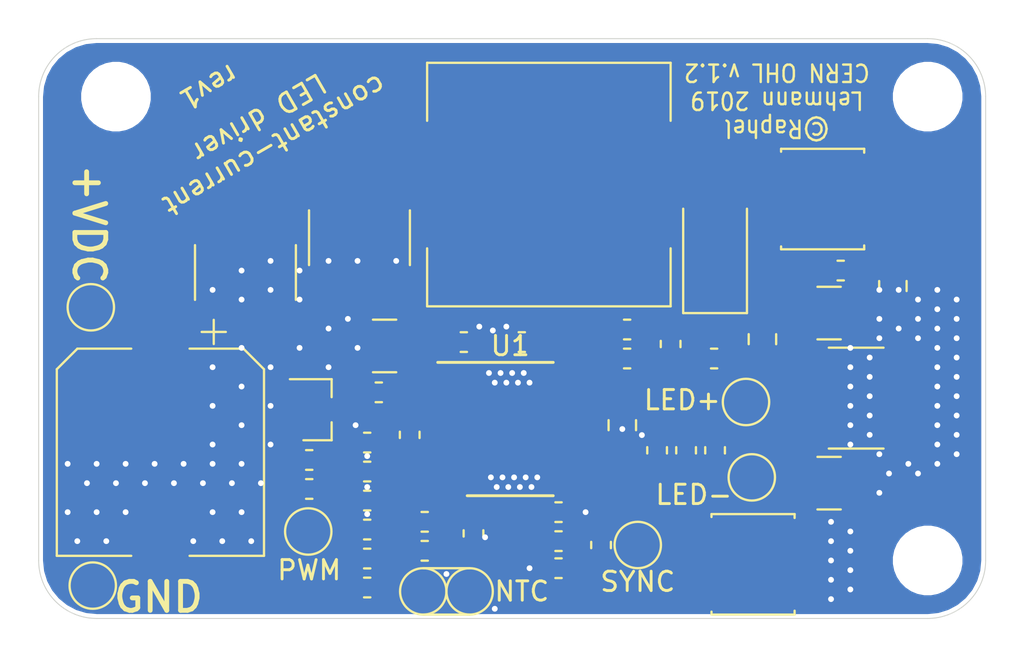
<source format=kicad_pcb>
(kicad_pcb (version 20171130) (host pcbnew 5.1.2-1.fc30)

  (general
    (thickness 1.6)
    (drawings 25)
    (tracks 368)
    (zones 0)
    (modules 54)
    (nets 30)
  )

  (page A4)
  (layers
    (0 F.Cu signal)
    (31 B.Cu signal)
    (32 B.Adhes user hide)
    (33 F.Adhes user hide)
    (34 B.Paste user)
    (35 F.Paste user)
    (36 B.SilkS user)
    (37 F.SilkS user)
    (38 B.Mask user)
    (39 F.Mask user)
    (40 Dwgs.User user hide)
    (41 Cmts.User user hide)
    (42 Eco1.User user hide)
    (43 Eco2.User user hide)
    (44 Edge.Cuts user)
    (45 Margin user hide)
    (46 B.CrtYd user hide)
    (47 F.CrtYd user hide)
    (48 B.Fab user hide)
    (49 F.Fab user hide)
  )

  (setup
    (last_trace_width 0.25)
    (user_trace_width 0.15)
    (user_trace_width 0.5)
    (trace_clearance 0.2)
    (zone_clearance 0.25)
    (zone_45_only no)
    (trace_min 0.15)
    (via_size 0.8)
    (via_drill 0.4)
    (via_min_size 0.4)
    (via_min_drill 0.3)
    (user_via 0.5 0.3)
    (uvia_size 0.3)
    (uvia_drill 0.1)
    (uvias_allowed no)
    (uvia_min_size 0.2)
    (uvia_min_drill 0.1)
    (edge_width 0.05)
    (segment_width 0.2)
    (pcb_text_width 0.3)
    (pcb_text_size 1.5 1.5)
    (mod_edge_width 0.12)
    (mod_text_size 1 1)
    (mod_text_width 0.15)
    (pad_size 2.5 4.2)
    (pad_drill 0)
    (pad_to_mask_clearance 0.025)
    (solder_mask_min_width 0.1)
    (aux_axis_origin 0 0)
    (visible_elements FFFFFF7F)
    (pcbplotparams
      (layerselection 0x010fc_ffffffff)
      (usegerberextensions false)
      (usegerberattributes false)
      (usegerberadvancedattributes false)
      (creategerberjobfile false)
      (excludeedgelayer true)
      (linewidth 0.100000)
      (plotframeref false)
      (viasonmask false)
      (mode 1)
      (useauxorigin false)
      (hpglpennumber 1)
      (hpglpenspeed 20)
      (hpglpendiameter 15.000000)
      (psnegative false)
      (psa4output false)
      (plotreference true)
      (plotvalue true)
      (plotinvisibletext false)
      (padsonsilk false)
      (subtractmaskfromsilk false)
      (outputformat 1)
      (mirror false)
      (drillshape 1)
      (scaleselection 1)
      (outputdirectory ""))
  )

  (net 0 "")
  (net 1 GND)
  (net 2 +VDC)
  (net 3 "Net-(C5-Pad1)")
  (net 4 "Net-(C6-Pad1)")
  (net 5 "Net-(C7-Pad1)")
  (net 6 "Net-(C8-Pad1)")
  (net 7 "Net-(C10-Pad2)")
  (net 8 "Net-(C10-Pad1)")
  (net 9 "Net-(C15-Pad1)")
  (net 10 "Net-(D1-Pad2)")
  (net 11 /PWM)
  (net 12 /nDIM)
  (net 13 "Net-(Q1-Pad1)")
  (net 14 "Net-(Q2-Pad4)")
  (net 15 "Net-(Q2-Pad1)")
  (net 16 "Net-(Q3-Pad4)")
  (net 17 "Net-(R4-Pad1)")
  (net 18 "Net-(R12-Pad1)")
  (net 19 "Net-(R9-Pad2)")
  (net 20 "Net-(R10-Pad2)")
  (net 21 "Net-(R11-Pad2)")
  (net 22 /VCC)
  (net 23 "Net-(R6-Pad1)")
  (net 24 "Net-(C17-Pad1)")
  (net 25 "Net-(C18-Pad2)")
  (net 26 "Net-(J3-Pad1)")
  (net 27 "Net-(R19-Pad1)")
  (net 28 "Net-(J7-Pad1)")
  (net 29 "Net-(J8-Pad1)")

  (net_class Default "This is the default net class."
    (clearance 0.2)
    (trace_width 0.25)
    (via_dia 0.8)
    (via_drill 0.4)
    (uvia_dia 0.3)
    (uvia_drill 0.1)
    (add_net +VDC)
    (add_net /PWM)
    (add_net /VCC)
    (add_net /nDIM)
    (add_net GND)
    (add_net "Net-(C10-Pad1)")
    (add_net "Net-(C10-Pad2)")
    (add_net "Net-(C15-Pad1)")
    (add_net "Net-(C17-Pad1)")
    (add_net "Net-(C18-Pad2)")
    (add_net "Net-(C5-Pad1)")
    (add_net "Net-(C6-Pad1)")
    (add_net "Net-(C7-Pad1)")
    (add_net "Net-(C8-Pad1)")
    (add_net "Net-(D1-Pad2)")
    (add_net "Net-(J3-Pad1)")
    (add_net "Net-(J7-Pad1)")
    (add_net "Net-(J8-Pad1)")
    (add_net "Net-(Q1-Pad1)")
    (add_net "Net-(Q2-Pad1)")
    (add_net "Net-(Q2-Pad4)")
    (add_net "Net-(Q3-Pad4)")
    (add_net "Net-(R10-Pad2)")
    (add_net "Net-(R11-Pad2)")
    (add_net "Net-(R12-Pad1)")
    (add_net "Net-(R19-Pad1)")
    (add_net "Net-(R4-Pad1)")
    (add_net "Net-(R6-Pad1)")
    (add_net "Net-(R9-Pad2)")
  )

  (module Package_SO:ETSSOP-20-1EP_4.4x6.5mm_P0.65mm_EP3x4.2mm (layer F.Cu) (tedit 5D58DA64) (tstamp 5D4E93A0)
    (at 124.4 140.2)
    (descr "20-Lead Plastic Thin Shrink Small Outline (ST)-4.4 mm Body with Exposed Pad [eTSSOP] (see Microchip Packaging Specification 00000049BS.pdf)")
    (tags "SSOP 0.65")
    (path /5D4DFA9F)
    (attr smd)
    (fp_text reference U1 (at 0 -4.3) (layer F.SilkS)
      (effects (font (size 1 1) (thickness 0.15)))
    )
    (fp_text value LM3424 (at 0 4.4) (layer F.Fab)
      (effects (font (size 1 1) (thickness 0.15)))
    )
    (fp_text user %R (at 0 0) (layer F.Fab)
      (effects (font (size 0.8 0.8) (thickness 0.15)))
    )
    (fp_line (start -3.75 -3.45) (end 2.225 -3.45) (layer F.SilkS) (width 0.15))
    (fp_line (start -2.225 3.45) (end 2.225 3.45) (layer F.SilkS) (width 0.15))
    (fp_line (start -3.95 3.55) (end 3.95 3.55) (layer F.CrtYd) (width 0.05))
    (fp_line (start -3.95 -3.55) (end 3.95 -3.55) (layer F.CrtYd) (width 0.05))
    (fp_line (start 3.95 -3.55) (end 3.95 3.55) (layer F.CrtYd) (width 0.05))
    (fp_line (start -3.95 -3.55) (end -3.95 3.55) (layer F.CrtYd) (width 0.05))
    (fp_line (start -2.2 -2.25) (end -1.2 -3.25) (layer F.Fab) (width 0.15))
    (fp_line (start -2.2 3.25) (end -2.2 -2.25) (layer F.Fab) (width 0.15))
    (fp_line (start 2.2 3.25) (end -2.2 3.25) (layer F.Fab) (width 0.15))
    (fp_line (start 2.2 -3.25) (end 2.2 3.25) (layer F.Fab) (width 0.15))
    (fp_line (start -1.2 -3.25) (end 2.2 -3.25) (layer F.Fab) (width 0.15))
    (pad "" smd rect (at 0.75 1.4) (size 0.8 1.14) (layers F.Paste))
    (pad "" smd rect (at -0.75 1.4) (size 0.8 1.14) (layers F.Paste))
    (pad "" smd rect (at 0.75 0) (size 0.8 1.14) (layers F.Paste))
    (pad "" smd rect (at -0.75 0) (size 0.8 1.14) (layers F.Paste))
    (pad "" smd rect (at -0.75 -1.4) (size 0.8 1.14) (layers F.Paste))
    (pad "" smd rect (at 0.75 -1.4) (size 0.8 1.14) (layers F.Paste))
    (pad 21 smd rect (at 0 0) (size 2.5 4.2) (layers F.Cu F.Mask)
      (net 1 GND))
    (pad 20 smd rect (at 2.95 -2.925) (size 1.45 0.45) (layers F.Cu F.Paste F.Mask)
      (net 19 "Net-(R9-Pad2)"))
    (pad 19 smd rect (at 2.95 -2.275) (size 1.45 0.45) (layers F.Cu F.Paste F.Mask)
      (net 20 "Net-(R10-Pad2)"))
    (pad 18 smd rect (at 2.95 -1.625) (size 1.45 0.45) (layers F.Cu F.Paste F.Mask)
      (net 21 "Net-(R11-Pad2)"))
    (pad 17 smd rect (at 2.95 -0.975) (size 1.45 0.45) (layers F.Cu F.Paste F.Mask)
      (net 15 "Net-(Q2-Pad1)"))
    (pad 16 smd rect (at 2.95 -0.325) (size 1.45 0.45) (layers F.Cu F.Paste F.Mask)
      (net 22 /VCC))
    (pad 15 smd rect (at 2.95 0.325) (size 1.45 0.45) (layers F.Cu F.Paste F.Mask)
      (net 14 "Net-(Q2-Pad4)"))
    (pad 14 smd rect (at 2.95 0.975) (size 1.45 0.45) (layers F.Cu F.Paste F.Mask)
      (net 1 GND))
    (pad 13 smd rect (at 2.95 1.625) (size 1.45 0.45) (layers F.Cu F.Paste F.Mask)
      (net 16 "Net-(Q3-Pad4)"))
    (pad 12 smd rect (at 2.95 2.275) (size 1.45 0.45) (layers F.Cu F.Paste F.Mask)
      (net 9 "Net-(C15-Pad1)"))
    (pad 11 smd rect (at 2.95 2.925) (size 1.45 0.45) (layers F.Cu F.Paste F.Mask)
      (net 18 "Net-(R12-Pad1)"))
    (pad 10 smd rect (at -2.95 2.925) (size 1.45 0.45) (layers F.Cu F.Paste F.Mask)
      (net 5 "Net-(C7-Pad1)"))
    (pad 9 smd rect (at -2.95 2.275) (size 1.45 0.45) (layers F.Cu F.Paste F.Mask)
      (net 6 "Net-(C8-Pad1)"))
    (pad 8 smd rect (at -2.95 1.625) (size 1.45 0.45) (layers F.Cu F.Paste F.Mask)
      (net 23 "Net-(R6-Pad1)"))
    (pad 7 smd rect (at -2.95 0.975) (size 1.45 0.45) (layers F.Cu F.Paste F.Mask)
      (net 4 "Net-(C6-Pad1)"))
    (pad 6 smd rect (at -2.95 0.325) (size 1.45 0.45) (layers F.Cu F.Paste F.Mask)
      (net 27 "Net-(R19-Pad1)"))
    (pad 5 smd rect (at -2.95 -0.325) (size 1.45 0.45) (layers F.Cu F.Paste F.Mask)
      (net 25 "Net-(C18-Pad2)"))
    (pad 4 smd rect (at -2.95 -0.975) (size 1.45 0.45) (layers F.Cu F.Paste F.Mask)
      (net 17 "Net-(R4-Pad1)"))
    (pad 3 smd rect (at -2.95 -1.625) (size 1.45 0.45) (layers F.Cu F.Paste F.Mask)
      (net 3 "Net-(C5-Pad1)"))
    (pad 2 smd rect (at -2.95 -2.275) (size 1.45 0.45) (layers F.Cu F.Paste F.Mask)
      (net 2 +VDC))
    (pad 1 smd rect (at -2.95 -2.925) (size 1.45 0.45) (layers F.Cu F.Paste F.Mask)
      (net 2 +VDC))
    (model ${KISYS3DMOD}/Package_SO.3dshapes/ETSSOP-20-1EP_4.4x6.5mm_P0.65mm_EP3x4.2mm.wrl
      (at (xyz 0 0 0))
      (scale (xyz 1 1 1))
      (rotate (xyz 0 0 0))
    )
  )

  (module TestPoint:TestPoint_Pad_D2.0mm (layer F.Cu) (tedit 5A0F774F) (tstamp 5D58E06D)
    (at 136.9 142.7)
    (descr "SMD pad as test Point, diameter 2.0mm")
    (tags "test point SMD pad")
    (path /5D5B741C)
    (attr virtual)
    (fp_text reference J8 (at 0 -1.998) (layer F.SilkS) hide
      (effects (font (size 1 1) (thickness 0.15)))
    )
    (fp_text value – (at 0 2.05) (layer F.Fab)
      (effects (font (size 1 1) (thickness 0.15)))
    )
    (fp_circle (center 0 0) (end 0 1.2) (layer F.SilkS) (width 0.12))
    (fp_circle (center 0 0) (end 1.5 0) (layer F.CrtYd) (width 0.05))
    (fp_text user %R (at 0 -2) (layer F.Fab)
      (effects (font (size 1 1) (thickness 0.15)))
    )
    (pad 1 smd circle (at 0 0) (size 2 2) (layers F.Cu F.Mask)
      (net 29 "Net-(J8-Pad1)"))
  )

  (module TestPoint:TestPoint_Pad_D2.0mm (layer F.Cu) (tedit 5A0F774F) (tstamp 5D58E065)
    (at 136.6 138.8)
    (descr "SMD pad as test Point, diameter 2.0mm")
    (tags "test point SMD pad")
    (path /5D5BA328)
    (attr virtual)
    (fp_text reference J7 (at 0 -1.998) (layer F.SilkS) hide
      (effects (font (size 1 1) (thickness 0.15)))
    )
    (fp_text value + (at 0 2.05) (layer F.Fab)
      (effects (font (size 1 1) (thickness 0.15)))
    )
    (fp_circle (center 0 0) (end 0 1.2) (layer F.SilkS) (width 0.12))
    (fp_circle (center 0 0) (end 1.5 0) (layer F.CrtYd) (width 0.05))
    (fp_text user %R (at 0 -2) (layer F.Fab)
      (effects (font (size 1 1) (thickness 0.15)))
    )
    (pad 1 smd circle (at 0 0) (size 2 2) (layers F.Cu F.Mask)
      (net 28 "Net-(J7-Pad1)"))
  )

  (module TestPoint:TestPoint_Pad_D2.0mm (layer F.Cu) (tedit 5A0F774F) (tstamp 5D58E05D)
    (at 122.3 148.6)
    (descr "SMD pad as test Point, diameter 2.0mm")
    (tags "test point SMD pad")
    (path /5D5E5BB5)
    (attr virtual)
    (fp_text reference J6 (at 0 -1.998) (layer F.SilkS) hide
      (effects (font (size 1 1) (thickness 0.15)))
    )
    (fp_text value NTC (at 0 2.05) (layer F.Fab)
      (effects (font (size 1 1) (thickness 0.15)))
    )
    (fp_circle (center 0 0) (end 0 1.2) (layer F.SilkS) (width 0.12))
    (fp_circle (center 0 0) (end 1.5 0) (layer F.CrtYd) (width 0.05))
    (fp_text user %R (at 0 -2) (layer F.Fab)
      (effects (font (size 1 1) (thickness 0.15)))
    )
    (pad 1 smd circle (at 0 0) (size 2 2) (layers F.Cu F.Mask)
      (net 1 GND))
  )

  (module TestPoint:TestPoint_Pad_D2.0mm (layer F.Cu) (tedit 5A0F774F) (tstamp 5D58E055)
    (at 119.9 148.6)
    (descr "SMD pad as test Point, diameter 2.0mm")
    (tags "test point SMD pad")
    (path /5D5DBC9A)
    (attr virtual)
    (fp_text reference J5 (at 0 -1.998) (layer F.SilkS) hide
      (effects (font (size 1 1) (thickness 0.15)))
    )
    (fp_text value NTC (at 0 2.05) (layer F.Fab)
      (effects (font (size 1 1) (thickness 0.15)))
    )
    (fp_circle (center 0 0) (end 0 1.2) (layer F.SilkS) (width 0.12))
    (fp_circle (center 0 0) (end 1.5 0) (layer F.CrtYd) (width 0.05))
    (fp_text user %R (at 0 -2) (layer F.Fab)
      (effects (font (size 1 1) (thickness 0.15)))
    )
    (pad 1 smd circle (at 0 0) (size 2 2) (layers F.Cu F.Mask)
      (net 6 "Net-(C8-Pad1)"))
  )

  (module TestPoint:TestPoint_Pad_D2.0mm (layer F.Cu) (tedit 5A0F774F) (tstamp 5D57DF2A)
    (at 102.8 148.3)
    (descr "SMD pad as test Point, diameter 2.0mm")
    (tags "test point SMD pad")
    (path /5D7C073E)
    (attr virtual)
    (fp_text reference J4 (at 0 -1.998) (layer F.SilkS) hide
      (effects (font (size 1 1) (thickness 0.15)))
    )
    (fp_text value GND (at 0 2.05) (layer F.Fab)
      (effects (font (size 1 1) (thickness 0.15)))
    )
    (fp_circle (center 0 0) (end 0 1.2) (layer F.SilkS) (width 0.12))
    (fp_circle (center 0 0) (end 1.5 0) (layer F.CrtYd) (width 0.05))
    (fp_text user %R (at 0 -2) (layer F.Fab)
      (effects (font (size 1 1) (thickness 0.15)))
    )
    (pad 1 smd circle (at 0 0) (size 2 2) (layers F.Cu F.Mask)
      (net 1 GND))
  )

  (module TestPoint:TestPoint_Pad_D2.0mm (layer F.Cu) (tedit 5A0F774F) (tstamp 5D57BD05)
    (at 131 146.2)
    (descr "SMD pad as test Point, diameter 2.0mm")
    (tags "test point SMD pad")
    (path /5D751AD0)
    (attr virtual)
    (fp_text reference J3 (at 0 -1.998) (layer F.SilkS) hide
      (effects (font (size 1 1) (thickness 0.15)))
    )
    (fp_text value SYNC (at 0 2.05) (layer F.Fab)
      (effects (font (size 1 1) (thickness 0.15)))
    )
    (fp_circle (center 0 0) (end 0 1.2) (layer F.SilkS) (width 0.12))
    (fp_circle (center 0 0) (end 1.5 0) (layer F.CrtYd) (width 0.05))
    (fp_text user %R (at 0 -2) (layer F.Fab)
      (effects (font (size 1 1) (thickness 0.15)))
    )
    (pad 1 smd circle (at 0 0) (size 2 2) (layers F.Cu F.Mask)
      (net 26 "Net-(J3-Pad1)"))
  )

  (module TestPoint:TestPoint_Pad_D2.0mm (layer F.Cu) (tedit 5A0F774F) (tstamp 5D57DF14)
    (at 102.7 133.9)
    (descr "SMD pad as test Point, diameter 2.0mm")
    (tags "test point SMD pad")
    (path /5D7BFCBB)
    (attr virtual)
    (fp_text reference J2 (at 0 -1.998) (layer F.SilkS) hide
      (effects (font (size 1 1) (thickness 0.15)))
    )
    (fp_text value VIN (at 0 2.05) (layer F.Fab)
      (effects (font (size 1 1) (thickness 0.15)))
    )
    (fp_circle (center 0 0) (end 0 1.2) (layer F.SilkS) (width 0.12))
    (fp_circle (center 0 0) (end 1.5 0) (layer F.CrtYd) (width 0.05))
    (fp_text user %R (at 0 -2) (layer F.Fab)
      (effects (font (size 1 1) (thickness 0.15)))
    )
    (pad 1 smd circle (at 0 0) (size 2 2) (layers F.Cu F.Mask)
      (net 2 +VDC))
  )

  (module TestPoint:TestPoint_Pad_D2.0mm (layer F.Cu) (tedit 5A0F774F) (tstamp 5D4E7ADA)
    (at 113.95 145.5)
    (descr "SMD pad as test Point, diameter 2.0mm")
    (tags "test point SMD pad")
    (path /5D4EA9F8)
    (attr virtual)
    (fp_text reference J1 (at 0 -1.998) (layer F.SilkS) hide
      (effects (font (size 1 1) (thickness 0.15)))
    )
    (fp_text value PWM (at 0 2.05) (layer F.Fab)
      (effects (font (size 1 1) (thickness 0.15)))
    )
    (fp_circle (center 0 0) (end 0 1.2) (layer F.SilkS) (width 0.12))
    (fp_circle (center 0 0) (end 1.5 0) (layer F.CrtYd) (width 0.05))
    (fp_text user %R (at 0 -2) (layer F.Fab)
      (effects (font (size 1 1) (thickness 0.15)))
    )
    (pad 1 smd circle (at 0 0) (size 2 2) (layers F.Cu F.Mask)
      (net 11 /PWM))
  )

  (module Resistor_SMD:R_0603_1608Metric (layer F.Cu) (tedit 5B301BBD) (tstamp 5D58D138)
    (at 119.2 140.5 90)
    (descr "Resistor SMD 0603 (1608 Metric), square (rectangular) end terminal, IPC_7351 nominal, (Body size source: http://www.tortai-tech.com/upload/download/2011102023233369053.pdf), generated with kicad-footprint-generator")
    (tags resistor)
    (path /5D59383A)
    (attr smd)
    (fp_text reference R19 (at 0 -1.43 90) (layer F.SilkS) hide
      (effects (font (size 1 1) (thickness 0.15)))
    )
    (fp_text value 0 (at 0 1.43 90) (layer F.Fab)
      (effects (font (size 1 1) (thickness 0.15)))
    )
    (fp_text user %R (at 0 0 90) (layer F.Fab)
      (effects (font (size 0.4 0.4) (thickness 0.06)))
    )
    (fp_line (start 1.48 0.73) (end -1.48 0.73) (layer F.CrtYd) (width 0.05))
    (fp_line (start 1.48 -0.73) (end 1.48 0.73) (layer F.CrtYd) (width 0.05))
    (fp_line (start -1.48 -0.73) (end 1.48 -0.73) (layer F.CrtYd) (width 0.05))
    (fp_line (start -1.48 0.73) (end -1.48 -0.73) (layer F.CrtYd) (width 0.05))
    (fp_line (start -0.162779 0.51) (end 0.162779 0.51) (layer F.SilkS) (width 0.12))
    (fp_line (start -0.162779 -0.51) (end 0.162779 -0.51) (layer F.SilkS) (width 0.12))
    (fp_line (start 0.8 0.4) (end -0.8 0.4) (layer F.Fab) (width 0.1))
    (fp_line (start 0.8 -0.4) (end 0.8 0.4) (layer F.Fab) (width 0.1))
    (fp_line (start -0.8 -0.4) (end 0.8 -0.4) (layer F.Fab) (width 0.1))
    (fp_line (start -0.8 0.4) (end -0.8 -0.4) (layer F.Fab) (width 0.1))
    (pad 2 smd roundrect (at 0.7875 0 90) (size 0.875 0.95) (layers F.Cu F.Paste F.Mask) (roundrect_rratio 0.25)
      (net 12 /nDIM))
    (pad 1 smd roundrect (at -0.7875 0 90) (size 0.875 0.95) (layers F.Cu F.Paste F.Mask) (roundrect_rratio 0.25)
      (net 27 "Net-(R19-Pad1)"))
    (model ${KISYS3DMOD}/Resistor_SMD.3dshapes/R_0603_1608Metric.wrl
      (at (xyz 0 0 0))
      (scale (xyz 1 1 1))
      (rotate (xyz 0 0 0))
    )
  )

  (module MountingHole:MountingHole_3.2mm_M3 (layer F.Cu) (tedit 56D1B4CB) (tstamp 5D57FD31)
    (at 146 147)
    (descr "Mounting Hole 3.2mm, no annular, M3")
    (tags "mounting hole 3.2mm no annular m3")
    (path /5D7F56A7)
    (attr virtual)
    (fp_text reference H3 (at 0 -4.2) (layer F.SilkS) hide
      (effects (font (size 1 1) (thickness 0.15)))
    )
    (fp_text value M3 (at 0 4.2) (layer F.Fab)
      (effects (font (size 1 1) (thickness 0.15)))
    )
    (fp_circle (center 0 0) (end 3.45 0) (layer F.CrtYd) (width 0.05))
    (fp_circle (center 0 0) (end 3.2 0) (layer Cmts.User) (width 0.15))
    (fp_text user %R (at 0.3 0) (layer F.Fab)
      (effects (font (size 1 1) (thickness 0.15)))
    )
    (pad 1 np_thru_hole circle (at 0 0) (size 3.2 3.2) (drill 3.2) (layers *.Cu *.Mask))
  )

  (module MountingHole:MountingHole_3.2mm_M3 (layer F.Cu) (tedit 56D1B4CB) (tstamp 5D57FD29)
    (at 146 123)
    (descr "Mounting Hole 3.2mm, no annular, M3")
    (tags "mounting hole 3.2mm no annular m3")
    (path /5D7F5382)
    (attr virtual)
    (fp_text reference H2 (at 0 -4.2) (layer F.SilkS) hide
      (effects (font (size 1 1) (thickness 0.15)))
    )
    (fp_text value M3 (at 0 4.2) (layer F.Fab)
      (effects (font (size 1 1) (thickness 0.15)))
    )
    (fp_circle (center 0 0) (end 3.45 0) (layer F.CrtYd) (width 0.05))
    (fp_circle (center 0 0) (end 3.2 0) (layer Cmts.User) (width 0.15))
    (fp_text user %R (at 0.3 0) (layer F.Fab)
      (effects (font (size 1 1) (thickness 0.15)))
    )
    (pad 1 np_thru_hole circle (at 0 0) (size 3.2 3.2) (drill 3.2) (layers *.Cu *.Mask))
  )

  (module MountingHole:MountingHole_3.2mm_M3 (layer F.Cu) (tedit 56D1B4CB) (tstamp 5D5801D4)
    (at 104 123)
    (descr "Mounting Hole 3.2mm, no annular, M3")
    (tags "mounting hole 3.2mm no annular m3")
    (path /5D7F4E73)
    (attr virtual)
    (fp_text reference H1 (at 0 -4.2) (layer F.SilkS) hide
      (effects (font (size 1 1) (thickness 0.15)))
    )
    (fp_text value M3 (at 0 4.2) (layer F.Fab)
      (effects (font (size 1 1) (thickness 0.15)))
    )
    (fp_circle (center 0 0) (end 3.45 0) (layer F.CrtYd) (width 0.05))
    (fp_circle (center 0 0) (end 3.2 0) (layer Cmts.User) (width 0.15))
    (fp_text user %R (at 0.3 0) (layer F.Fab)
      (effects (font (size 1 1) (thickness 0.15)))
    )
    (pad 1 np_thru_hole circle (at 0 0) (size 3.2 3.2) (drill 3.2) (layers *.Cu *.Mask))
  )

  (module Resistor_SMD:R_0603_1608Metric (layer F.Cu) (tedit 5B301BBD) (tstamp 5D57C0CA)
    (at 129.1 146.2 90)
    (descr "Resistor SMD 0603 (1608 Metric), square (rectangular) end terminal, IPC_7351 nominal, (Body size source: http://www.tortai-tech.com/upload/download/2011102023233369053.pdf), generated with kicad-footprint-generator")
    (tags resistor)
    (path /5D759C4F)
    (attr smd)
    (fp_text reference R18 (at 0 -1.43 90) (layer F.SilkS) hide
      (effects (font (size 1 1) (thickness 0.15)))
    )
    (fp_text value 150 (at 0 1.43 90) (layer F.Fab)
      (effects (font (size 1 1) (thickness 0.15)))
    )
    (fp_text user %R (at 0 0 90) (layer F.Fab)
      (effects (font (size 0.4 0.4) (thickness 0.06)))
    )
    (fp_line (start 1.48 0.73) (end -1.48 0.73) (layer F.CrtYd) (width 0.05))
    (fp_line (start 1.48 -0.73) (end 1.48 0.73) (layer F.CrtYd) (width 0.05))
    (fp_line (start -1.48 -0.73) (end 1.48 -0.73) (layer F.CrtYd) (width 0.05))
    (fp_line (start -1.48 0.73) (end -1.48 -0.73) (layer F.CrtYd) (width 0.05))
    (fp_line (start -0.162779 0.51) (end 0.162779 0.51) (layer F.SilkS) (width 0.12))
    (fp_line (start -0.162779 -0.51) (end 0.162779 -0.51) (layer F.SilkS) (width 0.12))
    (fp_line (start 0.8 0.4) (end -0.8 0.4) (layer F.Fab) (width 0.1))
    (fp_line (start 0.8 -0.4) (end 0.8 0.4) (layer F.Fab) (width 0.1))
    (fp_line (start -0.8 -0.4) (end 0.8 -0.4) (layer F.Fab) (width 0.1))
    (fp_line (start -0.8 0.4) (end -0.8 -0.4) (layer F.Fab) (width 0.1))
    (pad 2 smd roundrect (at 0.7875 0 90) (size 0.875 0.95) (layers F.Cu F.Paste F.Mask) (roundrect_rratio 0.25)
      (net 26 "Net-(J3-Pad1)"))
    (pad 1 smd roundrect (at -0.7875 0 90) (size 0.875 0.95) (layers F.Cu F.Paste F.Mask) (roundrect_rratio 0.25)
      (net 24 "Net-(C17-Pad1)"))
    (model ${KISYS3DMOD}/Resistor_SMD.3dshapes/R_0603_1608Metric.wrl
      (at (xyz 0 0 0))
      (scale (xyz 1 1 1))
      (rotate (xyz 0 0 0))
    )
  )

  (module Capacitor_SMD:C_0603_1608Metric (layer F.Cu) (tedit 5B301BBE) (tstamp 5D57BC69)
    (at 126.9 146 180)
    (descr "Capacitor SMD 0603 (1608 Metric), square (rectangular) end terminal, IPC_7351 nominal, (Body size source: http://www.tortai-tech.com/upload/download/2011102023233369053.pdf), generated with kicad-footprint-generator")
    (tags capacitor)
    (path /5D75699D)
    (attr smd)
    (fp_text reference C18 (at 0 -1.43) (layer F.SilkS) hide
      (effects (font (size 1 1) (thickness 0.15)))
    )
    (fp_text value 100p (at 0 1.43) (layer F.Fab)
      (effects (font (size 1 1) (thickness 0.15)))
    )
    (fp_text user %R (at 0 0) (layer F.Fab)
      (effects (font (size 0.4 0.4) (thickness 0.06)))
    )
    (fp_line (start 1.48 0.73) (end -1.48 0.73) (layer F.CrtYd) (width 0.05))
    (fp_line (start 1.48 -0.73) (end 1.48 0.73) (layer F.CrtYd) (width 0.05))
    (fp_line (start -1.48 -0.73) (end 1.48 -0.73) (layer F.CrtYd) (width 0.05))
    (fp_line (start -1.48 0.73) (end -1.48 -0.73) (layer F.CrtYd) (width 0.05))
    (fp_line (start -0.162779 0.51) (end 0.162779 0.51) (layer F.SilkS) (width 0.12))
    (fp_line (start -0.162779 -0.51) (end 0.162779 -0.51) (layer F.SilkS) (width 0.12))
    (fp_line (start 0.8 0.4) (end -0.8 0.4) (layer F.Fab) (width 0.1))
    (fp_line (start 0.8 -0.4) (end 0.8 0.4) (layer F.Fab) (width 0.1))
    (fp_line (start -0.8 -0.4) (end 0.8 -0.4) (layer F.Fab) (width 0.1))
    (fp_line (start -0.8 0.4) (end -0.8 -0.4) (layer F.Fab) (width 0.1))
    (pad 2 smd roundrect (at 0.7875 0 180) (size 0.875 0.95) (layers F.Cu F.Paste F.Mask) (roundrect_rratio 0.25)
      (net 25 "Net-(C18-Pad2)"))
    (pad 1 smd roundrect (at -0.7875 0 180) (size 0.875 0.95) (layers F.Cu F.Paste F.Mask) (roundrect_rratio 0.25)
      (net 24 "Net-(C17-Pad1)"))
    (model ${KISYS3DMOD}/Capacitor_SMD.3dshapes/C_0603_1608Metric.wrl
      (at (xyz 0 0 0))
      (scale (xyz 1 1 1))
      (rotate (xyz 0 0 0))
    )
  )

  (module Capacitor_SMD:C_0603_1608Metric (layer F.Cu) (tedit 5B301BBE) (tstamp 5D57BC58)
    (at 126.9 147.4 180)
    (descr "Capacitor SMD 0603 (1608 Metric), square (rectangular) end terminal, IPC_7351 nominal, (Body size source: http://www.tortai-tech.com/upload/download/2011102023233369053.pdf), generated with kicad-footprint-generator")
    (tags capacitor)
    (path /5D755FDB)
    (attr smd)
    (fp_text reference C17 (at 0 -1.43) (layer F.SilkS) hide
      (effects (font (size 1 1) (thickness 0.15)))
    )
    (fp_text value 100p (at 0 1.43) (layer F.Fab)
      (effects (font (size 1 1) (thickness 0.15)))
    )
    (fp_text user %R (at 0 0) (layer F.Fab)
      (effects (font (size 0.4 0.4) (thickness 0.06)))
    )
    (fp_line (start 1.48 0.73) (end -1.48 0.73) (layer F.CrtYd) (width 0.05))
    (fp_line (start 1.48 -0.73) (end 1.48 0.73) (layer F.CrtYd) (width 0.05))
    (fp_line (start -1.48 -0.73) (end 1.48 -0.73) (layer F.CrtYd) (width 0.05))
    (fp_line (start -1.48 0.73) (end -1.48 -0.73) (layer F.CrtYd) (width 0.05))
    (fp_line (start -0.162779 0.51) (end 0.162779 0.51) (layer F.SilkS) (width 0.12))
    (fp_line (start -0.162779 -0.51) (end 0.162779 -0.51) (layer F.SilkS) (width 0.12))
    (fp_line (start 0.8 0.4) (end -0.8 0.4) (layer F.Fab) (width 0.1))
    (fp_line (start 0.8 -0.4) (end 0.8 0.4) (layer F.Fab) (width 0.1))
    (fp_line (start -0.8 -0.4) (end 0.8 -0.4) (layer F.Fab) (width 0.1))
    (fp_line (start -0.8 0.4) (end -0.8 -0.4) (layer F.Fab) (width 0.1))
    (pad 2 smd roundrect (at 0.7875 0 180) (size 0.875 0.95) (layers F.Cu F.Paste F.Mask) (roundrect_rratio 0.25)
      (net 1 GND))
    (pad 1 smd roundrect (at -0.7875 0 180) (size 0.875 0.95) (layers F.Cu F.Paste F.Mask) (roundrect_rratio 0.25)
      (net 24 "Net-(C17-Pad1)"))
    (model ${KISYS3DMOD}/Capacitor_SMD.3dshapes/C_0603_1608Metric.wrl
      (at (xyz 0 0 0))
      (scale (xyz 1 1 1))
      (rotate (xyz 0 0 0))
    )
  )

  (module Inductor_SMD:L_12x12mm_H8mm (layer F.Cu) (tedit 5990349C) (tstamp 5D4E95DE)
    (at 126.4 127.55)
    (descr "Choke, SMD, 12x12mm 8mm height")
    (tags "Choke SMD")
    (path /5D504F38)
    (attr smd)
    (fp_text reference L1 (at 0 -7.4) (layer F.SilkS) hide
      (effects (font (size 1 1) (thickness 0.15)))
    )
    (fp_text value MSS1210-104KE (at 0 7.6) (layer F.Fab)
      (effects (font (size 1 1) (thickness 0.15)))
    )
    (fp_circle (center -2.1 3) (end -1.8 3.25) (layer F.Fab) (width 0.1))
    (fp_circle (center 0 0) (end 0.15 0.15) (layer F.Adhes) (width 0.38))
    (fp_circle (center 0 0) (end 0.55 0) (layer F.Adhes) (width 0.38))
    (fp_circle (center 0 0) (end 0.9 0) (layer F.Adhes) (width 0.38))
    (fp_line (start 6.2 -6.2) (end 6.2 -3.3) (layer F.Fab) (width 0.1))
    (fp_line (start -6.2 -6.2) (end -6.2 -3.3) (layer F.Fab) (width 0.1))
    (fp_line (start 6.2 -6.2) (end -6.2 -6.2) (layer F.Fab) (width 0.1))
    (fp_line (start 6.2 6.2) (end 6.2 3.3) (layer F.Fab) (width 0.1))
    (fp_line (start -6.2 6.2) (end 6.2 6.2) (layer F.Fab) (width 0.1))
    (fp_line (start -6.2 3.3) (end -6.2 6.2) (layer F.Fab) (width 0.1))
    (fp_line (start -5 -3.5) (end -4.8 -3.2) (layer F.Fab) (width 0.1))
    (fp_line (start -5.1 -4) (end -5 -3.5) (layer F.Fab) (width 0.1))
    (fp_line (start -4.9 -4.5) (end -5.1 -4) (layer F.Fab) (width 0.1))
    (fp_line (start -4.6 -4.8) (end -4.9 -4.5) (layer F.Fab) (width 0.1))
    (fp_line (start -4.2 -5) (end -4.6 -4.8) (layer F.Fab) (width 0.1))
    (fp_line (start -3.7 -5.1) (end -4.2 -5) (layer F.Fab) (width 0.1))
    (fp_line (start -3.3 -4.9) (end -3.7 -5.1) (layer F.Fab) (width 0.1))
    (fp_line (start -3 -4.7) (end -3.3 -4.9) (layer F.Fab) (width 0.1))
    (fp_line (start -2.6 -4.9) (end -3 -4.7) (layer F.Fab) (width 0.1))
    (fp_line (start -1.7 -5.3) (end -2.6 -4.9) (layer F.Fab) (width 0.1))
    (fp_line (start -0.8 -5.5) (end -1.7 -5.3) (layer F.Fab) (width 0.1))
    (fp_line (start 0 -5.6) (end -0.8 -5.5) (layer F.Fab) (width 0.1))
    (fp_line (start 0.9 -5.5) (end 0 -5.6) (layer F.Fab) (width 0.1))
    (fp_line (start 1.7 -5.3) (end 0.9 -5.5) (layer F.Fab) (width 0.1))
    (fp_line (start 2.2 -5.1) (end 1.7 -5.3) (layer F.Fab) (width 0.1))
    (fp_line (start 2.6 -4.9) (end 2.2 -5.1) (layer F.Fab) (width 0.1))
    (fp_line (start 3 -4.6) (end 2.6 -4.9) (layer F.Fab) (width 0.1))
    (fp_line (start 3.3 -4.9) (end 3 -4.6) (layer F.Fab) (width 0.1))
    (fp_line (start 3.6 -5) (end 3.3 -4.9) (layer F.Fab) (width 0.1))
    (fp_line (start 3.9 -5.1) (end 3.6 -5) (layer F.Fab) (width 0.1))
    (fp_line (start 4.2 -5.1) (end 3.9 -5.1) (layer F.Fab) (width 0.1))
    (fp_line (start 4.5 -4.9) (end 4.2 -5.1) (layer F.Fab) (width 0.1))
    (fp_line (start 4.8 -4.7) (end 4.5 -4.9) (layer F.Fab) (width 0.1))
    (fp_line (start 5 -4.3) (end 4.8 -4.7) (layer F.Fab) (width 0.1))
    (fp_line (start 5.1 -4) (end 5 -4.3) (layer F.Fab) (width 0.1))
    (fp_line (start 5 -3.6) (end 5.1 -4) (layer F.Fab) (width 0.1))
    (fp_line (start 4.9 -3.3) (end 5 -3.6) (layer F.Fab) (width 0.1))
    (fp_line (start -5 3.6) (end -4.8 3.2) (layer F.Fab) (width 0.1))
    (fp_line (start -5.1 4.1) (end -5 3.6) (layer F.Fab) (width 0.1))
    (fp_line (start -4.9 4.6) (end -5.1 4.1) (layer F.Fab) (width 0.1))
    (fp_line (start -4.6 4.8) (end -4.9 4.6) (layer F.Fab) (width 0.1))
    (fp_line (start -4.3 5) (end -4.6 4.8) (layer F.Fab) (width 0.1))
    (fp_line (start -3.9 5.1) (end -4.3 5) (layer F.Fab) (width 0.1))
    (fp_line (start -3.3 4.9) (end -3.9 5.1) (layer F.Fab) (width 0.1))
    (fp_line (start -3 4.7) (end -3.3 4.9) (layer F.Fab) (width 0.1))
    (fp_line (start -2.6 4.9) (end -3 4.7) (layer F.Fab) (width 0.1))
    (fp_line (start -2.1 5.1) (end -2.6 4.9) (layer F.Fab) (width 0.1))
    (fp_line (start -1.5 5.3) (end -2.1 5.1) (layer F.Fab) (width 0.1))
    (fp_line (start -0.6 5.5) (end -1.5 5.3) (layer F.Fab) (width 0.1))
    (fp_line (start 0.6 5.5) (end -0.6 5.5) (layer F.Fab) (width 0.1))
    (fp_line (start 1.6 5.3) (end 0.6 5.5) (layer F.Fab) (width 0.1))
    (fp_line (start 2.4 5) (end 1.6 5.3) (layer F.Fab) (width 0.1))
    (fp_line (start 3 4.6) (end 2.4 5) (layer F.Fab) (width 0.1))
    (fp_line (start 3.1 4.7) (end 3 4.6) (layer F.Fab) (width 0.1))
    (fp_line (start 3.5 5) (end 3.1 4.7) (layer F.Fab) (width 0.1))
    (fp_line (start 4 5.1) (end 3.5 5) (layer F.Fab) (width 0.1))
    (fp_line (start 4.5 5) (end 4 5.1) (layer F.Fab) (width 0.1))
    (fp_line (start 4.8 4.6) (end 4.5 5) (layer F.Fab) (width 0.1))
    (fp_line (start 5 4.3) (end 4.8 4.6) (layer F.Fab) (width 0.1))
    (fp_line (start 5.1 3.8) (end 5 4.3) (layer F.Fab) (width 0.1))
    (fp_line (start 5 3.4) (end 5.1 3.8) (layer F.Fab) (width 0.1))
    (fp_line (start 4.9 3.3) (end 5 3.4) (layer F.Fab) (width 0.1))
    (fp_line (start -6.86 6.6) (end -6.86 -6.6) (layer F.CrtYd) (width 0.05))
    (fp_line (start 6.86 6.6) (end -6.86 6.6) (layer F.CrtYd) (width 0.05))
    (fp_line (start 6.86 -6.6) (end 6.86 6.6) (layer F.CrtYd) (width 0.05))
    (fp_line (start -6.86 -6.6) (end 6.86 -6.6) (layer F.CrtYd) (width 0.05))
    (fp_line (start 6.3 -6.3) (end 6.3 -3.3) (layer F.SilkS) (width 0.12))
    (fp_line (start -6.3 -6.3) (end 6.3 -6.3) (layer F.SilkS) (width 0.12))
    (fp_line (start -6.3 -3.3) (end -6.3 -6.3) (layer F.SilkS) (width 0.12))
    (fp_line (start -6.3 6.3) (end -6.3 3.3) (layer F.SilkS) (width 0.12))
    (fp_line (start 6.3 6.3) (end -6.3 6.3) (layer F.SilkS) (width 0.12))
    (fp_line (start 6.3 3.3) (end 6.3 6.3) (layer F.SilkS) (width 0.12))
    (fp_text user %R (at 0 0) (layer F.Fab)
      (effects (font (size 1 1) (thickness 0.15)))
    )
    (pad 2 smd rect (at 4.95 0) (size 2.9 5.4) (layers F.Cu F.Paste F.Mask)
      (net 10 "Net-(D1-Pad2)"))
    (pad 1 smd rect (at -4.95 0) (size 2.9 5.4) (layers F.Cu F.Paste F.Mask)
      (net 2 +VDC))
    (model ${KISYS3DMOD}/Inductor_SMD.3dshapes/L_12x12mm_H8mm.wrl
      (at (xyz 0 0 0))
      (scale (xyz 1 1 1))
      (rotate (xyz 0 0 0))
    )
    (model ${KIPRJMOD}/../pcb_lib/Inductor_Coilcraft_MSS1210.stp
      (at (xyz 0 0 0))
      (scale (xyz 1 1 1))
      (rotate (xyz 0 0 90))
    )
  )

  (module Capacitor_SMD:C_2220_5650Metric (layer F.Cu) (tedit 5B301BBE) (tstamp 5D4E7A81)
    (at 142.3 138.6)
    (descr "Capacitor SMD 2220 (5650 Metric), square (rectangular) end terminal, IPC_7351 nominal, (Body size from: http://datasheets.avx.com/AVX-HV_MLCC.pdf), generated with kicad-footprint-generator")
    (tags capacitor)
    (path /5D59BAA1)
    (attr smd)
    (fp_text reference C14 (at 0 -3.65) (layer F.SilkS) hide
      (effects (font (size 1 1) (thickness 0.15)))
    )
    (fp_text value COUT (at 0 3.65) (layer F.Fab)
      (effects (font (size 1 1) (thickness 0.15)))
    )
    (fp_text user %R (at 0 0) (layer F.Fab)
      (effects (font (size 1 1) (thickness 0.15)))
    )
    (fp_line (start 3.7 2.95) (end -3.7 2.95) (layer F.CrtYd) (width 0.05))
    (fp_line (start 3.7 -2.95) (end 3.7 2.95) (layer F.CrtYd) (width 0.05))
    (fp_line (start -3.7 -2.95) (end 3.7 -2.95) (layer F.CrtYd) (width 0.05))
    (fp_line (start -3.7 2.95) (end -3.7 -2.95) (layer F.CrtYd) (width 0.05))
    (fp_line (start -1.415748 2.61) (end 1.415748 2.61) (layer F.SilkS) (width 0.12))
    (fp_line (start -1.415748 -2.61) (end 1.415748 -2.61) (layer F.SilkS) (width 0.12))
    (fp_line (start 2.85 2.5) (end -2.85 2.5) (layer F.Fab) (width 0.1))
    (fp_line (start 2.85 -2.5) (end 2.85 2.5) (layer F.Fab) (width 0.1))
    (fp_line (start -2.85 -2.5) (end 2.85 -2.5) (layer F.Fab) (width 0.1))
    (fp_line (start -2.85 2.5) (end -2.85 -2.5) (layer F.Fab) (width 0.1))
    (pad 2 smd roundrect (at 2.55 0) (size 1.8 5.4) (layers F.Cu F.Paste F.Mask) (roundrect_rratio 0.138889)
      (net 1 GND))
    (pad 1 smd roundrect (at -2.55 0) (size 1.8 5.4) (layers F.Cu F.Paste F.Mask) (roundrect_rratio 0.138889)
      (net 8 "Net-(C10-Pad1)"))
    (model ${KISYS3DMOD}/Capacitor_SMD.3dshapes/C_2220_5650Metric.wrl
      (at (xyz 0 0 0))
      (scale (xyz 1 1 1))
      (rotate (xyz 0 0 0))
    )
  )

  (module Capacitor_SMD:C_1210_3225Metric (layer F.Cu) (tedit 5B301BBE) (tstamp 5D4E7A59)
    (at 140.9 134.2)
    (descr "Capacitor SMD 1210 (3225 Metric), square (rectangular) end terminal, IPC_7351 nominal, (Body size source: http://www.tortai-tech.com/upload/download/2011102023233369053.pdf), generated with kicad-footprint-generator")
    (tags capacitor)
    (path /5D59B77D)
    (attr smd)
    (fp_text reference C13 (at 0 -2.28) (layer F.SilkS) hide
      (effects (font (size 1 1) (thickness 0.15)))
    )
    (fp_text value COUT (at 0 2.28) (layer F.Fab)
      (effects (font (size 1 1) (thickness 0.15)))
    )
    (fp_text user %R (at 0 0) (layer F.Fab)
      (effects (font (size 0.8 0.8) (thickness 0.12)))
    )
    (fp_line (start 2.28 1.58) (end -2.28 1.58) (layer F.CrtYd) (width 0.05))
    (fp_line (start 2.28 -1.58) (end 2.28 1.58) (layer F.CrtYd) (width 0.05))
    (fp_line (start -2.28 -1.58) (end 2.28 -1.58) (layer F.CrtYd) (width 0.05))
    (fp_line (start -2.28 1.58) (end -2.28 -1.58) (layer F.CrtYd) (width 0.05))
    (fp_line (start -0.602064 1.36) (end 0.602064 1.36) (layer F.SilkS) (width 0.12))
    (fp_line (start -0.602064 -1.36) (end 0.602064 -1.36) (layer F.SilkS) (width 0.12))
    (fp_line (start 1.6 1.25) (end -1.6 1.25) (layer F.Fab) (width 0.1))
    (fp_line (start 1.6 -1.25) (end 1.6 1.25) (layer F.Fab) (width 0.1))
    (fp_line (start -1.6 -1.25) (end 1.6 -1.25) (layer F.Fab) (width 0.1))
    (fp_line (start -1.6 1.25) (end -1.6 -1.25) (layer F.Fab) (width 0.1))
    (pad 2 smd roundrect (at 1.4 0) (size 1.25 2.65) (layers F.Cu F.Paste F.Mask) (roundrect_rratio 0.2)
      (net 1 GND))
    (pad 1 smd roundrect (at -1.4 0) (size 1.25 2.65) (layers F.Cu F.Paste F.Mask) (roundrect_rratio 0.2)
      (net 8 "Net-(C10-Pad1)"))
    (model ${KISYS3DMOD}/Capacitor_SMD.3dshapes/C_1210_3225Metric.wrl
      (at (xyz 0 0 0))
      (scale (xyz 1 1 1))
      (rotate (xyz 0 0 0))
    )
  )

  (module Capacitor_SMD:C_1210_3225Metric (layer F.Cu) (tedit 5B301BBE) (tstamp 5D4E9168)
    (at 140.9 143)
    (descr "Capacitor SMD 1210 (3225 Metric), square (rectangular) end terminal, IPC_7351 nominal, (Body size source: http://www.tortai-tech.com/upload/download/2011102023233369053.pdf), generated with kicad-footprint-generator")
    (tags capacitor)
    (path /5D527693)
    (attr smd)
    (fp_text reference C12 (at 0 -2.28) (layer F.SilkS) hide
      (effects (font (size 1 1) (thickness 0.15)))
    )
    (fp_text value COUT (at 0 2.28) (layer F.Fab)
      (effects (font (size 1 1) (thickness 0.15)))
    )
    (fp_text user %R (at 0 0) (layer F.Fab)
      (effects (font (size 0.8 0.8) (thickness 0.12)))
    )
    (fp_line (start 2.28 1.58) (end -2.28 1.58) (layer F.CrtYd) (width 0.05))
    (fp_line (start 2.28 -1.58) (end 2.28 1.58) (layer F.CrtYd) (width 0.05))
    (fp_line (start -2.28 -1.58) (end 2.28 -1.58) (layer F.CrtYd) (width 0.05))
    (fp_line (start -2.28 1.58) (end -2.28 -1.58) (layer F.CrtYd) (width 0.05))
    (fp_line (start -0.602064 1.36) (end 0.602064 1.36) (layer F.SilkS) (width 0.12))
    (fp_line (start -0.602064 -1.36) (end 0.602064 -1.36) (layer F.SilkS) (width 0.12))
    (fp_line (start 1.6 1.25) (end -1.6 1.25) (layer F.Fab) (width 0.1))
    (fp_line (start 1.6 -1.25) (end 1.6 1.25) (layer F.Fab) (width 0.1))
    (fp_line (start -1.6 -1.25) (end 1.6 -1.25) (layer F.Fab) (width 0.1))
    (fp_line (start -1.6 1.25) (end -1.6 -1.25) (layer F.Fab) (width 0.1))
    (pad 2 smd roundrect (at 1.4 0) (size 1.25 2.65) (layers F.Cu F.Paste F.Mask) (roundrect_rratio 0.2)
      (net 1 GND))
    (pad 1 smd roundrect (at -1.4 0) (size 1.25 2.65) (layers F.Cu F.Paste F.Mask) (roundrect_rratio 0.2)
      (net 8 "Net-(C10-Pad1)"))
    (model ${KISYS3DMOD}/Capacitor_SMD.3dshapes/C_1210_3225Metric.wrl
      (at (xyz 0 0 0))
      (scale (xyz 1 1 1))
      (rotate (xyz 0 0 0))
    )
  )

  (module Capacitor_SMD:C_0603_1608Metric (layer F.Cu) (tedit 5B301BBE) (tstamp 5D589241)
    (at 141.5 132)
    (descr "Capacitor SMD 0603 (1608 Metric), square (rectangular) end terminal, IPC_7351 nominal, (Body size source: http://www.tortai-tech.com/upload/download/2011102023233369053.pdf), generated with kicad-footprint-generator")
    (tags capacitor)
    (path /5D588DB2)
    (attr smd)
    (fp_text reference C11 (at 0 -1.43) (layer F.SilkS) hide
      (effects (font (size 1 1) (thickness 0.15)))
    )
    (fp_text value 100n (at 0 1.43) (layer F.Fab)
      (effects (font (size 1 1) (thickness 0.15)))
    )
    (fp_text user %R (at 0 0) (layer F.Fab)
      (effects (font (size 0.4 0.4) (thickness 0.06)))
    )
    (fp_line (start 1.48 0.73) (end -1.48 0.73) (layer F.CrtYd) (width 0.05))
    (fp_line (start 1.48 -0.73) (end 1.48 0.73) (layer F.CrtYd) (width 0.05))
    (fp_line (start -1.48 -0.73) (end 1.48 -0.73) (layer F.CrtYd) (width 0.05))
    (fp_line (start -1.48 0.73) (end -1.48 -0.73) (layer F.CrtYd) (width 0.05))
    (fp_line (start -0.162779 0.51) (end 0.162779 0.51) (layer F.SilkS) (width 0.12))
    (fp_line (start -0.162779 -0.51) (end 0.162779 -0.51) (layer F.SilkS) (width 0.12))
    (fp_line (start 0.8 0.4) (end -0.8 0.4) (layer F.Fab) (width 0.1))
    (fp_line (start 0.8 -0.4) (end 0.8 0.4) (layer F.Fab) (width 0.1))
    (fp_line (start -0.8 -0.4) (end 0.8 -0.4) (layer F.Fab) (width 0.1))
    (fp_line (start -0.8 0.4) (end -0.8 -0.4) (layer F.Fab) (width 0.1))
    (pad 2 smd roundrect (at 0.7875 0) (size 0.875 0.95) (layers F.Cu F.Paste F.Mask) (roundrect_rratio 0.25)
      (net 1 GND))
    (pad 1 smd roundrect (at -0.7875 0) (size 0.875 0.95) (layers F.Cu F.Paste F.Mask) (roundrect_rratio 0.25)
      (net 8 "Net-(C10-Pad1)"))
    (model ${KISYS3DMOD}/Capacitor_SMD.3dshapes/C_0603_1608Metric.wrl
      (at (xyz 0 0 0))
      (scale (xyz 1 1 1))
      (rotate (xyz 0 0 0))
    )
  )

  (module Capacitor_SMD:C_2220_5650Metric (layer F.Cu) (tedit 5B301BBE) (tstamp 5D57A2A9)
    (at 110.7 132.1 270)
    (descr "Capacitor SMD 2220 (5650 Metric), square (rectangular) end terminal, IPC_7351 nominal, (Body size from: http://datasheets.avx.com/AVX-HV_MLCC.pdf), generated with kicad-footprint-generator")
    (tags capacitor)
    (path /5D4E2D93)
    (attr smd)
    (fp_text reference C3 (at 0 -3.65 90) (layer F.SilkS) hide
      (effects (font (size 1 1) (thickness 0.15)))
    )
    (fp_text value CIN (at 0 3.65 90) (layer F.Fab)
      (effects (font (size 1 1) (thickness 0.15)))
    )
    (fp_text user %R (at 0 0 90) (layer F.Fab)
      (effects (font (size 1 1) (thickness 0.15)))
    )
    (fp_line (start 3.7 2.95) (end -3.7 2.95) (layer F.CrtYd) (width 0.05))
    (fp_line (start 3.7 -2.95) (end 3.7 2.95) (layer F.CrtYd) (width 0.05))
    (fp_line (start -3.7 -2.95) (end 3.7 -2.95) (layer F.CrtYd) (width 0.05))
    (fp_line (start -3.7 2.95) (end -3.7 -2.95) (layer F.CrtYd) (width 0.05))
    (fp_line (start -1.415748 2.61) (end 1.415748 2.61) (layer F.SilkS) (width 0.12))
    (fp_line (start -1.415748 -2.61) (end 1.415748 -2.61) (layer F.SilkS) (width 0.12))
    (fp_line (start 2.85 2.5) (end -2.85 2.5) (layer F.Fab) (width 0.1))
    (fp_line (start 2.85 -2.5) (end 2.85 2.5) (layer F.Fab) (width 0.1))
    (fp_line (start -2.85 -2.5) (end 2.85 -2.5) (layer F.Fab) (width 0.1))
    (fp_line (start -2.85 2.5) (end -2.85 -2.5) (layer F.Fab) (width 0.1))
    (pad 2 smd roundrect (at 2.55 0 270) (size 1.8 5.4) (layers F.Cu F.Paste F.Mask) (roundrect_rratio 0.138889)
      (net 1 GND))
    (pad 1 smd roundrect (at -2.55 0 270) (size 1.8 5.4) (layers F.Cu F.Paste F.Mask) (roundrect_rratio 0.138889)
      (net 2 +VDC))
    (model ${KISYS3DMOD}/Capacitor_SMD.3dshapes/C_2220_5650Metric.wrl
      (at (xyz 0 0 0))
      (scale (xyz 1 1 1))
      (rotate (xyz 0 0 0))
    )
  )

  (module Capacitor_SMD:C_1210_3225Metric (layer F.Cu) (tedit 5B301BBE) (tstamp 5D579FCC)
    (at 117.9 135.9 180)
    (descr "Capacitor SMD 1210 (3225 Metric), square (rectangular) end terminal, IPC_7351 nominal, (Body size source: http://www.tortai-tech.com/upload/download/2011102023233369053.pdf), generated with kicad-footprint-generator")
    (tags capacitor)
    (path /5D5C2A39)
    (attr smd)
    (fp_text reference C1 (at 0 -2.28) (layer F.SilkS) hide
      (effects (font (size 1 1) (thickness 0.15)))
    )
    (fp_text value CIN (at 0 2.28) (layer F.Fab)
      (effects (font (size 1 1) (thickness 0.15)))
    )
    (fp_text user %R (at 0 0) (layer F.Fab)
      (effects (font (size 0.8 0.8) (thickness 0.12)))
    )
    (fp_line (start 2.28 1.58) (end -2.28 1.58) (layer F.CrtYd) (width 0.05))
    (fp_line (start 2.28 -1.58) (end 2.28 1.58) (layer F.CrtYd) (width 0.05))
    (fp_line (start -2.28 -1.58) (end 2.28 -1.58) (layer F.CrtYd) (width 0.05))
    (fp_line (start -2.28 1.58) (end -2.28 -1.58) (layer F.CrtYd) (width 0.05))
    (fp_line (start -0.602064 1.36) (end 0.602064 1.36) (layer F.SilkS) (width 0.12))
    (fp_line (start -0.602064 -1.36) (end 0.602064 -1.36) (layer F.SilkS) (width 0.12))
    (fp_line (start 1.6 1.25) (end -1.6 1.25) (layer F.Fab) (width 0.1))
    (fp_line (start 1.6 -1.25) (end 1.6 1.25) (layer F.Fab) (width 0.1))
    (fp_line (start -1.6 -1.25) (end 1.6 -1.25) (layer F.Fab) (width 0.1))
    (fp_line (start -1.6 1.25) (end -1.6 -1.25) (layer F.Fab) (width 0.1))
    (pad 2 smd roundrect (at 1.4 0 180) (size 1.25 2.65) (layers F.Cu F.Paste F.Mask) (roundrect_rratio 0.2)
      (net 1 GND))
    (pad 1 smd roundrect (at -1.4 0 180) (size 1.25 2.65) (layers F.Cu F.Paste F.Mask) (roundrect_rratio 0.2)
      (net 2 +VDC))
    (model ${KISYS3DMOD}/Capacitor_SMD.3dshapes/C_1210_3225Metric.wrl
      (at (xyz 0 0 0))
      (scale (xyz 1 1 1))
      (rotate (xyz 0 0 0))
    )
  )

  (module Resistor_SMD:R_0603_1608Metric (layer F.Cu) (tedit 5B301BBD) (tstamp 5D4E91C8)
    (at 133.5 141.3 90)
    (descr "Resistor SMD 0603 (1608 Metric), square (rectangular) end terminal, IPC_7351 nominal, (Body size source: http://www.tortai-tech.com/upload/download/2011102023233369053.pdf), generated with kicad-footprint-generator")
    (tags resistor)
    (path /5D529543)
    (attr smd)
    (fp_text reference R17 (at 0 -1.43 90) (layer F.SilkS) hide
      (effects (font (size 1 1) (thickness 0.15)))
    )
    (fp_text value 1k8 (at 0 1.43 90) (layer F.Fab)
      (effects (font (size 1 1) (thickness 0.15)))
    )
    (fp_text user %R (at 0 0 90) (layer F.Fab)
      (effects (font (size 0.4 0.4) (thickness 0.06)))
    )
    (fp_line (start 1.48 0.73) (end -1.48 0.73) (layer F.CrtYd) (width 0.05))
    (fp_line (start 1.48 -0.73) (end 1.48 0.73) (layer F.CrtYd) (width 0.05))
    (fp_line (start -1.48 -0.73) (end 1.48 -0.73) (layer F.CrtYd) (width 0.05))
    (fp_line (start -1.48 0.73) (end -1.48 -0.73) (layer F.CrtYd) (width 0.05))
    (fp_line (start -0.162779 0.51) (end 0.162779 0.51) (layer F.SilkS) (width 0.12))
    (fp_line (start -0.162779 -0.51) (end 0.162779 -0.51) (layer F.SilkS) (width 0.12))
    (fp_line (start 0.8 0.4) (end -0.8 0.4) (layer F.Fab) (width 0.1))
    (fp_line (start 0.8 -0.4) (end 0.8 0.4) (layer F.Fab) (width 0.1))
    (fp_line (start -0.8 -0.4) (end 0.8 -0.4) (layer F.Fab) (width 0.1))
    (fp_line (start -0.8 0.4) (end -0.8 -0.4) (layer F.Fab) (width 0.1))
    (pad 2 smd roundrect (at 0.7875 0 90) (size 0.875 0.95) (layers F.Cu F.Paste F.Mask) (roundrect_rratio 0.25)
      (net 1 GND))
    (pad 1 smd roundrect (at -0.7875 0 90) (size 0.875 0.95) (layers F.Cu F.Paste F.Mask) (roundrect_rratio 0.25)
      (net 9 "Net-(C15-Pad1)"))
    (model ${KISYS3DMOD}/Resistor_SMD.3dshapes/R_0603_1608Metric.wrl
      (at (xyz 0 0 0))
      (scale (xyz 1 1 1))
      (rotate (xyz 0 0 0))
    )
  )

  (module Resistor_SMD:R_0603_1608Metric (layer F.Cu) (tedit 5B301BBD) (tstamp 5D57CC2A)
    (at 135 141.3 270)
    (descr "Resistor SMD 0603 (1608 Metric), square (rectangular) end terminal, IPC_7351 nominal, (Body size source: http://www.tortai-tech.com/upload/download/2011102023233369053.pdf), generated with kicad-footprint-generator")
    (tags resistor)
    (path /5D528BDF)
    (attr smd)
    (fp_text reference R16 (at 0 -1.43 90) (layer F.SilkS) hide
      (effects (font (size 1 1) (thickness 0.15)))
    )
    (fp_text value 120k (at 0 1.43 90) (layer F.Fab)
      (effects (font (size 1 1) (thickness 0.15)))
    )
    (fp_text user %R (at 0 0 90) (layer F.Fab)
      (effects (font (size 0.4 0.4) (thickness 0.06)))
    )
    (fp_line (start 1.48 0.73) (end -1.48 0.73) (layer F.CrtYd) (width 0.05))
    (fp_line (start 1.48 -0.73) (end 1.48 0.73) (layer F.CrtYd) (width 0.05))
    (fp_line (start -1.48 -0.73) (end 1.48 -0.73) (layer F.CrtYd) (width 0.05))
    (fp_line (start -1.48 0.73) (end -1.48 -0.73) (layer F.CrtYd) (width 0.05))
    (fp_line (start -0.162779 0.51) (end 0.162779 0.51) (layer F.SilkS) (width 0.12))
    (fp_line (start -0.162779 -0.51) (end 0.162779 -0.51) (layer F.SilkS) (width 0.12))
    (fp_line (start 0.8 0.4) (end -0.8 0.4) (layer F.Fab) (width 0.1))
    (fp_line (start 0.8 -0.4) (end 0.8 0.4) (layer F.Fab) (width 0.1))
    (fp_line (start -0.8 -0.4) (end 0.8 -0.4) (layer F.Fab) (width 0.1))
    (fp_line (start -0.8 0.4) (end -0.8 -0.4) (layer F.Fab) (width 0.1))
    (pad 2 smd roundrect (at 0.7875 0 270) (size 0.875 0.95) (layers F.Cu F.Paste F.Mask) (roundrect_rratio 0.25)
      (net 9 "Net-(C15-Pad1)"))
    (pad 1 smd roundrect (at -0.7875 0 270) (size 0.875 0.95) (layers F.Cu F.Paste F.Mask) (roundrect_rratio 0.25)
      (net 8 "Net-(C10-Pad1)"))
    (model ${KISYS3DMOD}/Resistor_SMD.3dshapes/R_0603_1608Metric.wrl
      (at (xyz 0 0 0))
      (scale (xyz 1 1 1))
      (rotate (xyz 0 0 0))
    )
  )

  (module Resistor_SMD:R_0805_2012Metric (layer F.Cu) (tedit 5B36C52B) (tstamp 5D4E932D)
    (at 137.45 135.55 270)
    (descr "Resistor SMD 0805 (2012 Metric), square (rectangular) end terminal, IPC_7351 nominal, (Body size source: https://docs.google.com/spreadsheets/d/1BsfQQcO9C6DZCsRaXUlFlo91Tg2WpOkGARC1WS5S8t0/edit?usp=sharing), generated with kicad-footprint-generator")
    (tags resistor)
    (path /5D50A144)
    (attr smd)
    (fp_text reference R15 (at 0 -1.65 90) (layer F.SilkS) hide
      (effects (font (size 1 1) (thickness 0.15)))
    )
    (fp_text value "100m 1W" (at 0 1.65 90) (layer F.Fab)
      (effects (font (size 1 1) (thickness 0.15)))
    )
    (fp_text user %R (at 0 0 90) (layer F.Fab)
      (effects (font (size 0.5 0.5) (thickness 0.08)))
    )
    (fp_line (start 1.68 0.95) (end -1.68 0.95) (layer F.CrtYd) (width 0.05))
    (fp_line (start 1.68 -0.95) (end 1.68 0.95) (layer F.CrtYd) (width 0.05))
    (fp_line (start -1.68 -0.95) (end 1.68 -0.95) (layer F.CrtYd) (width 0.05))
    (fp_line (start -1.68 0.95) (end -1.68 -0.95) (layer F.CrtYd) (width 0.05))
    (fp_line (start -0.258578 0.71) (end 0.258578 0.71) (layer F.SilkS) (width 0.12))
    (fp_line (start -0.258578 -0.71) (end 0.258578 -0.71) (layer F.SilkS) (width 0.12))
    (fp_line (start 1 0.6) (end -1 0.6) (layer F.Fab) (width 0.1))
    (fp_line (start 1 -0.6) (end 1 0.6) (layer F.Fab) (width 0.1))
    (fp_line (start -1 -0.6) (end 1 -0.6) (layer F.Fab) (width 0.1))
    (fp_line (start -1 0.6) (end -1 -0.6) (layer F.Fab) (width 0.1))
    (pad 2 smd roundrect (at 0.9375 0 270) (size 0.975 1.4) (layers F.Cu F.Paste F.Mask) (roundrect_rratio 0.25)
      (net 28 "Net-(J7-Pad1)"))
    (pad 1 smd roundrect (at -0.9375 0 270) (size 0.975 1.4) (layers F.Cu F.Paste F.Mask) (roundrect_rratio 0.25)
      (net 8 "Net-(C10-Pad1)"))
    (model ${KISYS3DMOD}/Resistor_SMD.3dshapes/R_0805_2012Metric.wrl
      (at (xyz 0 0 0))
      (scale (xyz 1 1 1))
      (rotate (xyz 0 0 0))
    )
  )

  (module Resistor_SMD:R_0603_1608Metric (layer F.Cu) (tedit 5B301BBD) (tstamp 5D4E935D)
    (at 134.95 136.55 180)
    (descr "Resistor SMD 0603 (1608 Metric), square (rectangular) end terminal, IPC_7351 nominal, (Body size source: http://www.tortai-tech.com/upload/download/2011102023233369053.pdf), generated with kicad-footprint-generator")
    (tags resistor)
    (path /5D50D15B)
    (attr smd)
    (fp_text reference R14 (at 0 -1.43) (layer F.SilkS) hide
      (effects (font (size 1 1) (thickness 0.15)))
    )
    (fp_text value 0 (at 0 1.43) (layer F.Fab)
      (effects (font (size 1 1) (thickness 0.15)))
    )
    (fp_text user %R (at 0 0) (layer F.Fab)
      (effects (font (size 0.4 0.4) (thickness 0.06)))
    )
    (fp_line (start 1.48 0.73) (end -1.48 0.73) (layer F.CrtYd) (width 0.05))
    (fp_line (start 1.48 -0.73) (end 1.48 0.73) (layer F.CrtYd) (width 0.05))
    (fp_line (start -1.48 -0.73) (end 1.48 -0.73) (layer F.CrtYd) (width 0.05))
    (fp_line (start -1.48 0.73) (end -1.48 -0.73) (layer F.CrtYd) (width 0.05))
    (fp_line (start -0.162779 0.51) (end 0.162779 0.51) (layer F.SilkS) (width 0.12))
    (fp_line (start -0.162779 -0.51) (end 0.162779 -0.51) (layer F.SilkS) (width 0.12))
    (fp_line (start 0.8 0.4) (end -0.8 0.4) (layer F.Fab) (width 0.1))
    (fp_line (start 0.8 -0.4) (end 0.8 0.4) (layer F.Fab) (width 0.1))
    (fp_line (start -0.8 -0.4) (end 0.8 -0.4) (layer F.Fab) (width 0.1))
    (fp_line (start -0.8 0.4) (end -0.8 -0.4) (layer F.Fab) (width 0.1))
    (pad 2 smd roundrect (at 0.7875 0 180) (size 0.875 0.95) (layers F.Cu F.Paste F.Mask) (roundrect_rratio 0.25)
      (net 7 "Net-(C10-Pad2)"))
    (pad 1 smd roundrect (at -0.7875 0 180) (size 0.875 0.95) (layers F.Cu F.Paste F.Mask) (roundrect_rratio 0.25)
      (net 28 "Net-(J7-Pad1)"))
    (model ${KISYS3DMOD}/Resistor_SMD.3dshapes/R_0603_1608Metric.wrl
      (at (xyz 0 0 0))
      (scale (xyz 1 1 1))
      (rotate (xyz 0 0 0))
    )
  )

  (module Resistor_SMD:R_0805_2012Metric (layer F.Cu) (tedit 5B36C52B) (tstamp 5D4E92CD)
    (at 144.2 132.8 270)
    (descr "Resistor SMD 0805 (2012 Metric), square (rectangular) end terminal, IPC_7351 nominal, (Body size source: https://docs.google.com/spreadsheets/d/1BsfQQcO9C6DZCsRaXUlFlo91Tg2WpOkGARC1WS5S8t0/edit?usp=sharing), generated with kicad-footprint-generator")
    (tags resistor)
    (path /5D533AAB)
    (attr smd)
    (fp_text reference R13 (at 0 -1.65 90) (layer F.SilkS) hide
      (effects (font (size 1 1) (thickness 0.15)))
    )
    (fp_text value "60m 1W" (at 0 1.65 90) (layer F.Fab)
      (effects (font (size 1 1) (thickness 0.15)))
    )
    (fp_text user %R (at 0 0 90) (layer F.Fab)
      (effects (font (size 0.5 0.5) (thickness 0.08)))
    )
    (fp_line (start 1.68 0.95) (end -1.68 0.95) (layer F.CrtYd) (width 0.05))
    (fp_line (start 1.68 -0.95) (end 1.68 0.95) (layer F.CrtYd) (width 0.05))
    (fp_line (start -1.68 -0.95) (end 1.68 -0.95) (layer F.CrtYd) (width 0.05))
    (fp_line (start -1.68 0.95) (end -1.68 -0.95) (layer F.CrtYd) (width 0.05))
    (fp_line (start -0.258578 0.71) (end 0.258578 0.71) (layer F.SilkS) (width 0.12))
    (fp_line (start -0.258578 -0.71) (end 0.258578 -0.71) (layer F.SilkS) (width 0.12))
    (fp_line (start 1 0.6) (end -1 0.6) (layer F.Fab) (width 0.1))
    (fp_line (start 1 -0.6) (end 1 0.6) (layer F.Fab) (width 0.1))
    (fp_line (start -1 -0.6) (end 1 -0.6) (layer F.Fab) (width 0.1))
    (fp_line (start -1 0.6) (end -1 -0.6) (layer F.Fab) (width 0.1))
    (pad 2 smd roundrect (at 0.9375 0 270) (size 0.975 1.4) (layers F.Cu F.Paste F.Mask) (roundrect_rratio 0.25)
      (net 1 GND))
    (pad 1 smd roundrect (at -0.9375 0 270) (size 0.975 1.4) (layers F.Cu F.Paste F.Mask) (roundrect_rratio 0.25)
      (net 15 "Net-(Q2-Pad1)"))
    (model ${KISYS3DMOD}/Resistor_SMD.3dshapes/R_0805_2012Metric.wrl
      (at (xyz 0 0 0))
      (scale (xyz 1 1 1))
      (rotate (xyz 0 0 0))
    )
  )

  (module Resistor_SMD:R_0603_1608Metric (layer F.Cu) (tedit 5B301BBD) (tstamp 5D4E7C8B)
    (at 119.975 145 180)
    (descr "Resistor SMD 0603 (1608 Metric), square (rectangular) end terminal, IPC_7351 nominal, (Body size source: http://www.tortai-tech.com/upload/download/2011102023233369053.pdf), generated with kicad-footprint-generator")
    (tags resistor)
    (path /5D53A6F7)
    (attr smd)
    (fp_text reference R12 (at 0 -1.43) (layer F.SilkS) hide
      (effects (font (size 1 1) (thickness 0.15)))
    )
    (fp_text value 15k (at 0 1.43) (layer F.Fab)
      (effects (font (size 1 1) (thickness 0.15)))
    )
    (fp_text user %R (at 0 0) (layer F.Fab)
      (effects (font (size 0.4 0.4) (thickness 0.06)))
    )
    (fp_line (start 1.48 0.73) (end -1.48 0.73) (layer F.CrtYd) (width 0.05))
    (fp_line (start 1.48 -0.73) (end 1.48 0.73) (layer F.CrtYd) (width 0.05))
    (fp_line (start -1.48 -0.73) (end 1.48 -0.73) (layer F.CrtYd) (width 0.05))
    (fp_line (start -1.48 0.73) (end -1.48 -0.73) (layer F.CrtYd) (width 0.05))
    (fp_line (start -0.162779 0.51) (end 0.162779 0.51) (layer F.SilkS) (width 0.12))
    (fp_line (start -0.162779 -0.51) (end 0.162779 -0.51) (layer F.SilkS) (width 0.12))
    (fp_line (start 0.8 0.4) (end -0.8 0.4) (layer F.Fab) (width 0.1))
    (fp_line (start 0.8 -0.4) (end 0.8 0.4) (layer F.Fab) (width 0.1))
    (fp_line (start -0.8 -0.4) (end 0.8 -0.4) (layer F.Fab) (width 0.1))
    (fp_line (start -0.8 0.4) (end -0.8 -0.4) (layer F.Fab) (width 0.1))
    (pad 2 smd roundrect (at 0.7875 0 180) (size 0.875 0.95) (layers F.Cu F.Paste F.Mask) (roundrect_rratio 0.25)
      (net 6 "Net-(C8-Pad1)"))
    (pad 1 smd roundrect (at -0.7875 0 180) (size 0.875 0.95) (layers F.Cu F.Paste F.Mask) (roundrect_rratio 0.25)
      (net 18 "Net-(R12-Pad1)"))
    (model ${KISYS3DMOD}/Resistor_SMD.3dshapes/R_0603_1608Metric.wrl
      (at (xyz 0 0 0))
      (scale (xyz 1 1 1))
      (rotate (xyz 0 0 0))
    )
  )

  (module Resistor_SMD:R_0603_1608Metric (layer F.Cu) (tedit 5B301BBD) (tstamp 5D4E7C7A)
    (at 125 135.7)
    (descr "Resistor SMD 0603 (1608 Metric), square (rectangular) end terminal, IPC_7351 nominal, (Body size source: http://www.tortai-tech.com/upload/download/2011102023233369053.pdf), generated with kicad-footprint-generator")
    (tags resistor)
    (path /5D514141)
    (attr smd)
    (fp_text reference R11 (at 0 -1.43) (layer F.SilkS) hide
      (effects (font (size 1 1) (thickness 0.15)))
    )
    (fp_text value 10k (at 0 1.43) (layer F.Fab)
      (effects (font (size 1 1) (thickness 0.15)))
    )
    (fp_text user %R (at 0 0) (layer F.Fab)
      (effects (font (size 0.4 0.4) (thickness 0.06)))
    )
    (fp_line (start 1.48 0.73) (end -1.48 0.73) (layer F.CrtYd) (width 0.05))
    (fp_line (start 1.48 -0.73) (end 1.48 0.73) (layer F.CrtYd) (width 0.05))
    (fp_line (start -1.48 -0.73) (end 1.48 -0.73) (layer F.CrtYd) (width 0.05))
    (fp_line (start -1.48 0.73) (end -1.48 -0.73) (layer F.CrtYd) (width 0.05))
    (fp_line (start -0.162779 0.51) (end 0.162779 0.51) (layer F.SilkS) (width 0.12))
    (fp_line (start -0.162779 -0.51) (end 0.162779 -0.51) (layer F.SilkS) (width 0.12))
    (fp_line (start 0.8 0.4) (end -0.8 0.4) (layer F.Fab) (width 0.1))
    (fp_line (start 0.8 -0.4) (end 0.8 0.4) (layer F.Fab) (width 0.1))
    (fp_line (start -0.8 -0.4) (end 0.8 -0.4) (layer F.Fab) (width 0.1))
    (fp_line (start -0.8 0.4) (end -0.8 -0.4) (layer F.Fab) (width 0.1))
    (pad 2 smd roundrect (at 0.7875 0) (size 0.875 0.95) (layers F.Cu F.Paste F.Mask) (roundrect_rratio 0.25)
      (net 21 "Net-(R11-Pad2)"))
    (pad 1 smd roundrect (at -0.7875 0) (size 0.875 0.95) (layers F.Cu F.Paste F.Mask) (roundrect_rratio 0.25)
      (net 1 GND))
    (model ${KISYS3DMOD}/Resistor_SMD.3dshapes/R_0603_1608Metric.wrl
      (at (xyz 0 0 0))
      (scale (xyz 1 1 1))
      (rotate (xyz 0 0 0))
    )
  )

  (module Resistor_SMD:R_0603_1608Metric (layer F.Cu) (tedit 5B301BBD) (tstamp 5D4E9108)
    (at 130.45 136.55 180)
    (descr "Resistor SMD 0603 (1608 Metric), square (rectangular) end terminal, IPC_7351 nominal, (Body size source: http://www.tortai-tech.com/upload/download/2011102023233369053.pdf), generated with kicad-footprint-generator")
    (tags resistor)
    (path /5D50CE12)
    (attr smd)
    (fp_text reference R10 (at 0 -1.43) (layer F.SilkS) hide
      (effects (font (size 1 1) (thickness 0.15)))
    )
    (fp_text value 1k|470 (at 0 1.43) (layer F.Fab)
      (effects (font (size 1 1) (thickness 0.15)))
    )
    (fp_text user %R (at 0 0) (layer F.Fab)
      (effects (font (size 0.4 0.4) (thickness 0.06)))
    )
    (fp_line (start 1.48 0.73) (end -1.48 0.73) (layer F.CrtYd) (width 0.05))
    (fp_line (start 1.48 -0.73) (end 1.48 0.73) (layer F.CrtYd) (width 0.05))
    (fp_line (start -1.48 -0.73) (end 1.48 -0.73) (layer F.CrtYd) (width 0.05))
    (fp_line (start -1.48 0.73) (end -1.48 -0.73) (layer F.CrtYd) (width 0.05))
    (fp_line (start -0.162779 0.51) (end 0.162779 0.51) (layer F.SilkS) (width 0.12))
    (fp_line (start -0.162779 -0.51) (end 0.162779 -0.51) (layer F.SilkS) (width 0.12))
    (fp_line (start 0.8 0.4) (end -0.8 0.4) (layer F.Fab) (width 0.1))
    (fp_line (start 0.8 -0.4) (end 0.8 0.4) (layer F.Fab) (width 0.1))
    (fp_line (start -0.8 -0.4) (end 0.8 -0.4) (layer F.Fab) (width 0.1))
    (fp_line (start -0.8 0.4) (end -0.8 -0.4) (layer F.Fab) (width 0.1))
    (pad 2 smd roundrect (at 0.7875 0 180) (size 0.875 0.95) (layers F.Cu F.Paste F.Mask) (roundrect_rratio 0.25)
      (net 20 "Net-(R10-Pad2)"))
    (pad 1 smd roundrect (at -0.7875 0 180) (size 0.875 0.95) (layers F.Cu F.Paste F.Mask) (roundrect_rratio 0.25)
      (net 7 "Net-(C10-Pad2)"))
    (model ${KISYS3DMOD}/Resistor_SMD.3dshapes/R_0603_1608Metric.wrl
      (at (xyz 0 0 0))
      (scale (xyz 1 1 1))
      (rotate (xyz 0 0 0))
    )
  )

  (module Resistor_SMD:R_0603_1608Metric (layer F.Cu) (tedit 5B301BBD) (tstamp 5D4E9492)
    (at 130.45 135.05 180)
    (descr "Resistor SMD 0603 (1608 Metric), square (rectangular) end terminal, IPC_7351 nominal, (Body size source: http://www.tortai-tech.com/upload/download/2011102023233369053.pdf), generated with kicad-footprint-generator")
    (tags resistor)
    (path /5D50C97C)
    (attr smd)
    (fp_text reference R9 (at 0 -1.43) (layer F.SilkS) hide
      (effects (font (size 1 1) (thickness 0.15)))
    )
    (fp_text value 1k|470 (at 0 1.43) (layer F.Fab)
      (effects (font (size 1 1) (thickness 0.15)))
    )
    (fp_text user %R (at 0 0) (layer F.Fab)
      (effects (font (size 0.4 0.4) (thickness 0.06)))
    )
    (fp_line (start 1.48 0.73) (end -1.48 0.73) (layer F.CrtYd) (width 0.05))
    (fp_line (start 1.48 -0.73) (end 1.48 0.73) (layer F.CrtYd) (width 0.05))
    (fp_line (start -1.48 -0.73) (end 1.48 -0.73) (layer F.CrtYd) (width 0.05))
    (fp_line (start -1.48 0.73) (end -1.48 -0.73) (layer F.CrtYd) (width 0.05))
    (fp_line (start -0.162779 0.51) (end 0.162779 0.51) (layer F.SilkS) (width 0.12))
    (fp_line (start -0.162779 -0.51) (end 0.162779 -0.51) (layer F.SilkS) (width 0.12))
    (fp_line (start 0.8 0.4) (end -0.8 0.4) (layer F.Fab) (width 0.1))
    (fp_line (start 0.8 -0.4) (end 0.8 0.4) (layer F.Fab) (width 0.1))
    (fp_line (start -0.8 -0.4) (end 0.8 -0.4) (layer F.Fab) (width 0.1))
    (fp_line (start -0.8 0.4) (end -0.8 -0.4) (layer F.Fab) (width 0.1))
    (pad 2 smd roundrect (at 0.7875 0 180) (size 0.875 0.95) (layers F.Cu F.Paste F.Mask) (roundrect_rratio 0.25)
      (net 19 "Net-(R9-Pad2)"))
    (pad 1 smd roundrect (at -0.7875 0 180) (size 0.875 0.95) (layers F.Cu F.Paste F.Mask) (roundrect_rratio 0.25)
      (net 8 "Net-(C10-Pad1)"))
    (model ${KISYS3DMOD}/Resistor_SMD.3dshapes/R_0603_1608Metric.wrl
      (at (xyz 0 0 0))
      (scale (xyz 1 1 1))
      (rotate (xyz 0 0 0))
    )
  )

  (module Resistor_SMD:R_0603_1608Metric (layer F.Cu) (tedit 5B301BBD) (tstamp 5D4E7C47)
    (at 119.975 146.5 180)
    (descr "Resistor SMD 0603 (1608 Metric), square (rectangular) end terminal, IPC_7351 nominal, (Body size source: http://www.tortai-tech.com/upload/download/2011102023233369053.pdf), generated with kicad-footprint-generator")
    (tags resistor)
    (path /5D53A333)
    (attr smd)
    (fp_text reference R8 (at 0 -1.43) (layer F.SilkS) hide
      (effects (font (size 1 1) (thickness 0.15)))
    )
    (fp_text value 15k (at 0 1.43) (layer F.Fab)
      (effects (font (size 1 1) (thickness 0.15)))
    )
    (fp_text user %R (at 0 0) (layer F.Fab)
      (effects (font (size 0.4 0.4) (thickness 0.06)))
    )
    (fp_line (start 1.48 0.73) (end -1.48 0.73) (layer F.CrtYd) (width 0.05))
    (fp_line (start 1.48 -0.73) (end 1.48 0.73) (layer F.CrtYd) (width 0.05))
    (fp_line (start -1.48 -0.73) (end 1.48 -0.73) (layer F.CrtYd) (width 0.05))
    (fp_line (start -1.48 0.73) (end -1.48 -0.73) (layer F.CrtYd) (width 0.05))
    (fp_line (start -0.162779 0.51) (end 0.162779 0.51) (layer F.SilkS) (width 0.12))
    (fp_line (start -0.162779 -0.51) (end 0.162779 -0.51) (layer F.SilkS) (width 0.12))
    (fp_line (start 0.8 0.4) (end -0.8 0.4) (layer F.Fab) (width 0.1))
    (fp_line (start 0.8 -0.4) (end 0.8 0.4) (layer F.Fab) (width 0.1))
    (fp_line (start -0.8 -0.4) (end 0.8 -0.4) (layer F.Fab) (width 0.1))
    (fp_line (start -0.8 0.4) (end -0.8 -0.4) (layer F.Fab) (width 0.1))
    (pad 2 smd roundrect (at 0.7875 0 180) (size 0.875 0.95) (layers F.Cu F.Paste F.Mask) (roundrect_rratio 0.25)
      (net 5 "Net-(C7-Pad1)"))
    (pad 1 smd roundrect (at -0.7875 0 180) (size 0.875 0.95) (layers F.Cu F.Paste F.Mask) (roundrect_rratio 0.25)
      (net 18 "Net-(R12-Pad1)"))
    (model ${KISYS3DMOD}/Resistor_SMD.3dshapes/R_0603_1608Metric.wrl
      (at (xyz 0 0 0))
      (scale (xyz 1 1 1))
      (rotate (xyz 0 0 0))
    )
  )

  (module Resistor_SMD:R_0603_1608Metric (layer F.Cu) (tedit 5B301BBD) (tstamp 5D4E7C36)
    (at 117 146.9 180)
    (descr "Resistor SMD 0603 (1608 Metric), square (rectangular) end terminal, IPC_7351 nominal, (Body size source: http://www.tortai-tech.com/upload/download/2011102023233369053.pdf), generated with kicad-footprint-generator")
    (tags resistor)
    (path /5D53D9FE)
    (attr smd)
    (fp_text reference R7 (at 0 -1.43) (layer F.SilkS) hide
      (effects (font (size 1 1) (thickness 0.15)))
    )
    (fp_text value 15k (at 0 1.43) (layer F.Fab)
      (effects (font (size 1 1) (thickness 0.15)))
    )
    (fp_text user %R (at 0 0) (layer F.Fab)
      (effects (font (size 0.4 0.4) (thickness 0.06)))
    )
    (fp_line (start 1.48 0.73) (end -1.48 0.73) (layer F.CrtYd) (width 0.05))
    (fp_line (start 1.48 -0.73) (end 1.48 0.73) (layer F.CrtYd) (width 0.05))
    (fp_line (start -1.48 -0.73) (end 1.48 -0.73) (layer F.CrtYd) (width 0.05))
    (fp_line (start -1.48 0.73) (end -1.48 -0.73) (layer F.CrtYd) (width 0.05))
    (fp_line (start -0.162779 0.51) (end 0.162779 0.51) (layer F.SilkS) (width 0.12))
    (fp_line (start -0.162779 -0.51) (end 0.162779 -0.51) (layer F.SilkS) (width 0.12))
    (fp_line (start 0.8 0.4) (end -0.8 0.4) (layer F.Fab) (width 0.1))
    (fp_line (start 0.8 -0.4) (end 0.8 0.4) (layer F.Fab) (width 0.1))
    (fp_line (start -0.8 -0.4) (end 0.8 -0.4) (layer F.Fab) (width 0.1))
    (fp_line (start -0.8 0.4) (end -0.8 -0.4) (layer F.Fab) (width 0.1))
    (pad 2 smd roundrect (at 0.7875 0 180) (size 0.875 0.95) (layers F.Cu F.Paste F.Mask) (roundrect_rratio 0.25)
      (net 1 GND))
    (pad 1 smd roundrect (at -0.7875 0 180) (size 0.875 0.95) (layers F.Cu F.Paste F.Mask) (roundrect_rratio 0.25)
      (net 5 "Net-(C7-Pad1)"))
    (model ${KISYS3DMOD}/Resistor_SMD.3dshapes/R_0603_1608Metric.wrl
      (at (xyz 0 0 0))
      (scale (xyz 1 1 1))
      (rotate (xyz 0 0 0))
    )
  )

  (module Resistor_SMD:R_0603_1608Metric (layer F.Cu) (tedit 5B301BBD) (tstamp 5D4E9258)
    (at 117 143.9 180)
    (descr "Resistor SMD 0603 (1608 Metric), square (rectangular) end terminal, IPC_7351 nominal, (Body size source: http://www.tortai-tech.com/upload/download/2011102023233369053.pdf), generated with kicad-footprint-generator")
    (tags resistor)
    (path /5D562E97)
    (attr smd)
    (fp_text reference R6 (at 0 -1.43) (layer F.SilkS) hide
      (effects (font (size 1 1) (thickness 0.15)))
    )
    (fp_text value 4k7 (at 0 1.43) (layer F.Fab)
      (effects (font (size 1 1) (thickness 0.15)))
    )
    (fp_text user %R (at 0 0) (layer F.Fab)
      (effects (font (size 0.4 0.4) (thickness 0.06)))
    )
    (fp_line (start 1.48 0.73) (end -1.48 0.73) (layer F.CrtYd) (width 0.05))
    (fp_line (start 1.48 -0.73) (end 1.48 0.73) (layer F.CrtYd) (width 0.05))
    (fp_line (start -1.48 -0.73) (end 1.48 -0.73) (layer F.CrtYd) (width 0.05))
    (fp_line (start -1.48 0.73) (end -1.48 -0.73) (layer F.CrtYd) (width 0.05))
    (fp_line (start -0.162779 0.51) (end 0.162779 0.51) (layer F.SilkS) (width 0.12))
    (fp_line (start -0.162779 -0.51) (end 0.162779 -0.51) (layer F.SilkS) (width 0.12))
    (fp_line (start 0.8 0.4) (end -0.8 0.4) (layer F.Fab) (width 0.1))
    (fp_line (start 0.8 -0.4) (end 0.8 0.4) (layer F.Fab) (width 0.1))
    (fp_line (start -0.8 -0.4) (end 0.8 -0.4) (layer F.Fab) (width 0.1))
    (fp_line (start -0.8 0.4) (end -0.8 -0.4) (layer F.Fab) (width 0.1))
    (pad 2 smd roundrect (at 0.7875 0 180) (size 0.875 0.95) (layers F.Cu F.Paste F.Mask) (roundrect_rratio 0.25)
      (net 1 GND))
    (pad 1 smd roundrect (at -0.7875 0 180) (size 0.875 0.95) (layers F.Cu F.Paste F.Mask) (roundrect_rratio 0.25)
      (net 23 "Net-(R6-Pad1)"))
    (model ${KISYS3DMOD}/Resistor_SMD.3dshapes/R_0603_1608Metric.wrl
      (at (xyz 0 0 0))
      (scale (xyz 1 1 1))
      (rotate (xyz 0 0 0))
    )
  )

  (module Resistor_SMD:R_0603_1608Metric (layer F.Cu) (tedit 5B301BBD) (tstamp 5D4E7C14)
    (at 122.5 145.6 270)
    (descr "Resistor SMD 0603 (1608 Metric), square (rectangular) end terminal, IPC_7351 nominal, (Body size source: http://www.tortai-tech.com/upload/download/2011102023233369053.pdf), generated with kicad-footprint-generator")
    (tags resistor)
    (path /5D563729)
    (attr smd)
    (fp_text reference R5 (at 0 -1.43 90) (layer F.SilkS) hide
      (effects (font (size 1 1) (thickness 0.15)))
    )
    (fp_text value 4k7 (at 0 1.43 90) (layer F.Fab)
      (effects (font (size 1 1) (thickness 0.15)))
    )
    (fp_text user %R (at 0 0 90) (layer F.Fab)
      (effects (font (size 0.4 0.4) (thickness 0.06)))
    )
    (fp_line (start 1.48 0.73) (end -1.48 0.73) (layer F.CrtYd) (width 0.05))
    (fp_line (start 1.48 -0.73) (end 1.48 0.73) (layer F.CrtYd) (width 0.05))
    (fp_line (start -1.48 -0.73) (end 1.48 -0.73) (layer F.CrtYd) (width 0.05))
    (fp_line (start -1.48 0.73) (end -1.48 -0.73) (layer F.CrtYd) (width 0.05))
    (fp_line (start -0.162779 0.51) (end 0.162779 0.51) (layer F.SilkS) (width 0.12))
    (fp_line (start -0.162779 -0.51) (end 0.162779 -0.51) (layer F.SilkS) (width 0.12))
    (fp_line (start 0.8 0.4) (end -0.8 0.4) (layer F.Fab) (width 0.1))
    (fp_line (start 0.8 -0.4) (end 0.8 0.4) (layer F.Fab) (width 0.1))
    (fp_line (start -0.8 -0.4) (end 0.8 -0.4) (layer F.Fab) (width 0.1))
    (fp_line (start -0.8 0.4) (end -0.8 -0.4) (layer F.Fab) (width 0.1))
    (pad 2 smd roundrect (at 0.7875 0 270) (size 0.875 0.95) (layers F.Cu F.Paste F.Mask) (roundrect_rratio 0.25)
      (net 1 GND))
    (pad 1 smd roundrect (at -0.7875 0 270) (size 0.875 0.95) (layers F.Cu F.Paste F.Mask) (roundrect_rratio 0.25)
      (net 25 "Net-(C18-Pad2)"))
    (model ${KISYS3DMOD}/Resistor_SMD.3dshapes/R_0603_1608Metric.wrl
      (at (xyz 0 0 0))
      (scale (xyz 1 1 1))
      (rotate (xyz 0 0 0))
    )
  )

  (module Resistor_SMD:R_0603_1608Metric (layer F.Cu) (tedit 5B301BBD) (tstamp 5D4E7C03)
    (at 126.9 144.5)
    (descr "Resistor SMD 0603 (1608 Metric), square (rectangular) end terminal, IPC_7351 nominal, (Body size source: http://www.tortai-tech.com/upload/download/2011102023233369053.pdf), generated with kicad-footprint-generator")
    (tags resistor)
    (path /5D563EBC)
    (attr smd)
    (fp_text reference R4 (at 0 -1.43) (layer F.SilkS) hide
      (effects (font (size 1 1) (thickness 0.15)))
    )
    (fp_text value 15k (at 0 1.43) (layer F.Fab)
      (effects (font (size 1 1) (thickness 0.15)))
    )
    (fp_text user %R (at 0 0) (layer F.Fab)
      (effects (font (size 0.4 0.4) (thickness 0.06)))
    )
    (fp_line (start 1.48 0.73) (end -1.48 0.73) (layer F.CrtYd) (width 0.05))
    (fp_line (start 1.48 -0.73) (end 1.48 0.73) (layer F.CrtYd) (width 0.05))
    (fp_line (start -1.48 -0.73) (end 1.48 -0.73) (layer F.CrtYd) (width 0.05))
    (fp_line (start -1.48 0.73) (end -1.48 -0.73) (layer F.CrtYd) (width 0.05))
    (fp_line (start -0.162779 0.51) (end 0.162779 0.51) (layer F.SilkS) (width 0.12))
    (fp_line (start -0.162779 -0.51) (end 0.162779 -0.51) (layer F.SilkS) (width 0.12))
    (fp_line (start 0.8 0.4) (end -0.8 0.4) (layer F.Fab) (width 0.1))
    (fp_line (start 0.8 -0.4) (end 0.8 0.4) (layer F.Fab) (width 0.1))
    (fp_line (start -0.8 -0.4) (end 0.8 -0.4) (layer F.Fab) (width 0.1))
    (fp_line (start -0.8 0.4) (end -0.8 -0.4) (layer F.Fab) (width 0.1))
    (pad 2 smd roundrect (at 0.7875 0) (size 0.875 0.95) (layers F.Cu F.Paste F.Mask) (roundrect_rratio 0.25)
      (net 1 GND))
    (pad 1 smd roundrect (at -0.7875 0) (size 0.875 0.95) (layers F.Cu F.Paste F.Mask) (roundrect_rratio 0.25)
      (net 17 "Net-(R4-Pad1)"))
    (model ${KISYS3DMOD}/Resistor_SMD.3dshapes/R_0603_1608Metric.wrl
      (at (xyz 0 0 0))
      (scale (xyz 1 1 1))
      (rotate (xyz 0 0 0))
    )
  )

  (module Resistor_SMD:R_0603_1608Metric (layer F.Cu) (tedit 5B301BBD) (tstamp 5D4E7BF2)
    (at 114 141.8 180)
    (descr "Resistor SMD 0603 (1608 Metric), square (rectangular) end terminal, IPC_7351 nominal, (Body size source: http://www.tortai-tech.com/upload/download/2011102023233369053.pdf), generated with kicad-footprint-generator")
    (tags resistor)
    (path /5D4E690E)
    (attr smd)
    (fp_text reference R3 (at 0 -1.43) (layer F.SilkS) hide
      (effects (font (size 1 1) (thickness 0.15)))
    )
    (fp_text value 1k8 (at 0 1.43) (layer F.Fab)
      (effects (font (size 1 1) (thickness 0.15)))
    )
    (fp_text user %R (at 0 0) (layer F.Fab)
      (effects (font (size 0.4 0.4) (thickness 0.06)))
    )
    (fp_line (start 1.48 0.73) (end -1.48 0.73) (layer F.CrtYd) (width 0.05))
    (fp_line (start 1.48 -0.73) (end 1.48 0.73) (layer F.CrtYd) (width 0.05))
    (fp_line (start -1.48 -0.73) (end 1.48 -0.73) (layer F.CrtYd) (width 0.05))
    (fp_line (start -1.48 0.73) (end -1.48 -0.73) (layer F.CrtYd) (width 0.05))
    (fp_line (start -0.162779 0.51) (end 0.162779 0.51) (layer F.SilkS) (width 0.12))
    (fp_line (start -0.162779 -0.51) (end 0.162779 -0.51) (layer F.SilkS) (width 0.12))
    (fp_line (start 0.8 0.4) (end -0.8 0.4) (layer F.Fab) (width 0.1))
    (fp_line (start 0.8 -0.4) (end 0.8 0.4) (layer F.Fab) (width 0.1))
    (fp_line (start -0.8 -0.4) (end 0.8 -0.4) (layer F.Fab) (width 0.1))
    (fp_line (start -0.8 0.4) (end -0.8 -0.4) (layer F.Fab) (width 0.1))
    (pad 2 smd roundrect (at 0.7875 0 180) (size 0.875 0.95) (layers F.Cu F.Paste F.Mask) (roundrect_rratio 0.25)
      (net 1 GND))
    (pad 1 smd roundrect (at -0.7875 0 180) (size 0.875 0.95) (layers F.Cu F.Paste F.Mask) (roundrect_rratio 0.25)
      (net 12 /nDIM))
    (model ${KISYS3DMOD}/Resistor_SMD.3dshapes/R_0603_1608Metric.wrl
      (at (xyz 0 0 0))
      (scale (xyz 1 1 1))
      (rotate (xyz 0 0 0))
    )
  )

  (module Resistor_SMD:R_0603_1608Metric (layer F.Cu) (tedit 5B301BBD) (tstamp 5D4E7BE1)
    (at 117.6 138.3 180)
    (descr "Resistor SMD 0603 (1608 Metric), square (rectangular) end terminal, IPC_7351 nominal, (Body size source: http://www.tortai-tech.com/upload/download/2011102023233369053.pdf), generated with kicad-footprint-generator")
    (tags resistor)
    (path /5D4E5685)
    (attr smd)
    (fp_text reference R2 (at 0 -1.43) (layer F.SilkS) hide
      (effects (font (size 1 1) (thickness 0.15)))
    )
    (fp_text value 10k (at 0 1.43) (layer F.Fab)
      (effects (font (size 1 1) (thickness 0.15)))
    )
    (fp_text user %R (at 0 0) (layer F.Fab)
      (effects (font (size 0.4 0.4) (thickness 0.06)))
    )
    (fp_line (start 1.48 0.73) (end -1.48 0.73) (layer F.CrtYd) (width 0.05))
    (fp_line (start 1.48 -0.73) (end 1.48 0.73) (layer F.CrtYd) (width 0.05))
    (fp_line (start -1.48 -0.73) (end 1.48 -0.73) (layer F.CrtYd) (width 0.05))
    (fp_line (start -1.48 0.73) (end -1.48 -0.73) (layer F.CrtYd) (width 0.05))
    (fp_line (start -0.162779 0.51) (end 0.162779 0.51) (layer F.SilkS) (width 0.12))
    (fp_line (start -0.162779 -0.51) (end 0.162779 -0.51) (layer F.SilkS) (width 0.12))
    (fp_line (start 0.8 0.4) (end -0.8 0.4) (layer F.Fab) (width 0.1))
    (fp_line (start 0.8 -0.4) (end 0.8 0.4) (layer F.Fab) (width 0.1))
    (fp_line (start -0.8 -0.4) (end 0.8 -0.4) (layer F.Fab) (width 0.1))
    (fp_line (start -0.8 0.4) (end -0.8 -0.4) (layer F.Fab) (width 0.1))
    (pad 2 smd roundrect (at 0.7875 0 180) (size 0.875 0.95) (layers F.Cu F.Paste F.Mask) (roundrect_rratio 0.25)
      (net 12 /nDIM))
    (pad 1 smd roundrect (at -0.7875 0 180) (size 0.875 0.95) (layers F.Cu F.Paste F.Mask) (roundrect_rratio 0.25)
      (net 2 +VDC))
    (model ${KISYS3DMOD}/Resistor_SMD.3dshapes/R_0603_1608Metric.wrl
      (at (xyz 0 0 0))
      (scale (xyz 1 1 1))
      (rotate (xyz 0 0 0))
    )
  )

  (module Resistor_SMD:R_0603_1608Metric (layer F.Cu) (tedit 5B301BBD) (tstamp 5D57C64E)
    (at 114 143.3 180)
    (descr "Resistor SMD 0603 (1608 Metric), square (rectangular) end terminal, IPC_7351 nominal, (Body size source: http://www.tortai-tech.com/upload/download/2011102023233369053.pdf), generated with kicad-footprint-generator")
    (tags resistor)
    (path /5D4EA2B3)
    (attr smd)
    (fp_text reference R1 (at 0 -1.43) (layer F.SilkS) hide
      (effects (font (size 1 1) (thickness 0.15)))
    )
    (fp_text value 0 (at 0 1.43) (layer F.Fab)
      (effects (font (size 1 1) (thickness 0.15)))
    )
    (fp_text user %R (at 0 0) (layer F.Fab)
      (effects (font (size 0.4 0.4) (thickness 0.06)))
    )
    (fp_line (start 1.48 0.73) (end -1.48 0.73) (layer F.CrtYd) (width 0.05))
    (fp_line (start 1.48 -0.73) (end 1.48 0.73) (layer F.CrtYd) (width 0.05))
    (fp_line (start -1.48 -0.73) (end 1.48 -0.73) (layer F.CrtYd) (width 0.05))
    (fp_line (start -1.48 0.73) (end -1.48 -0.73) (layer F.CrtYd) (width 0.05))
    (fp_line (start -0.162779 0.51) (end 0.162779 0.51) (layer F.SilkS) (width 0.12))
    (fp_line (start -0.162779 -0.51) (end 0.162779 -0.51) (layer F.SilkS) (width 0.12))
    (fp_line (start 0.8 0.4) (end -0.8 0.4) (layer F.Fab) (width 0.1))
    (fp_line (start 0.8 -0.4) (end 0.8 0.4) (layer F.Fab) (width 0.1))
    (fp_line (start -0.8 -0.4) (end 0.8 -0.4) (layer F.Fab) (width 0.1))
    (fp_line (start -0.8 0.4) (end -0.8 -0.4) (layer F.Fab) (width 0.1))
    (pad 2 smd roundrect (at 0.7875 0 180) (size 0.875 0.95) (layers F.Cu F.Paste F.Mask) (roundrect_rratio 0.25)
      (net 11 /PWM))
    (pad 1 smd roundrect (at -0.7875 0 180) (size 0.875 0.95) (layers F.Cu F.Paste F.Mask) (roundrect_rratio 0.25)
      (net 13 "Net-(Q1-Pad1)"))
    (model ${KISYS3DMOD}/Resistor_SMD.3dshapes/R_0603_1608Metric.wrl
      (at (xyz 0 0 0))
      (scale (xyz 1 1 1))
      (rotate (xyz 0 0 0))
    )
  )

  (module Package_TO_SOT_SMD:LFPAK56 (layer F.Cu) (tedit 5AE897F6) (tstamp 5D5890FD)
    (at 136.8 147.2 180)
    (descr "LFPAK56 https://assets.nexperia.com/documents/outline-drawing/SOT669.pdf")
    (tags "LFPAK56 SOT-669 Power-SO8")
    (path /5D521B16)
    (solder_mask_margin 0.07)
    (solder_paste_margin -0.05)
    (attr smd)
    (fp_text reference Q3 (at -0.245 -3.48) (layer F.SilkS) hide
      (effects (font (size 1 1) (thickness 0.15)))
    )
    (fp_text value PSMN025-80YLX (at -0.245 3.52) (layer F.Fab)
      (effects (font (size 1 1) (thickness 0.15)))
    )
    (fp_line (start -3.67 2.75) (end -3.67 -2.75) (layer F.CrtYd) (width 0.05))
    (fp_line (start -3.67 2.75) (end 3.67 2.75) (layer F.CrtYd) (width 0.05))
    (fp_line (start 3.67 -2.75) (end -3.67 -2.75) (layer F.CrtYd) (width 0.05))
    (fp_line (start 3.67 -2.75) (end 3.67 2.75) (layer F.CrtYd) (width 0.05))
    (fp_line (start 1.885 2.5) (end 1.885 -2.5) (layer F.Fab) (width 0.1))
    (fp_line (start -2.215 2.5) (end 1.885 2.5) (layer F.Fab) (width 0.1))
    (fp_line (start -2.215 -2.5) (end -2.215 2.5) (layer F.Fab) (width 0.1))
    (fp_line (start 1.885 -2.5) (end -2.215 -2.5) (layer F.Fab) (width 0.1))
    (fp_line (start 3.185 -2.2) (end 1.885 -2.2) (layer F.Fab) (width 0.1))
    (fp_line (start 3.185 2.2) (end 1.885 2.2) (layer F.Fab) (width 0.1))
    (fp_line (start 3.185 -2.2) (end 3.185 2.2) (layer F.Fab) (width 0.1))
    (fp_line (start -3.215 -1.65) (end -2.215 -1.65) (layer F.Fab) (width 0.1))
    (fp_line (start -3.215 -2.15) (end -2.215 -2.15) (layer F.Fab) (width 0.1))
    (fp_line (start -3.215 -2.15) (end -3.215 -1.65) (layer F.Fab) (width 0.1))
    (fp_line (start -3.215 -0.4) (end -2.215 -0.4) (layer F.Fab) (width 0.1))
    (fp_line (start -3.215 -0.85) (end -3.215 -0.4) (layer F.Fab) (width 0.1))
    (fp_line (start -2.215 -0.85) (end -3.215 -0.85) (layer F.Fab) (width 0.1))
    (fp_line (start -3.215 0.85) (end -2.215 0.85) (layer F.Fab) (width 0.1))
    (fp_line (start -3.215 0.4) (end -3.215 0.85) (layer F.Fab) (width 0.1))
    (fp_line (start -2.215 0.4) (end -3.215 0.4) (layer F.Fab) (width 0.1))
    (fp_line (start -3.215 2.15) (end -2.215 2.15) (layer F.Fab) (width 0.1))
    (fp_line (start -3.215 1.7) (end -3.215 2.15) (layer F.Fab) (width 0.1))
    (fp_line (start -2.215 1.7) (end -3.215 1.7) (layer F.Fab) (width 0.1))
    (fp_line (start -2.315 -2.6) (end -2.315 -2.4) (layer F.SilkS) (width 0.12))
    (fp_line (start 1.985 -2.6) (end -2.315 -2.6) (layer F.SilkS) (width 0.12))
    (fp_line (start 1.985 -2.45) (end 1.985 -2.6) (layer F.SilkS) (width 0.12))
    (fp_line (start 1.985 2.6) (end 1.985 2.45) (layer F.SilkS) (width 0.12))
    (fp_line (start -2.315 2.6) (end 1.985 2.6) (layer F.SilkS) (width 0.12))
    (fp_line (start -2.315 2.4) (end -2.315 2.6) (layer F.SilkS) (width 0.12))
    (fp_text user %R (at 0 0 90) (layer F.Fab)
      (effects (font (size 1 1) (thickness 0.15)))
    )
    (pad "" smd rect (at 0.185 0 180) (size 0.6 0.9) (layers F.Paste))
    (pad "" smd rect (at 2.885 0.6 90) (size 0.6 0.9) (layers F.Paste))
    (pad 4 smd rect (at -2.835 1.91 90) (size 0.7 1.15) (layers F.Cu F.Paste F.Mask)
      (net 16 "Net-(Q3-Pad4)") (solder_mask_margin 0.07) (solder_paste_margin -0.05))
    (pad 5 smd rect (at 0.435 0 90) (size 4.2 3.3) (layers F.Cu F.Mask)
      (net 29 "Net-(J8-Pad1)") (solder_mask_margin 0.07))
    (pad 5 smd rect (at 2.635 0 90) (size 4.7 1.55) (layers F.Cu F.Mask)
      (net 29 "Net-(J8-Pad1)") (solder_mask_margin 0.07))
    (pad 3 smd rect (at -2.835 0.64 90) (size 0.7 1.15) (layers F.Cu F.Paste F.Mask)
      (net 1 GND) (solder_mask_margin 0.07) (solder_paste_margin -0.05))
    (pad 1 smd rect (at -2.835 -1.91 90) (size 0.7 1.15) (layers F.Cu F.Paste F.Mask)
      (net 1 GND) (solder_mask_margin 0.07) (solder_paste_margin -0.05))
    (pad 2 smd rect (at -2.835 -0.64 90) (size 0.7 1.15) (layers F.Cu F.Paste F.Mask)
      (net 1 GND) (solder_mask_margin 0.07) (solder_paste_margin -0.05))
    (pad "" smd rect (at 2.885 -0.6 90) (size 0.6 0.9) (layers F.Paste))
    (pad "" smd rect (at 2.885 1.88 90) (size 0.6 0.9) (layers F.Paste))
    (pad "" smd rect (at 2.885 -1.88 90) (size 0.6 0.9) (layers F.Paste))
    (pad "" smd rect (at -0.665 0 180) (size 0.6 0.9) (layers F.Paste))
    (pad "" smd rect (at 1.035 0 180) (size 0.6 0.9) (layers F.Paste))
    (pad "" smd rect (at 1.035 1.15 180) (size 0.6 0.9) (layers F.Paste))
    (pad "" smd rect (at -0.665 1.15 180) (size 0.6 0.9) (layers F.Paste))
    (pad "" smd rect (at 0.185 1.15 180) (size 0.6 0.9) (layers F.Paste))
    (pad "" smd rect (at 1.035 -1.15 180) (size 0.6 0.9) (layers F.Paste))
    (pad "" smd rect (at -0.665 -1.15 180) (size 0.6 0.9) (layers F.Paste))
    (pad "" smd rect (at 0.185 -1.15 180) (size 0.6 0.9) (layers F.Paste))
    (model ${KISYS3DMOD}/Package_TO_SOT_SMD.3dshapes/LFPAK56.wrl
      (at (xyz 0 0 0))
      (scale (xyz 1 1 1))
      (rotate (xyz 0 0 0))
    )
  )

  (module Package_TO_SOT_SMD:LFPAK56 (layer F.Cu) (tedit 5AE897F6) (tstamp 5D588BC4)
    (at 140.4 128.3 180)
    (descr "LFPAK56 https://assets.nexperia.com/documents/outline-drawing/SOT669.pdf")
    (tags "LFPAK56 SOT-669 Power-SO8")
    (path /5D51BA63)
    (solder_mask_margin 0.07)
    (solder_paste_margin -0.05)
    (attr smd)
    (fp_text reference Q2 (at -0.245 -3.48) (layer F.SilkS) hide
      (effects (font (size 1 1) (thickness 0.15)))
    )
    (fp_text value PSMN025-80YLX (at -0.245 3.52) (layer F.Fab)
      (effects (font (size 1 1) (thickness 0.15)))
    )
    (fp_line (start -3.67 2.75) (end -3.67 -2.75) (layer F.CrtYd) (width 0.05))
    (fp_line (start -3.67 2.75) (end 3.67 2.75) (layer F.CrtYd) (width 0.05))
    (fp_line (start 3.67 -2.75) (end -3.67 -2.75) (layer F.CrtYd) (width 0.05))
    (fp_line (start 3.67 -2.75) (end 3.67 2.75) (layer F.CrtYd) (width 0.05))
    (fp_line (start 1.885 2.5) (end 1.885 -2.5) (layer F.Fab) (width 0.1))
    (fp_line (start -2.215 2.5) (end 1.885 2.5) (layer F.Fab) (width 0.1))
    (fp_line (start -2.215 -2.5) (end -2.215 2.5) (layer F.Fab) (width 0.1))
    (fp_line (start 1.885 -2.5) (end -2.215 -2.5) (layer F.Fab) (width 0.1))
    (fp_line (start 3.185 -2.2) (end 1.885 -2.2) (layer F.Fab) (width 0.1))
    (fp_line (start 3.185 2.2) (end 1.885 2.2) (layer F.Fab) (width 0.1))
    (fp_line (start 3.185 -2.2) (end 3.185 2.2) (layer F.Fab) (width 0.1))
    (fp_line (start -3.215 -1.65) (end -2.215 -1.65) (layer F.Fab) (width 0.1))
    (fp_line (start -3.215 -2.15) (end -2.215 -2.15) (layer F.Fab) (width 0.1))
    (fp_line (start -3.215 -2.15) (end -3.215 -1.65) (layer F.Fab) (width 0.1))
    (fp_line (start -3.215 -0.4) (end -2.215 -0.4) (layer F.Fab) (width 0.1))
    (fp_line (start -3.215 -0.85) (end -3.215 -0.4) (layer F.Fab) (width 0.1))
    (fp_line (start -2.215 -0.85) (end -3.215 -0.85) (layer F.Fab) (width 0.1))
    (fp_line (start -3.215 0.85) (end -2.215 0.85) (layer F.Fab) (width 0.1))
    (fp_line (start -3.215 0.4) (end -3.215 0.85) (layer F.Fab) (width 0.1))
    (fp_line (start -2.215 0.4) (end -3.215 0.4) (layer F.Fab) (width 0.1))
    (fp_line (start -3.215 2.15) (end -2.215 2.15) (layer F.Fab) (width 0.1))
    (fp_line (start -3.215 1.7) (end -3.215 2.15) (layer F.Fab) (width 0.1))
    (fp_line (start -2.215 1.7) (end -3.215 1.7) (layer F.Fab) (width 0.1))
    (fp_line (start -2.315 -2.6) (end -2.315 -2.4) (layer F.SilkS) (width 0.12))
    (fp_line (start 1.985 -2.6) (end -2.315 -2.6) (layer F.SilkS) (width 0.12))
    (fp_line (start 1.985 -2.45) (end 1.985 -2.6) (layer F.SilkS) (width 0.12))
    (fp_line (start 1.985 2.6) (end 1.985 2.45) (layer F.SilkS) (width 0.12))
    (fp_line (start -2.315 2.6) (end 1.985 2.6) (layer F.SilkS) (width 0.12))
    (fp_line (start -2.315 2.4) (end -2.315 2.6) (layer F.SilkS) (width 0.12))
    (fp_text user %R (at 0 0 90) (layer F.Fab)
      (effects (font (size 1 1) (thickness 0.15)))
    )
    (pad "" smd rect (at 0.185 0 180) (size 0.6 0.9) (layers F.Paste))
    (pad "" smd rect (at 2.885 0.6 90) (size 0.6 0.9) (layers F.Paste))
    (pad 4 smd rect (at -2.835 1.91 90) (size 0.7 1.15) (layers F.Cu F.Paste F.Mask)
      (net 14 "Net-(Q2-Pad4)") (solder_mask_margin 0.07) (solder_paste_margin -0.05))
    (pad 5 smd rect (at 0.435 0 90) (size 4.2 3.3) (layers F.Cu F.Mask)
      (net 10 "Net-(D1-Pad2)") (solder_mask_margin 0.07))
    (pad 5 smd rect (at 2.635 0 90) (size 4.7 1.55) (layers F.Cu F.Mask)
      (net 10 "Net-(D1-Pad2)") (solder_mask_margin 0.07))
    (pad 3 smd rect (at -2.835 0.64 90) (size 0.7 1.15) (layers F.Cu F.Paste F.Mask)
      (net 15 "Net-(Q2-Pad1)") (solder_mask_margin 0.07) (solder_paste_margin -0.05))
    (pad 1 smd rect (at -2.835 -1.91 90) (size 0.7 1.15) (layers F.Cu F.Paste F.Mask)
      (net 15 "Net-(Q2-Pad1)") (solder_mask_margin 0.07) (solder_paste_margin -0.05))
    (pad 2 smd rect (at -2.835 -0.64 90) (size 0.7 1.15) (layers F.Cu F.Paste F.Mask)
      (net 15 "Net-(Q2-Pad1)") (solder_mask_margin 0.07) (solder_paste_margin -0.05))
    (pad "" smd rect (at 2.885 -0.6 90) (size 0.6 0.9) (layers F.Paste))
    (pad "" smd rect (at 2.885 1.88 90) (size 0.6 0.9) (layers F.Paste))
    (pad "" smd rect (at 2.885 -1.88 90) (size 0.6 0.9) (layers F.Paste))
    (pad "" smd rect (at -0.665 0 180) (size 0.6 0.9) (layers F.Paste))
    (pad "" smd rect (at 1.035 0 180) (size 0.6 0.9) (layers F.Paste))
    (pad "" smd rect (at 1.035 1.15 180) (size 0.6 0.9) (layers F.Paste))
    (pad "" smd rect (at -0.665 1.15 180) (size 0.6 0.9) (layers F.Paste))
    (pad "" smd rect (at 0.185 1.15 180) (size 0.6 0.9) (layers F.Paste))
    (pad "" smd rect (at 1.035 -1.15 180) (size 0.6 0.9) (layers F.Paste))
    (pad "" smd rect (at -0.665 -1.15 180) (size 0.6 0.9) (layers F.Paste))
    (pad "" smd rect (at 0.185 -1.15 180) (size 0.6 0.9) (layers F.Paste))
    (model ${KISYS3DMOD}/Package_TO_SOT_SMD.3dshapes/LFPAK56.wrl
      (at (xyz 0 0 0))
      (scale (xyz 1 1 1))
      (rotate (xyz 0 0 0))
    )
  )

  (module Package_TO_SOT_SMD:SOT-23 (layer F.Cu) (tedit 5A02FF57) (tstamp 5D4E7B55)
    (at 114.4 139.2)
    (descr "SOT-23, Standard")
    (tags SOT-23)
    (path /5D4E8605)
    (attr smd)
    (fp_text reference Q1 (at 0 -2.5) (layer F.SilkS) hide
      (effects (font (size 1 1) (thickness 0.15)))
    )
    (fp_text value 2N7002 (at 0 2.5) (layer F.Fab)
      (effects (font (size 1 1) (thickness 0.15)))
    )
    (fp_line (start 0.76 1.58) (end -0.7 1.58) (layer F.SilkS) (width 0.12))
    (fp_line (start 0.76 -1.58) (end -1.4 -1.58) (layer F.SilkS) (width 0.12))
    (fp_line (start -1.7 1.75) (end -1.7 -1.75) (layer F.CrtYd) (width 0.05))
    (fp_line (start 1.7 1.75) (end -1.7 1.75) (layer F.CrtYd) (width 0.05))
    (fp_line (start 1.7 -1.75) (end 1.7 1.75) (layer F.CrtYd) (width 0.05))
    (fp_line (start -1.7 -1.75) (end 1.7 -1.75) (layer F.CrtYd) (width 0.05))
    (fp_line (start 0.76 -1.58) (end 0.76 -0.65) (layer F.SilkS) (width 0.12))
    (fp_line (start 0.76 1.58) (end 0.76 0.65) (layer F.SilkS) (width 0.12))
    (fp_line (start -0.7 1.52) (end 0.7 1.52) (layer F.Fab) (width 0.1))
    (fp_line (start 0.7 -1.52) (end 0.7 1.52) (layer F.Fab) (width 0.1))
    (fp_line (start -0.7 -0.95) (end -0.15 -1.52) (layer F.Fab) (width 0.1))
    (fp_line (start -0.15 -1.52) (end 0.7 -1.52) (layer F.Fab) (width 0.1))
    (fp_line (start -0.7 -0.95) (end -0.7 1.5) (layer F.Fab) (width 0.1))
    (fp_text user %R (at 0 0 90) (layer F.Fab)
      (effects (font (size 0.5 0.5) (thickness 0.075)))
    )
    (pad 3 smd rect (at 1 0) (size 0.9 0.8) (layers F.Cu F.Paste F.Mask)
      (net 12 /nDIM))
    (pad 2 smd rect (at -1 0.95) (size 0.9 0.8) (layers F.Cu F.Paste F.Mask)
      (net 1 GND))
    (pad 1 smd rect (at -1 -0.95) (size 0.9 0.8) (layers F.Cu F.Paste F.Mask)
      (net 13 "Net-(Q1-Pad1)"))
    (model ${KISYS3DMOD}/Package_TO_SOT_SMD.3dshapes/SOT-23.wrl
      (at (xyz 0 0 0))
      (scale (xyz 1 1 1))
      (rotate (xyz 0 0 0))
    )
  )

  (module Diode_SMD:D_SMA (layer F.Cu) (tedit 586432E5) (tstamp 5D4E928F)
    (at 135 130.8 90)
    (descr "Diode SMA (DO-214AC)")
    (tags "Diode SMA (DO-214AC)")
    (path /5D507771)
    (attr smd)
    (fp_text reference D1 (at 0 -2.5 90) (layer F.SilkS) hide
      (effects (font (size 1 1) (thickness 0.15)))
    )
    (fp_text value "VSSAF5M10-M3/H (DO-221AC)" (at 0 2.6 90) (layer F.Fab)
      (effects (font (size 1 1) (thickness 0.15)))
    )
    (fp_line (start -3.4 -1.65) (end 2 -1.65) (layer F.SilkS) (width 0.12))
    (fp_line (start -3.4 1.65) (end 2 1.65) (layer F.SilkS) (width 0.12))
    (fp_line (start -0.64944 0.00102) (end 0.50118 -0.79908) (layer F.Fab) (width 0.1))
    (fp_line (start -0.64944 0.00102) (end 0.50118 0.75032) (layer F.Fab) (width 0.1))
    (fp_line (start 0.50118 0.75032) (end 0.50118 -0.79908) (layer F.Fab) (width 0.1))
    (fp_line (start -0.64944 -0.79908) (end -0.64944 0.80112) (layer F.Fab) (width 0.1))
    (fp_line (start 0.50118 0.00102) (end 1.4994 0.00102) (layer F.Fab) (width 0.1))
    (fp_line (start -0.64944 0.00102) (end -1.55114 0.00102) (layer F.Fab) (width 0.1))
    (fp_line (start -3.5 1.75) (end -3.5 -1.75) (layer F.CrtYd) (width 0.05))
    (fp_line (start 3.5 1.75) (end -3.5 1.75) (layer F.CrtYd) (width 0.05))
    (fp_line (start 3.5 -1.75) (end 3.5 1.75) (layer F.CrtYd) (width 0.05))
    (fp_line (start -3.5 -1.75) (end 3.5 -1.75) (layer F.CrtYd) (width 0.05))
    (fp_line (start 2.3 -1.5) (end -2.3 -1.5) (layer F.Fab) (width 0.1))
    (fp_line (start 2.3 -1.5) (end 2.3 1.5) (layer F.Fab) (width 0.1))
    (fp_line (start -2.3 1.5) (end -2.3 -1.5) (layer F.Fab) (width 0.1))
    (fp_line (start 2.3 1.5) (end -2.3 1.5) (layer F.Fab) (width 0.1))
    (fp_line (start -3.4 -1.65) (end -3.4 1.65) (layer F.SilkS) (width 0.12))
    (fp_text user %R (at 0 -2.5 90) (layer F.Fab)
      (effects (font (size 1 1) (thickness 0.15)))
    )
    (pad 2 smd rect (at 2 0 90) (size 2.5 1.8) (layers F.Cu F.Paste F.Mask)
      (net 10 "Net-(D1-Pad2)"))
    (pad 1 smd rect (at -2 0 90) (size 2.5 1.8) (layers F.Cu F.Paste F.Mask)
      (net 8 "Net-(C10-Pad1)"))
    (model ${KISYS3DMOD}/Diode_SMD.3dshapes/D_SMA.wrl
      (at (xyz 0 0 0))
      (scale (xyz 1 1 1))
      (rotate (xyz 0 0 0))
    )
  )

  (module Capacitor_SMD:C_0603_1608Metric (layer F.Cu) (tedit 5B301BBE) (tstamp 5D4E7AA3)
    (at 122 135.7)
    (descr "Capacitor SMD 0603 (1608 Metric), square (rectangular) end terminal, IPC_7351 nominal, (Body size source: http://www.tortai-tech.com/upload/download/2011102023233369053.pdf), generated with kicad-footprint-generator")
    (tags capacitor)
    (path /5D60AFA6)
    (attr smd)
    (fp_text reference C16 (at 0 -1.43) (layer F.SilkS) hide
      (effects (font (size 1 1) (thickness 0.15)))
    )
    (fp_text value 100n (at 0 1.43) (layer F.Fab)
      (effects (font (size 1 1) (thickness 0.15)))
    )
    (fp_text user %R (at 0 0) (layer F.Fab)
      (effects (font (size 0.4 0.4) (thickness 0.06)))
    )
    (fp_line (start 1.48 0.73) (end -1.48 0.73) (layer F.CrtYd) (width 0.05))
    (fp_line (start 1.48 -0.73) (end 1.48 0.73) (layer F.CrtYd) (width 0.05))
    (fp_line (start -1.48 -0.73) (end 1.48 -0.73) (layer F.CrtYd) (width 0.05))
    (fp_line (start -1.48 0.73) (end -1.48 -0.73) (layer F.CrtYd) (width 0.05))
    (fp_line (start -0.162779 0.51) (end 0.162779 0.51) (layer F.SilkS) (width 0.12))
    (fp_line (start -0.162779 -0.51) (end 0.162779 -0.51) (layer F.SilkS) (width 0.12))
    (fp_line (start 0.8 0.4) (end -0.8 0.4) (layer F.Fab) (width 0.1))
    (fp_line (start 0.8 -0.4) (end 0.8 0.4) (layer F.Fab) (width 0.1))
    (fp_line (start -0.8 -0.4) (end 0.8 -0.4) (layer F.Fab) (width 0.1))
    (fp_line (start -0.8 0.4) (end -0.8 -0.4) (layer F.Fab) (width 0.1))
    (pad 2 smd roundrect (at 0.7875 0) (size 0.875 0.95) (layers F.Cu F.Paste F.Mask) (roundrect_rratio 0.25)
      (net 1 GND))
    (pad 1 smd roundrect (at -0.7875 0) (size 0.875 0.95) (layers F.Cu F.Paste F.Mask) (roundrect_rratio 0.25)
      (net 2 +VDC))
    (model ${KISYS3DMOD}/Capacitor_SMD.3dshapes/C_0603_1608Metric.wrl
      (at (xyz 0 0 0))
      (scale (xyz 1 1 1))
      (rotate (xyz 0 0 0))
    )
  )

  (module Capacitor_SMD:C_0603_1608Metric (layer F.Cu) (tedit 5B301BBE) (tstamp 5D4E91F8)
    (at 132 141.3 90)
    (descr "Capacitor SMD 0603 (1608 Metric), square (rectangular) end terminal, IPC_7351 nominal, (Body size source: http://www.tortai-tech.com/upload/download/2011102023233369053.pdf), generated with kicad-footprint-generator")
    (tags capacitor)
    (path /5D52B184)
    (attr smd)
    (fp_text reference C15 (at 0 -1.43 90) (layer F.SilkS) hide
      (effects (font (size 1 1) (thickness 0.15)))
    )
    (fp_text value 47p (at 0 1.43 90) (layer F.Fab)
      (effects (font (size 1 1) (thickness 0.15)))
    )
    (fp_text user %R (at 0 0 90) (layer F.Fab)
      (effects (font (size 0.4 0.4) (thickness 0.06)))
    )
    (fp_line (start 1.48 0.73) (end -1.48 0.73) (layer F.CrtYd) (width 0.05))
    (fp_line (start 1.48 -0.73) (end 1.48 0.73) (layer F.CrtYd) (width 0.05))
    (fp_line (start -1.48 -0.73) (end 1.48 -0.73) (layer F.CrtYd) (width 0.05))
    (fp_line (start -1.48 0.73) (end -1.48 -0.73) (layer F.CrtYd) (width 0.05))
    (fp_line (start -0.162779 0.51) (end 0.162779 0.51) (layer F.SilkS) (width 0.12))
    (fp_line (start -0.162779 -0.51) (end 0.162779 -0.51) (layer F.SilkS) (width 0.12))
    (fp_line (start 0.8 0.4) (end -0.8 0.4) (layer F.Fab) (width 0.1))
    (fp_line (start 0.8 -0.4) (end 0.8 0.4) (layer F.Fab) (width 0.1))
    (fp_line (start -0.8 -0.4) (end 0.8 -0.4) (layer F.Fab) (width 0.1))
    (fp_line (start -0.8 0.4) (end -0.8 -0.4) (layer F.Fab) (width 0.1))
    (pad 2 smd roundrect (at 0.7875 0 90) (size 0.875 0.95) (layers F.Cu F.Paste F.Mask) (roundrect_rratio 0.25)
      (net 1 GND))
    (pad 1 smd roundrect (at -0.7875 0 90) (size 0.875 0.95) (layers F.Cu F.Paste F.Mask) (roundrect_rratio 0.25)
      (net 9 "Net-(C15-Pad1)"))
    (model ${KISYS3DMOD}/Capacitor_SMD.3dshapes/C_0603_1608Metric.wrl
      (at (xyz 0 0 0))
      (scale (xyz 1 1 1))
      (rotate (xyz 0 0 0))
    )
  )

  (module Capacitor_SMD:C_0603_1608Metric (layer F.Cu) (tedit 5B301BBE) (tstamp 5D4E968A)
    (at 132.7 135.8 270)
    (descr "Capacitor SMD 0603 (1608 Metric), square (rectangular) end terminal, IPC_7351 nominal, (Body size source: http://www.tortai-tech.com/upload/download/2011102023233369053.pdf), generated with kicad-footprint-generator")
    (tags capacitor)
    (path /5D50ED96)
    (attr smd)
    (fp_text reference C10 (at 0 -1.43 90) (layer F.SilkS) hide
      (effects (font (size 1 1) (thickness 0.15)))
    )
    (fp_text value DNP (at 0 1.43 90) (layer F.Fab)
      (effects (font (size 1 1) (thickness 0.15)))
    )
    (fp_text user %R (at 0 0 90) (layer F.Fab)
      (effects (font (size 0.4 0.4) (thickness 0.06)))
    )
    (fp_line (start 1.48 0.73) (end -1.48 0.73) (layer F.CrtYd) (width 0.05))
    (fp_line (start 1.48 -0.73) (end 1.48 0.73) (layer F.CrtYd) (width 0.05))
    (fp_line (start -1.48 -0.73) (end 1.48 -0.73) (layer F.CrtYd) (width 0.05))
    (fp_line (start -1.48 0.73) (end -1.48 -0.73) (layer F.CrtYd) (width 0.05))
    (fp_line (start -0.162779 0.51) (end 0.162779 0.51) (layer F.SilkS) (width 0.12))
    (fp_line (start -0.162779 -0.51) (end 0.162779 -0.51) (layer F.SilkS) (width 0.12))
    (fp_line (start 0.8 0.4) (end -0.8 0.4) (layer F.Fab) (width 0.1))
    (fp_line (start 0.8 -0.4) (end 0.8 0.4) (layer F.Fab) (width 0.1))
    (fp_line (start -0.8 -0.4) (end 0.8 -0.4) (layer F.Fab) (width 0.1))
    (fp_line (start -0.8 0.4) (end -0.8 -0.4) (layer F.Fab) (width 0.1))
    (pad 2 smd roundrect (at 0.7875 0 270) (size 0.875 0.95) (layers F.Cu F.Paste F.Mask) (roundrect_rratio 0.25)
      (net 7 "Net-(C10-Pad2)"))
    (pad 1 smd roundrect (at -0.7875 0 270) (size 0.875 0.95) (layers F.Cu F.Paste F.Mask) (roundrect_rratio 0.25)
      (net 8 "Net-(C10-Pad1)"))
    (model ${KISYS3DMOD}/Capacitor_SMD.3dshapes/C_0603_1608Metric.wrl
      (at (xyz 0 0 0))
      (scale (xyz 1 1 1))
      (rotate (xyz 0 0 0))
    )
  )

  (module Capacitor_SMD:C_0805_2012Metric (layer F.Cu) (tedit 5B36C52B) (tstamp 5D4E9228)
    (at 130.2 140 90)
    (descr "Capacitor SMD 0805 (2012 Metric), square (rectangular) end terminal, IPC_7351 nominal, (Body size source: https://docs.google.com/spreadsheets/d/1BsfQQcO9C6DZCsRaXUlFlo91Tg2WpOkGARC1WS5S8t0/edit?usp=sharing), generated with kicad-footprint-generator")
    (tags capacitor)
    (path /5D516321)
    (attr smd)
    (fp_text reference C9 (at 0 -1.65 90) (layer F.SilkS) hide
      (effects (font (size 1 1) (thickness 0.15)))
    )
    (fp_text value "2µ2 X7R 16V 0805" (at 0 1.65 90) (layer F.Fab)
      (effects (font (size 1 1) (thickness 0.15)))
    )
    (fp_text user %R (at 0 0 90) (layer F.Fab)
      (effects (font (size 0.5 0.5) (thickness 0.08)))
    )
    (fp_line (start 1.68 0.95) (end -1.68 0.95) (layer F.CrtYd) (width 0.05))
    (fp_line (start 1.68 -0.95) (end 1.68 0.95) (layer F.CrtYd) (width 0.05))
    (fp_line (start -1.68 -0.95) (end 1.68 -0.95) (layer F.CrtYd) (width 0.05))
    (fp_line (start -1.68 0.95) (end -1.68 -0.95) (layer F.CrtYd) (width 0.05))
    (fp_line (start -0.258578 0.71) (end 0.258578 0.71) (layer F.SilkS) (width 0.12))
    (fp_line (start -0.258578 -0.71) (end 0.258578 -0.71) (layer F.SilkS) (width 0.12))
    (fp_line (start 1 0.6) (end -1 0.6) (layer F.Fab) (width 0.1))
    (fp_line (start 1 -0.6) (end 1 0.6) (layer F.Fab) (width 0.1))
    (fp_line (start -1 -0.6) (end 1 -0.6) (layer F.Fab) (width 0.1))
    (fp_line (start -1 0.6) (end -1 -0.6) (layer F.Fab) (width 0.1))
    (pad 2 smd roundrect (at 0.9375 0 90) (size 0.975 1.4) (layers F.Cu F.Paste F.Mask) (roundrect_rratio 0.25)
      (net 22 /VCC))
    (pad 1 smd roundrect (at -0.9375 0 90) (size 0.975 1.4) (layers F.Cu F.Paste F.Mask) (roundrect_rratio 0.25)
      (net 1 GND))
    (model ${KISYS3DMOD}/Capacitor_SMD.3dshapes/C_0805_2012Metric.wrl
      (at (xyz 0 0 0))
      (scale (xyz 1 1 1))
      (rotate (xyz 0 0 0))
    )
  )

  (module Capacitor_SMD:C_0603_1608Metric (layer F.Cu) (tedit 5B301BBE) (tstamp 5D4E79ED)
    (at 117 145.4 180)
    (descr "Capacitor SMD 0603 (1608 Metric), square (rectangular) end terminal, IPC_7351 nominal, (Body size source: http://www.tortai-tech.com/upload/download/2011102023233369053.pdf), generated with kicad-footprint-generator")
    (tags capacitor)
    (path /5D53C9E0)
    (attr smd)
    (fp_text reference C8 (at 0 -1.43) (layer F.SilkS) hide
      (effects (font (size 1 1) (thickness 0.15)))
    )
    (fp_text value 100n (at 0 1.43) (layer F.Fab)
      (effects (font (size 1 1) (thickness 0.15)))
    )
    (fp_text user %R (at 0 0) (layer F.Fab)
      (effects (font (size 0.4 0.4) (thickness 0.06)))
    )
    (fp_line (start 1.48 0.73) (end -1.48 0.73) (layer F.CrtYd) (width 0.05))
    (fp_line (start 1.48 -0.73) (end 1.48 0.73) (layer F.CrtYd) (width 0.05))
    (fp_line (start -1.48 -0.73) (end 1.48 -0.73) (layer F.CrtYd) (width 0.05))
    (fp_line (start -1.48 0.73) (end -1.48 -0.73) (layer F.CrtYd) (width 0.05))
    (fp_line (start -0.162779 0.51) (end 0.162779 0.51) (layer F.SilkS) (width 0.12))
    (fp_line (start -0.162779 -0.51) (end 0.162779 -0.51) (layer F.SilkS) (width 0.12))
    (fp_line (start 0.8 0.4) (end -0.8 0.4) (layer F.Fab) (width 0.1))
    (fp_line (start 0.8 -0.4) (end 0.8 0.4) (layer F.Fab) (width 0.1))
    (fp_line (start -0.8 -0.4) (end 0.8 -0.4) (layer F.Fab) (width 0.1))
    (fp_line (start -0.8 0.4) (end -0.8 -0.4) (layer F.Fab) (width 0.1))
    (pad 2 smd roundrect (at 0.7875 0 180) (size 0.875 0.95) (layers F.Cu F.Paste F.Mask) (roundrect_rratio 0.25)
      (net 1 GND))
    (pad 1 smd roundrect (at -0.7875 0 180) (size 0.875 0.95) (layers F.Cu F.Paste F.Mask) (roundrect_rratio 0.25)
      (net 6 "Net-(C8-Pad1)"))
    (model ${KISYS3DMOD}/Capacitor_SMD.3dshapes/C_0603_1608Metric.wrl
      (at (xyz 0 0 0))
      (scale (xyz 1 1 1))
      (rotate (xyz 0 0 0))
    )
  )

  (module Capacitor_SMD:C_0603_1608Metric (layer F.Cu) (tedit 5B301BBE) (tstamp 5D4E79DC)
    (at 117 148.4 180)
    (descr "Capacitor SMD 0603 (1608 Metric), square (rectangular) end terminal, IPC_7351 nominal, (Body size source: http://www.tortai-tech.com/upload/download/2011102023233369053.pdf), generated with kicad-footprint-generator")
    (tags capacitor)
    (path /5D53E24B)
    (attr smd)
    (fp_text reference C7 (at 0 -1.43) (layer F.SilkS) hide
      (effects (font (size 1 1) (thickness 0.15)))
    )
    (fp_text value 270n (at 0 1.43) (layer F.Fab)
      (effects (font (size 1 1) (thickness 0.15)))
    )
    (fp_text user %R (at 0 0) (layer F.Fab)
      (effects (font (size 0.4 0.4) (thickness 0.06)))
    )
    (fp_line (start 1.48 0.73) (end -1.48 0.73) (layer F.CrtYd) (width 0.05))
    (fp_line (start 1.48 -0.73) (end 1.48 0.73) (layer F.CrtYd) (width 0.05))
    (fp_line (start -1.48 -0.73) (end 1.48 -0.73) (layer F.CrtYd) (width 0.05))
    (fp_line (start -1.48 0.73) (end -1.48 -0.73) (layer F.CrtYd) (width 0.05))
    (fp_line (start -0.162779 0.51) (end 0.162779 0.51) (layer F.SilkS) (width 0.12))
    (fp_line (start -0.162779 -0.51) (end 0.162779 -0.51) (layer F.SilkS) (width 0.12))
    (fp_line (start 0.8 0.4) (end -0.8 0.4) (layer F.Fab) (width 0.1))
    (fp_line (start 0.8 -0.4) (end 0.8 0.4) (layer F.Fab) (width 0.1))
    (fp_line (start -0.8 -0.4) (end 0.8 -0.4) (layer F.Fab) (width 0.1))
    (fp_line (start -0.8 0.4) (end -0.8 -0.4) (layer F.Fab) (width 0.1))
    (pad 2 smd roundrect (at 0.7875 0 180) (size 0.875 0.95) (layers F.Cu F.Paste F.Mask) (roundrect_rratio 0.25)
      (net 1 GND))
    (pad 1 smd roundrect (at -0.7875 0 180) (size 0.875 0.95) (layers F.Cu F.Paste F.Mask) (roundrect_rratio 0.25)
      (net 5 "Net-(C7-Pad1)"))
    (model ${KISYS3DMOD}/Capacitor_SMD.3dshapes/C_0603_1608Metric.wrl
      (at (xyz 0 0 0))
      (scale (xyz 1 1 1))
      (rotate (xyz 0 0 0))
    )
  )

  (module Capacitor_SMD:C_0603_1608Metric (layer F.Cu) (tedit 5B301BBE) (tstamp 5D4E9138)
    (at 117 142.4 180)
    (descr "Capacitor SMD 0603 (1608 Metric), square (rectangular) end terminal, IPC_7351 nominal, (Body size source: http://www.tortai-tech.com/upload/download/2011102023233369053.pdf), generated with kicad-footprint-generator")
    (tags capacitor)
    (path /5D561544)
    (attr smd)
    (fp_text reference C6 (at 0 -1.43) (layer F.SilkS) hide
      (effects (font (size 1 1) (thickness 0.15)))
    )
    (fp_text value 270n (at 0 1.43) (layer F.Fab)
      (effects (font (size 1 1) (thickness 0.15)))
    )
    (fp_text user %R (at 0 0) (layer F.Fab)
      (effects (font (size 0.4 0.4) (thickness 0.06)))
    )
    (fp_line (start 1.48 0.73) (end -1.48 0.73) (layer F.CrtYd) (width 0.05))
    (fp_line (start 1.48 -0.73) (end 1.48 0.73) (layer F.CrtYd) (width 0.05))
    (fp_line (start -1.48 -0.73) (end 1.48 -0.73) (layer F.CrtYd) (width 0.05))
    (fp_line (start -1.48 0.73) (end -1.48 -0.73) (layer F.CrtYd) (width 0.05))
    (fp_line (start -0.162779 0.51) (end 0.162779 0.51) (layer F.SilkS) (width 0.12))
    (fp_line (start -0.162779 -0.51) (end 0.162779 -0.51) (layer F.SilkS) (width 0.12))
    (fp_line (start 0.8 0.4) (end -0.8 0.4) (layer F.Fab) (width 0.1))
    (fp_line (start 0.8 -0.4) (end 0.8 0.4) (layer F.Fab) (width 0.1))
    (fp_line (start -0.8 -0.4) (end 0.8 -0.4) (layer F.Fab) (width 0.1))
    (fp_line (start -0.8 0.4) (end -0.8 -0.4) (layer F.Fab) (width 0.1))
    (pad 2 smd roundrect (at 0.7875 0 180) (size 0.875 0.95) (layers F.Cu F.Paste F.Mask) (roundrect_rratio 0.25)
      (net 1 GND))
    (pad 1 smd roundrect (at -0.7875 0 180) (size 0.875 0.95) (layers F.Cu F.Paste F.Mask) (roundrect_rratio 0.25)
      (net 4 "Net-(C6-Pad1)"))
    (model ${KISYS3DMOD}/Capacitor_SMD.3dshapes/C_0603_1608Metric.wrl
      (at (xyz 0 0 0))
      (scale (xyz 1 1 1))
      (rotate (xyz 0 0 0))
    )
  )

  (module Capacitor_SMD:C_0603_1608Metric (layer F.Cu) (tedit 5B301BBE) (tstamp 5D4E79BA)
    (at 117 140.9 180)
    (descr "Capacitor SMD 0603 (1608 Metric), square (rectangular) end terminal, IPC_7351 nominal, (Body size source: http://www.tortai-tech.com/upload/download/2011102023233369053.pdf), generated with kicad-footprint-generator")
    (tags capacitor)
    (path /5D5633F9)
    (attr smd)
    (fp_text reference C5 (at 0 -1.43) (layer F.SilkS) hide
      (effects (font (size 1 1) (thickness 0.15)))
    )
    (fp_text value 100n (at 0 1.43) (layer F.Fab)
      (effects (font (size 1 1) (thickness 0.15)))
    )
    (fp_text user %R (at 0 0) (layer F.Fab)
      (effects (font (size 0.4 0.4) (thickness 0.06)))
    )
    (fp_line (start 1.48 0.73) (end -1.48 0.73) (layer F.CrtYd) (width 0.05))
    (fp_line (start 1.48 -0.73) (end 1.48 0.73) (layer F.CrtYd) (width 0.05))
    (fp_line (start -1.48 -0.73) (end 1.48 -0.73) (layer F.CrtYd) (width 0.05))
    (fp_line (start -1.48 0.73) (end -1.48 -0.73) (layer F.CrtYd) (width 0.05))
    (fp_line (start -0.162779 0.51) (end 0.162779 0.51) (layer F.SilkS) (width 0.12))
    (fp_line (start -0.162779 -0.51) (end 0.162779 -0.51) (layer F.SilkS) (width 0.12))
    (fp_line (start 0.8 0.4) (end -0.8 0.4) (layer F.Fab) (width 0.1))
    (fp_line (start 0.8 -0.4) (end 0.8 0.4) (layer F.Fab) (width 0.1))
    (fp_line (start -0.8 -0.4) (end 0.8 -0.4) (layer F.Fab) (width 0.1))
    (fp_line (start -0.8 0.4) (end -0.8 -0.4) (layer F.Fab) (width 0.1))
    (pad 2 smd roundrect (at 0.7875 0 180) (size 0.875 0.95) (layers F.Cu F.Paste F.Mask) (roundrect_rratio 0.25)
      (net 1 GND))
    (pad 1 smd roundrect (at -0.7875 0 180) (size 0.875 0.95) (layers F.Cu F.Paste F.Mask) (roundrect_rratio 0.25)
      (net 3 "Net-(C5-Pad1)"))
    (model ${KISYS3DMOD}/Capacitor_SMD.3dshapes/C_0603_1608Metric.wrl
      (at (xyz 0 0 0))
      (scale (xyz 1 1 1))
      (rotate (xyz 0 0 0))
    )
  )

  (module Capacitor_SMD:CP_Elec_10x10.5 (layer F.Cu) (tedit 5BCA39D1) (tstamp 5D579F3C)
    (at 106.3 141.4 270)
    (descr "SMD capacitor, aluminum electrolytic, Vishay 1010, 10.0x10.5mm, http://www.vishay.com/docs/28395/150crz.pdf")
    (tags "capacitor electrolytic")
    (path /5D5C1D31)
    (attr smd)
    (fp_text reference C4 (at 0 -6.3 90) (layer F.SilkS) hide
      (effects (font (size 1 1) (thickness 0.15)))
    )
    (fp_text value CIN (at 0 6.3 90) (layer F.Fab)
      (effects (font (size 1 1) (thickness 0.15)))
    )
    (fp_text user %R (at 0 0 90) (layer F.Fab)
      (effects (font (size 1 1) (thickness 0.15)))
    )
    (fp_line (start -6.65 1.5) (end -5.5 1.5) (layer F.CrtYd) (width 0.05))
    (fp_line (start -6.65 -1.5) (end -6.65 1.5) (layer F.CrtYd) (width 0.05))
    (fp_line (start -5.5 -1.5) (end -6.65 -1.5) (layer F.CrtYd) (width 0.05))
    (fp_line (start -5.5 1.5) (end -5.5 4.35) (layer F.CrtYd) (width 0.05))
    (fp_line (start -5.5 -4.35) (end -5.5 -1.5) (layer F.CrtYd) (width 0.05))
    (fp_line (start -5.5 -4.35) (end -4.35 -5.5) (layer F.CrtYd) (width 0.05))
    (fp_line (start -5.5 4.35) (end -4.35 5.5) (layer F.CrtYd) (width 0.05))
    (fp_line (start -4.35 -5.5) (end 5.5 -5.5) (layer F.CrtYd) (width 0.05))
    (fp_line (start -4.35 5.5) (end 5.5 5.5) (layer F.CrtYd) (width 0.05))
    (fp_line (start 5.5 1.5) (end 5.5 5.5) (layer F.CrtYd) (width 0.05))
    (fp_line (start 6.65 1.5) (end 5.5 1.5) (layer F.CrtYd) (width 0.05))
    (fp_line (start 6.65 -1.5) (end 6.65 1.5) (layer F.CrtYd) (width 0.05))
    (fp_line (start 5.5 -1.5) (end 6.65 -1.5) (layer F.CrtYd) (width 0.05))
    (fp_line (start 5.5 -5.5) (end 5.5 -1.5) (layer F.CrtYd) (width 0.05))
    (fp_line (start -6.225 -3.385) (end -6.225 -2.135) (layer F.SilkS) (width 0.12))
    (fp_line (start -6.85 -2.76) (end -5.6 -2.76) (layer F.SilkS) (width 0.12))
    (fp_line (start -5.36 4.295563) (end -4.295563 5.36) (layer F.SilkS) (width 0.12))
    (fp_line (start -5.36 -4.295563) (end -4.295563 -5.36) (layer F.SilkS) (width 0.12))
    (fp_line (start -5.36 -4.295563) (end -5.36 -1.51) (layer F.SilkS) (width 0.12))
    (fp_line (start -5.36 4.295563) (end -5.36 1.51) (layer F.SilkS) (width 0.12))
    (fp_line (start -4.295563 5.36) (end 5.36 5.36) (layer F.SilkS) (width 0.12))
    (fp_line (start -4.295563 -5.36) (end 5.36 -5.36) (layer F.SilkS) (width 0.12))
    (fp_line (start 5.36 -5.36) (end 5.36 -1.51) (layer F.SilkS) (width 0.12))
    (fp_line (start 5.36 5.36) (end 5.36 1.51) (layer F.SilkS) (width 0.12))
    (fp_line (start -4.058325 -2.2) (end -4.058325 -1.2) (layer F.Fab) (width 0.1))
    (fp_line (start -4.558325 -1.7) (end -3.558325 -1.7) (layer F.Fab) (width 0.1))
    (fp_line (start -5.25 4.25) (end -4.25 5.25) (layer F.Fab) (width 0.1))
    (fp_line (start -5.25 -4.25) (end -4.25 -5.25) (layer F.Fab) (width 0.1))
    (fp_line (start -5.25 -4.25) (end -5.25 4.25) (layer F.Fab) (width 0.1))
    (fp_line (start -4.25 5.25) (end 5.25 5.25) (layer F.Fab) (width 0.1))
    (fp_line (start -4.25 -5.25) (end 5.25 -5.25) (layer F.Fab) (width 0.1))
    (fp_line (start 5.25 -5.25) (end 5.25 5.25) (layer F.Fab) (width 0.1))
    (fp_circle (center 0 0) (end 5 0) (layer F.Fab) (width 0.1))
    (pad 2 smd roundrect (at 4.2 0 270) (size 4.4 2.5) (layers F.Cu F.Paste F.Mask) (roundrect_rratio 0.1)
      (net 1 GND))
    (pad 1 smd roundrect (at -4.2 0 270) (size 4.4 2.5) (layers F.Cu F.Paste F.Mask) (roundrect_rratio 0.1)
      (net 2 +VDC))
    (model ${KISYS3DMOD}/Capacitor_SMD.3dshapes/CP_Elec_10x10.5.wrl
      (at (xyz 0 0 0))
      (scale (xyz 1 1 1))
      (rotate (xyz 0 0 0))
    )
  )

  (module Capacitor_SMD:C_2220_5650Metric (layer F.Cu) (tedit 5B301BBE) (tstamp 5D4E7959)
    (at 116.6 130.3 270)
    (descr "Capacitor SMD 2220 (5650 Metric), square (rectangular) end terminal, IPC_7351 nominal, (Body size from: http://datasheets.avx.com/AVX-HV_MLCC.pdf), generated with kicad-footprint-generator")
    (tags capacitor)
    (path /5D5C2289)
    (attr smd)
    (fp_text reference C2 (at 0 -3.65 90) (layer F.SilkS) hide
      (effects (font (size 1 1) (thickness 0.15)))
    )
    (fp_text value CIN (at 0 3.65 90) (layer F.Fab)
      (effects (font (size 1 1) (thickness 0.15)))
    )
    (fp_text user %R (at 0 0 90) (layer F.Fab)
      (effects (font (size 1 1) (thickness 0.15)))
    )
    (fp_line (start 3.7 2.95) (end -3.7 2.95) (layer F.CrtYd) (width 0.05))
    (fp_line (start 3.7 -2.95) (end 3.7 2.95) (layer F.CrtYd) (width 0.05))
    (fp_line (start -3.7 -2.95) (end 3.7 -2.95) (layer F.CrtYd) (width 0.05))
    (fp_line (start -3.7 2.95) (end -3.7 -2.95) (layer F.CrtYd) (width 0.05))
    (fp_line (start -1.415748 2.61) (end 1.415748 2.61) (layer F.SilkS) (width 0.12))
    (fp_line (start -1.415748 -2.61) (end 1.415748 -2.61) (layer F.SilkS) (width 0.12))
    (fp_line (start 2.85 2.5) (end -2.85 2.5) (layer F.Fab) (width 0.1))
    (fp_line (start 2.85 -2.5) (end 2.85 2.5) (layer F.Fab) (width 0.1))
    (fp_line (start -2.85 -2.5) (end 2.85 -2.5) (layer F.Fab) (width 0.1))
    (fp_line (start -2.85 2.5) (end -2.85 -2.5) (layer F.Fab) (width 0.1))
    (pad 2 smd roundrect (at 2.55 0 270) (size 1.8 5.4) (layers F.Cu F.Paste F.Mask) (roundrect_rratio 0.138889)
      (net 1 GND))
    (pad 1 smd roundrect (at -2.55 0 270) (size 1.8 5.4) (layers F.Cu F.Paste F.Mask) (roundrect_rratio 0.138889)
      (net 2 +VDC))
    (model ${KISYS3DMOD}/Capacitor_SMD.3dshapes/C_2220_5650Metric.wrl
      (at (xyz 0 0 0))
      (scale (xyz 1 1 1))
      (rotate (xyz 0 0 0))
    )
  )

  (gr_line (start 122.3 149.8) (end 119.9 149.8) (layer F.SilkS) (width 0.12))
  (gr_line (start 119.9 147.4) (end 122.3 147.4) (layer F.SilkS) (width 0.12))
  (gr_text "©Raphel\nLehmann 2019\nCERN OHL v.1.2" (at 138.2 123.2 180) (layer F.SilkS)
    (effects (font (size 0.9 0.8) (thickness 0.125)))
  )
  (gr_text "constant-current\nLED driver" (at 111.8 124.8 210) (layer F.SilkS) (tstamp 5D58C388)
    (effects (font (size 1 1) (thickness 0.15)))
  )
  (gr_text rev1 (at 108.8 122.5 210) (layer F.SilkS) (tstamp 5D58C385)
    (effects (font (size 1 1) (thickness 0.15)))
  )
  (gr_text GND (at 106.2 148.9) (layer F.SilkS) (tstamp 5D58C37D)
    (effects (font (size 1.5 1.5) (thickness 0.25)))
  )
  (gr_text +VDC (at 102.6 129.6 270) (layer F.SilkS) (tstamp 5D58C371)
    (effects (font (size 1.6 1.5) (thickness 0.25)))
  )
  (gr_text SYNC (at 131 148.1) (layer F.SilkS) (tstamp 5D58C36D)
    (effects (font (size 1 1) (thickness 0.15)))
  )
  (gr_text PWM (at 114 147.5) (layer F.SilkS) (tstamp 5D58C36A)
    (effects (font (size 1 1) (thickness 0.15)))
  )
  (gr_text NTC (at 125 148.6) (layer F.SilkS) (tstamp 5D58C363)
    (effects (font (size 1 1) (thickness 0.15)))
  )
  (gr_text LED- (at 133.9 143.6) (layer F.SilkS) (tstamp 5D58C360)
    (effects (font (size 1 1) (thickness 0.15)))
  )
  (gr_text LED+ (at 133.3 138.7) (layer F.SilkS)
    (effects (font (size 1 1) (thickness 0.15)))
  )
  (dimension 48.373546 (width 0.15) (layer Dwgs.User)
    (gr_text "48,374 mm" (at 108.539635 163.805638 -29.7448813) (layer Dwgs.User)
      (effects (font (size 1 1) (thickness 0.15)))
    )
    (feature1 (pts (xy 104 123) (xy 87.89367 151.186078)))
    (feature2 (pts (xy 146 147) (xy 129.89367 175.186078)))
    (crossbar (pts (xy 130.184616 174.676922) (xy 88.184616 150.676922)))
    (arrow1a (pts (xy 88.184616 150.676922) (xy 89.453641 150.726669)))
    (arrow1b (pts (xy 88.184616 150.676922) (xy 88.871749 151.74498)))
    (arrow2a (pts (xy 130.184616 174.676922) (xy 129.497483 173.608864)))
    (arrow2b (pts (xy 130.184616 174.676922) (xy 128.915591 174.627175)))
  )
  (dimension 42 (width 0.15) (layer Dwgs.User)
    (gr_text "42,000 mm" (at 125 158.3) (layer Dwgs.User)
      (effects (font (size 1 1) (thickness 0.15)))
    )
    (feature1 (pts (xy 146 155.000001) (xy 146 157.586421)))
    (feature2 (pts (xy 104 155.000001) (xy 104 157.586421)))
    (crossbar (pts (xy 104 157) (xy 146 157)))
    (arrow1a (pts (xy 146 157) (xy 144.873496 157.586421)))
    (arrow1b (pts (xy 146 157) (xy 144.873496 156.413579)))
    (arrow2a (pts (xy 104 157) (xy 105.126504 157.586421)))
    (arrow2b (pts (xy 104 157) (xy 105.126504 156.413579)))
  )
  (dimension 24 (width 0.15) (layer Dwgs.User)
    (gr_text "24,000 mm" (at 157.3 135 90) (layer Dwgs.User)
      (effects (font (size 1 1) (thickness 0.15)))
    )
    (feature1 (pts (xy 154 123) (xy 156.586421 123)))
    (feature2 (pts (xy 154 147) (xy 156.586421 147)))
    (crossbar (pts (xy 156 147) (xy 156 123)))
    (arrow1a (pts (xy 156 123) (xy 156.586421 124.126504)))
    (arrow1b (pts (xy 156 123) (xy 155.413579 124.126504)))
    (arrow2a (pts (xy 156 147) (xy 156.586421 145.873496)))
    (arrow2b (pts (xy 156 147) (xy 155.413579 145.873496)))
  )
  (dimension 30 (width 0.15) (layer Dwgs.User)
    (gr_text "30,000 mm" (at 152.3 135 90) (layer Dwgs.User)
      (effects (font (size 1 1) (thickness 0.15)))
    )
    (feature1 (pts (xy 149 120) (xy 151.586421 120)))
    (feature2 (pts (xy 149 150) (xy 151.586421 150)))
    (crossbar (pts (xy 151 150) (xy 151 120)))
    (arrow1a (pts (xy 151 120) (xy 151.586421 121.126504)))
    (arrow1b (pts (xy 151 120) (xy 150.413579 121.126504)))
    (arrow2a (pts (xy 151 150) (xy 151.586421 148.873496)))
    (arrow2b (pts (xy 151 150) (xy 150.413579 148.873496)))
  )
  (dimension 49 (width 0.15) (layer Dwgs.User)
    (gr_text "49,000 mm" (at 124.5 153.299999) (layer Dwgs.User)
      (effects (font (size 1 1) (thickness 0.15)))
    )
    (feature1 (pts (xy 149 150) (xy 149 152.58642)))
    (feature2 (pts (xy 100 150) (xy 100 152.58642)))
    (crossbar (pts (xy 100 151.999999) (xy 149 151.999999)))
    (arrow1a (pts (xy 149 151.999999) (xy 147.873496 152.58642)))
    (arrow1b (pts (xy 149 151.999999) (xy 147.873496 151.413578)))
    (arrow2a (pts (xy 100 151.999999) (xy 101.126504 152.58642)))
    (arrow2b (pts (xy 100 151.999999) (xy 101.126504 151.413578)))
  )
  (gr_arc (start 146 123) (end 149 123) (angle -90) (layer Edge.Cuts) (width 0.05))
  (gr_arc (start 146 147) (end 146 150) (angle -90) (layer Edge.Cuts) (width 0.05))
  (gr_arc (start 103 147) (end 100 147) (angle -90) (layer Edge.Cuts) (width 0.05))
  (gr_arc (start 103 123) (end 103 120) (angle -90) (layer Edge.Cuts) (width 0.05))
  (gr_line (start 146 120) (end 103 120) (layer Edge.Cuts) (width 0.05))
  (gr_line (start 149 123) (end 149 147) (layer Edge.Cuts) (width 0.05))
  (gr_line (start 100 147) (end 100 123) (layer Edge.Cuts) (width 0.05))
  (gr_line (start 146 150) (end 103 150) (layer Edge.Cuts) (width 0.05))

  (via (at 116.4 140) (size 0.5) (drill 0.3) (layers F.Cu B.Cu) (net 1))
  (segment (start 116.2125 140.1875) (end 116.4 140) (width 0.25) (layer F.Cu) (net 1))
  (segment (start 116.2125 140.9) (end 116.2125 140.1875) (width 0.25) (layer F.Cu) (net 1))
  (segment (start 116.4 133.05) (end 116.6 132.85) (width 0.25) (layer F.Cu) (net 1))
  (segment (start 105.5 145.6) (end 106.3 145.6) (width 0.25) (layer F.Cu) (net 1))
  (segment (start 102.8 148.3) (end 105.5 145.6) (width 0.25) (layer F.Cu) (net 1))
  (via (at 122.8 134.9) (size 0.5) (drill 0.3) (layers F.Cu B.Cu) (net 1))
  (segment (start 122.7875 135.7) (end 122.7875 134.9125) (width 0.25) (layer F.Cu) (net 1))
  (segment (start 122.7875 134.9125) (end 122.8 134.9) (width 0.25) (layer F.Cu) (net 1))
  (segment (start 132 140.5125) (end 133.5 140.5125) (width 0.25) (layer F.Cu) (net 1))
  (via (at 142 136) (size 0.5) (drill 0.3) (layers F.Cu B.Cu) (net 1))
  (via (at 142 137) (size 0.5) (drill 0.3) (layers F.Cu B.Cu) (net 1))
  (via (at 142 138) (size 0.5) (drill 0.3) (layers F.Cu B.Cu) (net 1))
  (via (at 142 139) (size 0.5) (drill 0.3) (layers F.Cu B.Cu) (net 1))
  (via (at 142 140) (size 0.5) (drill 0.3) (layers F.Cu B.Cu) (net 1))
  (via (at 142 141) (size 0.5) (drill 0.3) (layers F.Cu B.Cu) (net 1))
  (via (at 143 140.5) (size 0.5) (drill 0.3) (layers F.Cu B.Cu) (net 1))
  (via (at 143 139.5) (size 0.5) (drill 0.3) (layers F.Cu B.Cu) (net 1))
  (via (at 143 138.5) (size 0.5) (drill 0.3) (layers F.Cu B.Cu) (net 1))
  (via (at 143 137.5) (size 0.5) (drill 0.3) (layers F.Cu B.Cu) (net 1))
  (via (at 143 136.5) (size 0.5) (drill 0.3) (layers F.Cu B.Cu) (net 1))
  (via (at 143.5 141.5) (size 0.5) (drill 0.3) (layers F.Cu B.Cu) (net 1))
  (via (at 144 142.5) (size 0.5) (drill 0.3) (layers F.Cu B.Cu) (net 1))
  (via (at 143.5 143.5) (size 0.5) (drill 0.3) (layers F.Cu B.Cu) (net 1))
  (via (at 141 149) (size 0.5) (drill 0.3) (layers F.Cu B.Cu) (net 1))
  (via (at 141 148) (size 0.5) (drill 0.3) (layers F.Cu B.Cu) (net 1))
  (via (at 141 147) (size 0.5) (drill 0.3) (layers F.Cu B.Cu) (net 1))
  (via (at 141 146) (size 0.5) (drill 0.3) (layers F.Cu B.Cu) (net 1))
  (via (at 141 145) (size 0.5) (drill 0.3) (layers F.Cu B.Cu) (net 1))
  (via (at 142 145.5) (size 0.5) (drill 0.3) (layers F.Cu B.Cu) (net 1))
  (via (at 142 146.5) (size 0.5) (drill 0.3) (layers F.Cu B.Cu) (net 1))
  (via (at 142 147.5) (size 0.5) (drill 0.3) (layers F.Cu B.Cu) (net 1))
  (via (at 142 148.5) (size 0.5) (drill 0.3) (layers F.Cu B.Cu) (net 1))
  (via (at 146.5 136) (size 0.5) (drill 0.3) (layers F.Cu B.Cu) (net 1))
  (via (at 146.5 137) (size 0.5) (drill 0.3) (layers F.Cu B.Cu) (net 1))
  (via (at 146.5 138) (size 0.5) (drill 0.3) (layers F.Cu B.Cu) (net 1))
  (via (at 146.5 139) (size 0.5) (drill 0.3) (layers F.Cu B.Cu) (net 1))
  (via (at 146.5 140) (size 0.5) (drill 0.3) (layers F.Cu B.Cu) (net 1))
  (via (at 146.5 141) (size 0.5) (drill 0.3) (layers F.Cu B.Cu) (net 1))
  (via (at 146.5 142) (size 0.5) (drill 0.3) (layers F.Cu B.Cu) (net 1))
  (via (at 145.5 142.5) (size 0.5) (drill 0.3) (layers F.Cu B.Cu) (net 1))
  (via (at 145 142) (size 0.5) (drill 0.3) (layers F.Cu B.Cu) (net 1))
  (via (at 147.5 141.5) (size 0.5) (drill 0.3) (layers F.Cu B.Cu) (net 1))
  (via (at 147.5 140.5) (size 0.5) (drill 0.3) (layers F.Cu B.Cu) (net 1))
  (via (at 147.5 139.5) (size 0.5) (drill 0.3) (layers F.Cu B.Cu) (net 1))
  (via (at 147.5 138.5) (size 0.5) (drill 0.3) (layers F.Cu B.Cu) (net 1))
  (via (at 147.5 137.5) (size 0.5) (drill 0.3) (layers F.Cu B.Cu) (net 1))
  (via (at 147.5 136.5) (size 0.5) (drill 0.3) (layers F.Cu B.Cu) (net 1))
  (via (at 101.5 142) (size 0.5) (drill 0.3) (layers F.Cu B.Cu) (net 1))
  (via (at 103 142) (size 0.5) (drill 0.3) (layers F.Cu B.Cu) (net 1))
  (via (at 104.5 142) (size 0.5) (drill 0.3) (layers F.Cu B.Cu) (net 1))
  (via (at 106 142) (size 0.5) (drill 0.3) (layers F.Cu B.Cu) (net 1))
  (via (at 107.5 142) (size 0.5) (drill 0.3) (layers F.Cu B.Cu) (net 1))
  (via (at 109 142) (size 0.5) (drill 0.3) (layers F.Cu B.Cu) (net 1))
  (via (at 110.5 142) (size 0.5) (drill 0.3) (layers F.Cu B.Cu) (net 1))
  (via (at 102.5 143) (size 0.5) (drill 0.3) (layers F.Cu B.Cu) (net 1))
  (via (at 104 143) (size 0.5) (drill 0.3) (layers F.Cu B.Cu) (net 1))
  (via (at 105.5 143) (size 0.5) (drill 0.3) (layers F.Cu B.Cu) (net 1))
  (via (at 107 143) (size 0.5) (drill 0.3) (layers F.Cu B.Cu) (net 1))
  (via (at 108.5 143) (size 0.5) (drill 0.3) (layers F.Cu B.Cu) (net 1))
  (via (at 110 143) (size 0.5) (drill 0.3) (layers F.Cu B.Cu) (net 1))
  (via (at 111.5 143) (size 0.5) (drill 0.3) (layers F.Cu B.Cu) (net 1))
  (via (at 109 144.5) (size 0.5) (drill 0.3) (layers F.Cu B.Cu) (net 1))
  (via (at 104.5 144.5) (size 0.5) (drill 0.3) (layers F.Cu B.Cu) (net 1))
  (via (at 103 144.5) (size 0.5) (drill 0.3) (layers F.Cu B.Cu) (net 1))
  (via (at 101.5 144.5) (size 0.5) (drill 0.3) (layers F.Cu B.Cu) (net 1))
  (via (at 102 146) (size 0.5) (drill 0.3) (layers F.Cu B.Cu) (net 1))
  (via (at 103.5 146) (size 0.5) (drill 0.3) (layers F.Cu B.Cu) (net 1))
  (via (at 108 146) (size 0.5) (drill 0.3) (layers F.Cu B.Cu) (net 1))
  (via (at 109.5 146) (size 0.5) (drill 0.3) (layers F.Cu B.Cu) (net 1))
  (via (at 111 146) (size 0.5) (drill 0.3) (layers F.Cu B.Cu) (net 1))
  (via (at 110.5 144.5) (size 0.5) (drill 0.3) (layers F.Cu B.Cu) (net 1))
  (via (at 110.5 140) (size 0.5) (drill 0.3) (layers F.Cu B.Cu) (net 1))
  (via (at 110.5 138) (size 0.5) (drill 0.3) (layers F.Cu B.Cu) (net 1))
  (via (at 110.5 136) (size 0.5) (drill 0.3) (layers F.Cu B.Cu) (net 1))
  (via (at 109 137) (size 0.5) (drill 0.3) (layers F.Cu B.Cu) (net 1))
  (via (at 109 139) (size 0.5) (drill 0.3) (layers F.Cu B.Cu) (net 1))
  (via (at 109 141) (size 0.5) (drill 0.3) (layers F.Cu B.Cu) (net 1))
  (via (at 112 141) (size 0.5) (drill 0.3) (layers F.Cu B.Cu) (net 1))
  (via (at 112 139) (size 0.5) (drill 0.3) (layers F.Cu B.Cu) (net 1))
  (via (at 112 137) (size 0.5) (drill 0.3) (layers F.Cu B.Cu) (net 1))
  (via (at 113.5 136) (size 0.5) (drill 0.3) (layers F.Cu B.Cu) (net 1))
  (via (at 116.5 136) (size 0.5) (drill 0.3) (layers F.Cu B.Cu) (net 1))
  (via (at 115 137) (size 0.5) (drill 0.3) (layers F.Cu B.Cu) (net 1))
  (via (at 115 135) (size 0.5) (drill 0.3) (layers F.Cu B.Cu) (net 1))
  (via (at 109 133) (size 0.5) (drill 0.3) (layers F.Cu B.Cu) (net 1))
  (via (at 112 133) (size 0.5) (drill 0.3) (layers F.Cu B.Cu) (net 1))
  (via (at 110.5 132) (size 0.5) (drill 0.3) (layers F.Cu B.Cu) (net 1))
  (via (at 113.5 132) (size 0.5) (drill 0.3) (layers F.Cu B.Cu) (net 1))
  (via (at 123.5 135.1) (size 0.5) (drill 0.3) (layers F.Cu B.Cu) (net 1))
  (segment (start 123.5 135.7) (end 123.5 135.1) (width 0.25) (layer F.Cu) (net 1))
  (segment (start 124.2125 135.7) (end 123.5 135.7) (width 0.25) (layer F.Cu) (net 1))
  (segment (start 123.5 135.7) (end 122.7875 135.7) (width 0.25) (layer F.Cu) (net 1))
  (via (at 124.2 134.9) (size 0.5) (drill 0.3) (layers F.Cu B.Cu) (net 1))
  (segment (start 123.5 135.1) (end 124 135.1) (width 0.25) (layer B.Cu) (net 1))
  (segment (start 124 135.1) (end 124.2 134.9) (width 0.25) (layer B.Cu) (net 1))
  (segment (start 124.2 135.6875) (end 124.2125 135.7) (width 0.25) (layer F.Cu) (net 1))
  (segment (start 124.2 134.9) (end 124.2 135.6875) (width 0.25) (layer F.Cu) (net 1))
  (segment (start 123.7 134.9) (end 123.5 135.1) (width 0.25) (layer F.Cu) (net 1))
  (segment (start 124.2 134.9) (end 123.7 134.9) (width 0.25) (layer F.Cu) (net 1))
  (segment (start 123.3 134.9) (end 123.5 135.1) (width 0.25) (layer F.Cu) (net 1))
  (segment (start 122.8 134.9) (end 123.3 134.9) (width 0.25) (layer F.Cu) (net 1))
  (via (at 117 141.6) (size 0.5) (drill 0.3) (layers F.Cu B.Cu) (net 1))
  (segment (start 116.9125 141.6875) (end 117 141.6) (width 0.25) (layer F.Cu) (net 1))
  (segment (start 116.2125 142.4) (end 116.2125 141.6875) (width 0.25) (layer F.Cu) (net 1))
  (segment (start 116.2125 141.6875) (end 116.9125 141.6875) (width 0.25) (layer F.Cu) (net 1))
  (segment (start 116.2125 141.6875) (end 116.2125 140.9) (width 0.25) (layer F.Cu) (net 1))
  (segment (start 116.9875 143.1875) (end 117 143.2) (width 0.25) (layer F.Cu) (net 1))
  (segment (start 116.2125 143.1875) (end 116.9875 143.1875) (width 0.25) (layer F.Cu) (net 1))
  (via (at 117 143.2) (size 0.5) (drill 0.3) (layers F.Cu B.Cu) (net 1))
  (segment (start 116.2125 143.9) (end 116.2125 143.1875) (width 0.25) (layer F.Cu) (net 1))
  (segment (start 116.2125 143.1875) (end 116.2125 142.4) (width 0.25) (layer F.Cu) (net 1))
  (via (at 117 144.6) (size 0.5) (drill 0.3) (layers F.Cu B.Cu) (net 1))
  (segment (start 116.2125 144.6125) (end 116.9875 144.6125) (width 0.25) (layer F.Cu) (net 1))
  (segment (start 116.2125 145.4) (end 116.2125 144.6125) (width 0.25) (layer F.Cu) (net 1))
  (segment (start 116.9875 144.6125) (end 117 144.6) (width 0.25) (layer F.Cu) (net 1))
  (segment (start 116.2125 144.6125) (end 116.2125 143.9) (width 0.25) (layer F.Cu) (net 1))
  (segment (start 116.2125 146.9) (end 116.2125 146.1875) (width 0.25) (layer F.Cu) (net 1))
  (segment (start 116.2125 146.1875) (end 116.2125 145.4) (width 0.25) (layer F.Cu) (net 1))
  (segment (start 116.2125 148.4) (end 116.2125 147.6875) (width 0.25) (layer F.Cu) (net 1))
  (segment (start 116.2125 147.6875) (end 116.2125 146.9) (width 0.25) (layer F.Cu) (net 1))
  (via (at 147.5 135.5) (size 0.5) (drill 0.3) (layers F.Cu B.Cu) (net 1))
  (via (at 147.5 134.5) (size 0.5) (drill 0.3) (layers F.Cu B.Cu) (net 1))
  (via (at 146.5 135) (size 0.5) (drill 0.3) (layers F.Cu B.Cu) (net 1))
  (via (at 146.5 134) (size 0.5) (drill 0.3) (layers F.Cu B.Cu) (net 1))
  (via (at 146.5 133) (size 0.5) (drill 0.3) (layers F.Cu B.Cu) (net 1))
  (via (at 147.5 133.5) (size 0.5) (drill 0.3) (layers F.Cu B.Cu) (net 1))
  (via (at 145.5 133.5) (size 0.5) (drill 0.3) (layers F.Cu B.Cu) (net 1))
  (via (at 145.5 134.5) (size 0.5) (drill 0.3) (layers F.Cu B.Cu) (net 1))
  (via (at 145.5 135.5) (size 0.5) (drill 0.3) (layers F.Cu B.Cu) (net 1))
  (via (at 144.5 133) (size 0.5) (drill 0.3) (layers F.Cu B.Cu) (net 1))
  (via (at 144.5 135) (size 0.5) (drill 0.3) (layers F.Cu B.Cu) (net 1))
  (via (at 143.5 134.5) (size 0.5) (drill 0.3) (layers F.Cu B.Cu) (net 1))
  (via (at 143.5 133) (size 0.5) (drill 0.3) (layers F.Cu B.Cu) (net 1))
  (via (at 143.5 135.5) (size 0.5) (drill 0.3) (layers F.Cu B.Cu) (net 1))
  (via (at 116.5 131.5) (size 0.5) (drill 0.3) (layers F.Cu B.Cu) (net 1))
  (via (at 118.5 131.5) (size 0.5) (drill 0.3) (layers F.Cu B.Cu) (net 1))
  (via (at 115 131.5) (size 0.5) (drill 0.3) (layers F.Cu B.Cu) (net 1))
  (via (at 112 131.5) (size 0.5) (drill 0.3) (layers F.Cu B.Cu) (net 1))
  (via (at 113.5 133.5) (size 0.5) (drill 0.3) (layers F.Cu B.Cu) (net 1))
  (via (at 116 134.5) (size 0.5) (drill 0.3) (layers F.Cu B.Cu) (net 1))
  (via (at 110.5 133.5) (size 0.5) (drill 0.3) (layers F.Cu B.Cu) (net 1))
  (segment (start 129.9625 141.175) (end 130.2 140.9375) (width 0.25) (layer F.Cu) (net 1))
  (segment (start 127.35 141.175) (end 129.9625 141.175) (width 0.25) (layer F.Cu) (net 1))
  (segment (start 130.625 140.5125) (end 130.2 140.9375) (width 0.25) (layer F.Cu) (net 1))
  (segment (start 132 140.5125) (end 131.2125 140.5125) (width 0.25) (layer F.Cu) (net 1))
  (via (at 131.2125 140.5125) (size 0.5) (drill 0.3) (layers F.Cu B.Cu) (net 1))
  (segment (start 131.2125 140.5125) (end 130.625 140.5125) (width 0.25) (layer F.Cu) (net 1))
  (via (at 130.2 140.2) (size 0.5) (drill 0.3) (layers F.Cu B.Cu) (net 1))
  (segment (start 130.2 140.9375) (end 130.2 140.2) (width 0.25) (layer F.Cu) (net 1))
  (via (at 128.3 144.5) (size 0.5) (drill 0.3) (layers F.Cu B.Cu) (net 1))
  (segment (start 127.6875 144.5) (end 128.3 144.5) (width 0.25) (layer F.Cu) (net 1))
  (segment (start 112 140.4) (end 112 141) (width 0.25) (layer F.Cu) (net 1))
  (segment (start 113.4 140.15) (end 112.25 140.15) (width 0.25) (layer F.Cu) (net 1))
  (segment (start 112.25 140.15) (end 112 140.4) (width 0.25) (layer F.Cu) (net 1))
  (segment (start 111.5 142.4) (end 111.5 143) (width 0.25) (layer F.Cu) (net 1))
  (segment (start 113.2125 141.8) (end 112.1 141.8) (width 0.25) (layer F.Cu) (net 1))
  (segment (start 112.1 141.8) (end 111.5 142.4) (width 0.25) (layer F.Cu) (net 1))
  (via (at 125.4 147.4) (size 0.5) (drill 0.3) (layers F.Cu B.Cu) (net 1))
  (segment (start 126.1125 147.4) (end 125.4 147.4) (width 0.25) (layer F.Cu) (net 1))
  (segment (start 122.3 148.6) (end 122 148.6) (width 0.25) (layer F.Cu) (net 1))
  (via (at 121.1 147.7) (size 0.5) (drill 0.3) (layers F.Cu B.Cu) (net 1))
  (segment (start 122 148.6) (end 121.1 147.7) (width 0.25) (layer F.Cu) (net 1))
  (via (at 123.6 149.5) (size 0.5) (drill 0.3) (layers F.Cu B.Cu) (net 1))
  (segment (start 122.3 148.6) (end 122.7 148.6) (width 0.25) (layer F.Cu) (net 1))
  (segment (start 122.7 148.6) (end 123.6 149.5) (width 0.25) (layer F.Cu) (net 1))
  (via (at 123.3 137.3) (size 0.5) (drill 0.3) (layers F.Cu B.Cu) (net 1))
  (via (at 123.9 137.3) (size 0.5) (drill 0.3) (layers F.Cu B.Cu) (net 1))
  (via (at 124.5 137.3) (size 0.5) (drill 0.3) (layers F.Cu B.Cu) (net 1))
  (via (at 125.1 137.3) (size 0.5) (drill 0.3) (layers F.Cu B.Cu) (net 1))
  (via (at 123.6 137.8) (size 0.5) (drill 0.3) (layers F.Cu B.Cu) (net 1))
  (via (at 124.2 137.8) (size 0.5) (drill 0.3) (layers F.Cu B.Cu) (net 1))
  (via (at 124.8 137.8) (size 0.5) (drill 0.3) (layers F.Cu B.Cu) (net 1))
  (via (at 125.4 137.8) (size 0.5) (drill 0.3) (layers F.Cu B.Cu) (net 1))
  (via (at 123.4 142.7) (size 0.5) (drill 0.3) (layers F.Cu B.Cu) (net 1))
  (via (at 124 142.7) (size 0.5) (drill 0.3) (layers F.Cu B.Cu) (net 1))
  (via (at 124.6 142.7) (size 0.5) (drill 0.3) (layers F.Cu B.Cu) (net 1))
  (via (at 125.2 142.7) (size 0.5) (drill 0.3) (layers F.Cu B.Cu) (net 1))
  (via (at 123.7 143.2) (size 0.5) (drill 0.3) (layers F.Cu B.Cu) (net 1))
  (via (at 124.3 143.2) (size 0.5) (drill 0.3) (layers F.Cu B.Cu) (net 1))
  (via (at 124.9 143.2) (size 0.5) (drill 0.3) (layers F.Cu B.Cu) (net 1))
  (via (at 125.5 143.2) (size 0.5) (drill 0.3) (layers F.Cu B.Cu) (net 1))
  (via (at 125.8 142.7) (size 0.5) (drill 0.3) (layers F.Cu B.Cu) (net 1))
  (segment (start 122.5 146.3875) (end 122.5125 146.3875) (width 0.25) (layer F.Cu) (net 1))
  (via (at 123.1 145.8) (size 0.5) (drill 0.3) (layers F.Cu B.Cu) (net 1))
  (segment (start 122.5125 146.3875) (end 123.1 145.8) (width 0.25) (layer F.Cu) (net 1))
  (segment (start 125.375 141.175) (end 124.4 140.2) (width 0.25) (layer F.Cu) (net 1))
  (segment (start 127.35 141.175) (end 125.375 141.175) (width 0.25) (layer F.Cu) (net 1))
  (segment (start 122.7875 136.7875) (end 123.3 137.3) (width 0.25) (layer F.Cu) (net 1))
  (segment (start 122.7875 135.7) (end 122.7875 136.7875) (width 0.25) (layer F.Cu) (net 1))
  (segment (start 124.2125 137.0125) (end 124.5 137.3) (width 0.25) (layer F.Cu) (net 1))
  (segment (start 124.2125 135.7) (end 124.2125 137.0125) (width 0.25) (layer F.Cu) (net 1))
  (segment (start 106 137.2) (end 106.3 137.2) (width 0.25) (layer F.Cu) (net 2))
  (segment (start 102.7 133.9) (end 106 137.2) (width 0.25) (layer F.Cu) (net 2))
  (segment (start 107.62071 132.62929) (end 109.72929 130.52071) (width 0.25) (layer F.Cu) (net 2))
  (segment (start 109.72929 130.52071) (end 110.7 129.55) (width 0.25) (layer F.Cu) (net 2))
  (segment (start 106.3 137.2) (end 107.62071 135.87929) (width 0.25) (layer F.Cu) (net 2))
  (segment (start 107.62071 135.87929) (end 107.62071 132.62929) (width 0.25) (layer F.Cu) (net 2))
  (segment (start 114.8 129.55) (end 116.6 127.75) (width 0.25) (layer F.Cu) (net 2))
  (segment (start 110.7 129.55) (end 114.8 129.55) (width 0.25) (layer F.Cu) (net 2))
  (segment (start 121.25 127.75) (end 121.45 127.55) (width 0.25) (layer F.Cu) (net 2))
  (segment (start 116.6 127.75) (end 121.25 127.75) (width 0.25) (layer F.Cu) (net 2))
  (segment (start 121.45 135.4625) (end 121.2125 135.7) (width 0.25) (layer F.Cu) (net 2))
  (segment (start 121.375 133.25) (end 121.45 133.25) (width 0.25) (layer F.Cu) (net 2))
  (segment (start 121.45 127.55) (end 121.45 133.25) (width 0.25) (layer F.Cu) (net 2))
  (segment (start 121.45 133.25) (end 121.45 135.4625) (width 0.25) (layer F.Cu) (net 2))
  (segment (start 121.2125 137.0375) (end 121.45 137.275) (width 0.25) (layer F.Cu) (net 2))
  (segment (start 121.2125 135.7) (end 121.2125 137.0375) (width 0.25) (layer F.Cu) (net 2))
  (segment (start 121.45 137.275) (end 121.45 137.925) (width 0.25) (layer F.Cu) (net 2))
  (segment (start 118.3875 136.8125) (end 119.3 135.9) (width 0.25) (layer F.Cu) (net 2))
  (segment (start 118.3875 138.3) (end 118.3875 136.8125) (width 0.25) (layer F.Cu) (net 2))
  (segment (start 120.475 138.575) (end 121.45 138.575) (width 0.25) (layer F.Cu) (net 3))
  (segment (start 120.1 138.95) (end 120.475 138.575) (width 0.25) (layer F.Cu) (net 3))
  (segment (start 117.7875 140.9) (end 118.325 140.9) (width 0.25) (layer F.Cu) (net 3))
  (segment (start 119.681484 140.47501) (end 120.1 140.056494) (width 0.25) (layer F.Cu) (net 3))
  (segment (start 120.1 140.056494) (end 120.1 138.95) (width 0.25) (layer F.Cu) (net 3))
  (segment (start 118.325 140.9) (end 118.74999 140.47501) (width 0.25) (layer F.Cu) (net 3))
  (segment (start 118.74999 140.47501) (end 119.681484 140.47501) (width 0.25) (layer F.Cu) (net 3))
  (segment (start 120.564998 141.175) (end 121.45 141.175) (width 0.25) (layer F.Cu) (net 4))
  (segment (start 117.7875 142.4) (end 119.339998 142.4) (width 0.25) (layer F.Cu) (net 4))
  (segment (start 119.339998 142.4) (end 120.564998 141.175) (width 0.25) (layer F.Cu) (net 4))
  (segment (start 117.7875 146.9) (end 117.7875 148.4) (width 0.25) (layer F.Cu) (net 5))
  (segment (start 118.7875 146.9) (end 119.1875 146.5) (width 0.25) (layer F.Cu) (net 5))
  (segment (start 117.7875 146.9) (end 118.7875 146.9) (width 0.25) (layer F.Cu) (net 5))
  (segment (start 119.649112 146.038388) (end 119.1875 146.5) (width 0.25) (layer F.Cu) (net 5))
  (segment (start 119.95001 145.73749) (end 119.649112 146.038388) (width 0.25) (layer F.Cu) (net 5))
  (segment (start 121.45 143.125) (end 120.95 143.125) (width 0.25) (layer F.Cu) (net 5))
  (segment (start 119.95001 144.12499) (end 119.95001 145.73749) (width 0.25) (layer F.Cu) (net 5))
  (segment (start 120.95 143.125) (end 119.95001 144.12499) (width 0.25) (layer F.Cu) (net 5))
  (segment (start 121.45 142.475) (end 120.564998 142.475) (width 0.25) (layer F.Cu) (net 6))
  (segment (start 119.1875 143.852498) (end 119.1875 144.825) (width 0.25) (layer F.Cu) (net 6))
  (segment (start 120.564998 142.475) (end 119.1875 143.852498) (width 0.25) (layer F.Cu) (net 6))
  (segment (start 118.7875 145.4) (end 119.1875 145) (width 0.25) (layer F.Cu) (net 6))
  (segment (start 117.7875 145.4) (end 118.7875 145.4) (width 0.25) (layer F.Cu) (net 6))
  (segment (start 119.3 149.2) (end 119.9 148.6) (width 0.25) (layer F.Cu) (net 6))
  (segment (start 117.343506 149.2) (end 119.3 149.2) (width 0.25) (layer F.Cu) (net 6))
  (segment (start 117.7875 145.4) (end 117.02499 146.16251) (width 0.25) (layer F.Cu) (net 6))
  (segment (start 117.02499 148.881484) (end 117.343506 149.2) (width 0.25) (layer F.Cu) (net 6))
  (segment (start 117.02499 146.16251) (end 117.02499 148.881484) (width 0.25) (layer F.Cu) (net 6))
  (segment (start 132.6625 136.55) (end 132.7 136.5875) (width 0.25) (layer F.Cu) (net 7))
  (segment (start 131.2375 136.55) (end 132.6625 136.55) (width 0.25) (layer F.Cu) (net 7))
  (segment (start 134.125 136.5875) (end 134.1625 136.55) (width 0.25) (layer F.Cu) (net 7))
  (segment (start 132.7 136.5875) (end 134.125 136.5875) (width 0.25) (layer F.Cu) (net 7))
  (segment (start 132.6625 135.05) (end 132.7 135.0125) (width 0.25) (layer F.Cu) (net 8))
  (segment (start 131.2375 135.05) (end 132.6625 135.05) (width 0.25) (layer F.Cu) (net 8))
  (segment (start 135.575 140.5125) (end 135 140.5125) (width 0.25) (layer F.Cu) (net 8))
  (segment (start 138.589999 140.785001) (end 135.847501 140.785001) (width 0.25) (layer F.Cu) (net 8))
  (segment (start 135.847501 140.785001) (end 135.575 140.5125) (width 0.25) (layer F.Cu) (net 8))
  (segment (start 135 132.8) (end 135.333552 132.8) (width 0.25) (layer F.Cu) (net 8))
  (segment (start 135.333552 132.8) (end 137.146052 134.6125) (width 0.25) (layer F.Cu) (net 8))
  (segment (start 137.146052 134.6125) (end 137.45 134.6125) (width 0.25) (layer F.Cu) (net 8))
  (segment (start 136.7625 135.3) (end 137.45 134.6125) (width 0.25) (layer F.Cu) (net 8))
  (segment (start 132.7 135.0125) (end 132.9875 135.3) (width 0.25) (layer F.Cu) (net 8))
  (segment (start 132.9875 135.3) (end 136.7625 135.3) (width 0.25) (layer F.Cu) (net 8))
  (segment (start 135 142.0875) (end 133.5 142.0875) (width 0.25) (layer F.Cu) (net 9))
  (segment (start 133.5 142.0875) (end 132 142.0875) (width 0.25) (layer F.Cu) (net 9))
  (segment (start 128.325 142.475) (end 127.35 142.475) (width 0.25) (layer F.Cu) (net 9))
  (segment (start 128.4 142.4) (end 128.325 142.475) (width 0.25) (layer F.Cu) (net 9))
  (segment (start 132 142.0875) (end 131.6875 142.4) (width 0.25) (layer F.Cu) (net 9))
  (segment (start 131.6875 142.4) (end 128.4 142.4) (width 0.25) (layer F.Cu) (net 9))
  (segment (start 133.75 127.55) (end 135 128.8) (width 0.25) (layer F.Cu) (net 10))
  (segment (start 131.35 127.55) (end 133.75 127.55) (width 0.25) (layer F.Cu) (net 10))
  (segment (start 113.95 144.0375) (end 113.2125 143.3) (width 0.25) (layer F.Cu) (net 11))
  (segment (start 113.95 145.5) (end 113.95 144.0375) (width 0.25) (layer F.Cu) (net 11))
  (segment (start 114.7875 139.8125) (end 115.4 139.2) (width 0.25) (layer F.Cu) (net 12))
  (segment (start 114.7875 141.8) (end 114.7875 139.8125) (width 0.25) (layer F.Cu) (net 12))
  (segment (start 118.225 139.7125) (end 119.2 139.7125) (width 0.25) (layer F.Cu) (net 12))
  (segment (start 116.8125 138.3) (end 118.225 139.7125) (width 0.25) (layer F.Cu) (net 12))
  (segment (start 115.9125 139.2) (end 116.8125 138.3) (width 0.25) (layer F.Cu) (net 12))
  (segment (start 115.4 139.2) (end 115.9125 139.2) (width 0.25) (layer F.Cu) (net 12))
  (segment (start 114.175001 138.975001) (end 114.175001 140.924999) (width 0.25) (layer F.Cu) (net 13))
  (segment (start 113.4 138.25) (end 113.45 138.25) (width 0.25) (layer F.Cu) (net 13))
  (segment (start 113.45 138.25) (end 114.175001 138.975001) (width 0.25) (layer F.Cu) (net 13))
  (segment (start 114.325888 142.838388) (end 114.7875 143.3) (width 0.25) (layer F.Cu) (net 13))
  (segment (start 114.02499 142.53749) (end 114.325888 142.838388) (width 0.25) (layer F.Cu) (net 13))
  (segment (start 114.175001 140.924999) (end 114.02499 141.07501) (width 0.25) (layer F.Cu) (net 13))
  (segment (start 114.02499 141.07501) (end 114.02499 142.53749) (width 0.25) (layer F.Cu) (net 13))
  (segment (start 143.235 126.235) (end 143.235 126.39) (width 0.25) (layer F.Cu) (net 14))
  (segment (start 125 136.2) (end 125 135.243506) (width 0.25) (layer F.Cu) (net 14))
  (segment (start 125.849989 137.049989) (end 125 136.2) (width 0.25) (layer F.Cu) (net 14))
  (segment (start 126.143506 134.1) (end 126.143506 126.356494) (width 0.25) (layer F.Cu) (net 14))
  (segment (start 125 135.243506) (end 126.143506 134.1) (width 0.25) (layer F.Cu) (net 14))
  (segment (start 126.143506 126.356494) (end 129 123.5) (width 0.25) (layer F.Cu) (net 14))
  (segment (start 140.5 123.5) (end 143.235 126.235) (width 0.25) (layer F.Cu) (net 14))
  (segment (start 129 123.5) (end 140.5 123.5) (width 0.25) (layer F.Cu) (net 14))
  (segment (start 125.999988 137.199988) (end 125.849989 137.049989) (width 0.15) (layer F.Cu) (net 14))
  (segment (start 126.475 140.525) (end 126.3 140.35) (width 0.15) (layer F.Cu) (net 14))
  (segment (start 126.3 140.35) (end 126.3 138.814992) (width 0.15) (layer F.Cu) (net 14))
  (segment (start 127.35 140.525) (end 126.475 140.525) (width 0.15) (layer F.Cu) (net 14))
  (segment (start 126.3 138.814992) (end 125.999988 138.51498) (width 0.15) (layer F.Cu) (net 14))
  (segment (start 125.999988 138.51498) (end 125.999988 137.199988) (width 0.15) (layer F.Cu) (net 14))
  (segment (start 130.47499 137.07501) (end 128.325 139.225) (width 0.25) (layer F.Cu) (net 15))
  (segment (start 142.41 130.21) (end 141.42 131.2) (width 0.25) (layer F.Cu) (net 15))
  (segment (start 128.325 139.225) (end 127.35 139.225) (width 0.25) (layer F.Cu) (net 15))
  (segment (start 133.835876 131.2) (end 130.47499 134.560886) (width 0.25) (layer F.Cu) (net 15))
  (segment (start 143.235 130.21) (end 142.41 130.21) (width 0.25) (layer F.Cu) (net 15))
  (segment (start 141.42 131.2) (end 133.835876 131.2) (width 0.25) (layer F.Cu) (net 15))
  (segment (start 130.47499 134.560886) (end 130.47499 137.07501) (width 0.25) (layer F.Cu) (net 15))
  (segment (start 139.41 145.29) (end 139.635 145.29) (width 0.25) (layer F.Cu) (net 16))
  (segment (start 138.3 144.18) (end 139.41 145.29) (width 0.25) (layer F.Cu) (net 16))
  (segment (start 138.3 141.982998) (end 138.3 144.18) (width 0.25) (layer F.Cu) (net 16))
  (segment (start 137.592001 141.274999) (end 138.3 141.982998) (width 0.25) (layer F.Cu) (net 16))
  (segment (start 136.607999 141.274999) (end 137.592001 141.274999) (width 0.25) (layer F.Cu) (net 16))
  (segment (start 136.607988 141.27501) (end 136.607999 141.274999) (width 0.25) (layer F.Cu) (net 16))
  (segment (start 131.568496 141.27501) (end 136.607988 141.27501) (width 0.25) (layer F.Cu) (net 16))
  (segment (start 127.35 141.825) (end 131.018506 141.825) (width 0.25) (layer F.Cu) (net 16))
  (segment (start 131.018506 141.825) (end 131.568496 141.27501) (width 0.25) (layer F.Cu) (net 16))
  (segment (start 124.2 144.5) (end 126.1125 144.5) (width 0.15) (layer F.Cu) (net 17))
  (segment (start 122.325 139.225) (end 122.8 139.7) (width 0.15) (layer F.Cu) (net 17))
  (segment (start 122.8 139.7) (end 122.8 139.935008) (width 0.15) (layer F.Cu) (net 17))
  (segment (start 122.8 139.935008) (end 122.800012 139.93502) (width 0.15) (layer F.Cu) (net 17))
  (segment (start 122.800012 139.93502) (end 122.800012 143.100012) (width 0.15) (layer F.Cu) (net 17))
  (segment (start 121.45 139.225) (end 122.325 139.225) (width 0.15) (layer F.Cu) (net 17))
  (segment (start 122.800012 143.100012) (end 124.2 144.5) (width 0.15) (layer F.Cu) (net 17))
  (segment (start 120.7625 146.5) (end 120.7625 145) (width 0.25) (layer F.Cu) (net 18))
  (segment (start 132.325001 145.563999) (end 130.486024 143.725022) (width 0.25) (layer F.Cu) (net 18))
  (segment (start 127.85 143.125) (end 127.35 143.125) (width 0.25) (layer F.Cu) (net 18))
  (segment (start 132.325001 146.836001) (end 132.325001 145.563999) (width 0.25) (layer F.Cu) (net 18))
  (segment (start 123.984253 147.2) (end 125.599254 148.815001) (width 0.25) (layer F.Cu) (net 18))
  (segment (start 120.7625 146.5) (end 121.4625 147.2) (width 0.25) (layer F.Cu) (net 18))
  (segment (start 128.450022 143.725022) (end 127.85 143.125) (width 0.25) (layer F.Cu) (net 18))
  (segment (start 130.486024 143.725022) (end 128.450022 143.725022) (width 0.25) (layer F.Cu) (net 18))
  (segment (start 121.4625 147.2) (end 123.984253 147.2) (width 0.25) (layer F.Cu) (net 18))
  (segment (start 125.599254 148.815001) (end 130.346001 148.815001) (width 0.25) (layer F.Cu) (net 18))
  (segment (start 130.346001 148.815001) (end 132.325001 146.836001) (width 0.25) (layer F.Cu) (net 18))
  (segment (start 129.125 135.05) (end 129.6625 135.05) (width 0.25) (layer F.Cu) (net 19))
  (segment (start 129.1 135.05) (end 129.125 135.05) (width 0.25) (layer F.Cu) (net 19))
  (segment (start 127.35 137.275) (end 127.35 136.8) (width 0.25) (layer F.Cu) (net 19))
  (segment (start 127.35 136.8) (end 129.1 135.05) (width 0.25) (layer F.Cu) (net 19))
  (segment (start 129.6625 136.5875) (end 129.6625 136.55) (width 0.25) (layer F.Cu) (net 20))
  (segment (start 127.35 137.925) (end 128.325 137.925) (width 0.25) (layer F.Cu) (net 20))
  (segment (start 128.325 137.925) (end 129.6625 136.5875) (width 0.25) (layer F.Cu) (net 20))
  (segment (start 126.56999 138.575) (end 126.349999 138.355009) (width 0.15) (layer F.Cu) (net 21))
  (segment (start 126.349999 138.355009) (end 126.349999 136.262499) (width 0.15) (layer F.Cu) (net 21))
  (segment (start 126.249112 136.161612) (end 125.7875 135.7) (width 0.15) (layer F.Cu) (net 21))
  (segment (start 126.349999 136.262499) (end 126.249112 136.161612) (width 0.15) (layer F.Cu) (net 21))
  (segment (start 127.35 138.575) (end 126.56999 138.575) (width 0.15) (layer F.Cu) (net 21))
  (segment (start 129.3875 139.875) (end 130.2 139.0625) (width 0.25) (layer F.Cu) (net 22))
  (segment (start 127.35 139.875) (end 129.3875 139.875) (width 0.25) (layer F.Cu) (net 22))
  (segment (start 118.325 143.9) (end 117.7875 143.9) (width 0.25) (layer F.Cu) (net 23))
  (segment (start 118.489998 143.9) (end 118.325 143.9) (width 0.25) (layer F.Cu) (net 23))
  (segment (start 121.45 141.825) (end 120.564998 141.825) (width 0.25) (layer F.Cu) (net 23))
  (segment (start 120.564998 141.825) (end 118.489998 143.9) (width 0.25) (layer F.Cu) (net 23))
  (segment (start 128.1 146.9875) (end 127.6875 147.4) (width 0.25) (layer F.Cu) (net 24))
  (segment (start 129.1 146.9875) (end 128.1 146.9875) (width 0.25) (layer F.Cu) (net 24))
  (segment (start 127.6875 146) (end 127.6875 147.4) (width 0.25) (layer F.Cu) (net 24))
  (segment (start 122.325 139.875) (end 122.450001 140.000001) (width 0.15) (layer F.Cu) (net 25))
  (segment (start 122.5 144.275) (end 122.5 144.8125) (width 0.15) (layer F.Cu) (net 25))
  (segment (start 122.450001 144.225001) (end 122.5 144.275) (width 0.15) (layer F.Cu) (net 25))
  (segment (start 121.45 139.875) (end 122.325 139.875) (width 0.15) (layer F.Cu) (net 25))
  (segment (start 122.450001 140.000001) (end 122.450001 144.225001) (width 0.15) (layer F.Cu) (net 25))
  (segment (start 123.2125 144.8125) (end 122.5 144.8125) (width 0.25) (layer F.Cu) (net 25))
  (segment (start 126.1125 146) (end 124.4 146) (width 0.25) (layer F.Cu) (net 25))
  (segment (start 124.4 146) (end 123.2125 144.8125) (width 0.25) (layer F.Cu) (net 25))
  (segment (start 130.2125 145.4125) (end 131 146.2) (width 0.25) (layer F.Cu) (net 26))
  (segment (start 129.1 145.4125) (end 130.2125 145.4125) (width 0.25) (layer F.Cu) (net 26))
  (segment (start 120.419999 140.525) (end 121.45 140.525) (width 0.25) (layer F.Cu) (net 27))
  (segment (start 119.2 141.2875) (end 119.657499 141.2875) (width 0.25) (layer F.Cu) (net 27))
  (segment (start 119.657499 141.2875) (end 120.419999 140.525) (width 0.25) (layer F.Cu) (net 27))
  (segment (start 137.1 136.8375) (end 137.45 136.4875) (width 0.25) (layer F.Cu) (net 28))
  (segment (start 137.3875 136.55) (end 137.45 136.4875) (width 0.25) (layer F.Cu) (net 28))
  (segment (start 135.7375 136.55) (end 137.3875 136.55) (width 0.25) (layer F.Cu) (net 28))
  (segment (start 137.45 137.25) (end 137.45 136.4875) (width 1.2) (layer F.Cu) (net 28))
  (segment (start 136.6 138.8) (end 136.6 138.1) (width 1.5) (layer F.Cu) (net 28))
  (segment (start 136.6 138.1) (end 137.45 137.25) (width 1.2) (layer F.Cu) (net 28))
  (segment (start 134.165 147.2) (end 136.365 147.2) (width 0.25) (layer F.Cu) (net 29))
  (segment (start 136.9 146.665) (end 136.365 147.2) (width 0.25) (layer F.Cu) (net 29))
  (segment (start 136.9 142.7) (end 136.9 146.665) (width 2) (layer F.Cu) (net 29))

  (zone (net 2) (net_name +VDC) (layer F.Cu) (tstamp 0) (hatch edge 0.508)
    (priority 20)
    (connect_pads yes (clearance 0.25))
    (min_thickness 0.3)
    (fill yes (arc_segments 32) (thermal_gap 0.508) (thermal_bridge_width 0.508))
    (polygon
      (pts
        (xy 122 123) (xy 109 123) (xy 101 131) (xy 101 141) (xy 107 141)
        (xy 108 140) (xy 108 133) (xy 110 131) (xy 119.5 131) (xy 119.5 134)
        (xy 118 135.5) (xy 118 137.5) (xy 120 137.5) (xy 124 133.5) (xy 124 125)
      )
    )
    (filled_polygon
      (pts
        (xy 123.85 125.062132) (xy 123.85 133.437868) (xy 123.006067 134.281801) (xy 122.989598 134.274979) (xy 122.864019 134.25)
        (xy 122.735981 134.25) (xy 122.610402 134.274979) (xy 122.49211 134.323978) (xy 122.385649 134.395112) (xy 122.295112 134.485649)
        (xy 122.223978 134.59211) (xy 122.174979 134.710402) (xy 122.15 134.835981) (xy 122.15 134.964019) (xy 122.154157 134.984918)
        (xy 122.129859 135.004859) (xy 122.052669 135.098916) (xy 121.995312 135.206224) (xy 121.959991 135.32266) (xy 121.959421 135.328447)
        (xy 119.937868 137.35) (xy 118.15 137.35) (xy 118.15 135.562132) (xy 119.606066 134.106066) (xy 119.62472 134.083336)
        (xy 119.638582 134.057403) (xy 119.647118 134.029264) (xy 119.65 134) (xy 119.65 133.753805) (xy 119.652309 133.749485)
        (xy 119.689408 133.627186) (xy 119.701935 133.5) (xy 119.701935 132.2) (xy 119.689408 132.072814) (xy 119.652309 131.950515)
        (xy 119.65 131.946195) (xy 119.65 131) (xy 119.647118 130.970736) (xy 119.638582 130.942597) (xy 119.62472 130.916664)
        (xy 119.606066 130.893934) (xy 119.583336 130.87528) (xy 119.557403 130.861418) (xy 119.529264 130.852882) (xy 119.5 130.85)
        (xy 110 130.85) (xy 109.970736 130.852882) (xy 109.942597 130.861418) (xy 109.916664 130.87528) (xy 109.893934 130.893934)
        (xy 107.893934 132.893934) (xy 107.87528 132.916664) (xy 107.861418 132.942597) (xy 107.852882 132.970736) (xy 107.85 133)
        (xy 107.85 133.488961) (xy 107.789012 133.539012) (xy 107.707936 133.637804) (xy 107.647691 133.750515) (xy 107.610592 133.872814)
        (xy 107.598065 134) (xy 107.598065 135.3) (xy 107.610592 135.427186) (xy 107.647691 135.549485) (xy 107.707936 135.662196)
        (xy 107.789012 135.760988) (xy 107.85 135.811039) (xy 107.85 139.937868) (xy 106.937868 140.85) (xy 101.15 140.85)
        (xy 101.15 131.062132) (xy 109.062132 123.15) (xy 121.937868 123.15)
      )
    )
  )
  (zone (net 1) (net_name GND) (layer F.Cu) (tstamp 0) (hatch edge 0.508)
    (priority 15)
    (connect_pads yes (clearance 0.25))
    (min_thickness 0.3)
    (fill yes (arc_segments 32) (thermal_gap 0.508) (thermal_bridge_width 0.508))
    (polygon
      (pts
        (xy 102 141) (xy 101 141) (xy 101 151) (xy 112.5 151) (xy 112.5 138.5)
        (xy 113.5 137.5) (xy 118 137.5) (xy 118 135.5) (xy 119.5 134) (xy 119.5 131)
        (xy 107 131)
      )
    )
    (filled_polygon
      (pts
        (xy 119.1 133.834314) (xy 118.727346 134.206968) (xy 118.675515 134.222691) (xy 118.562804 134.282936) (xy 118.464012 134.364012)
        (xy 118.382936 134.462804) (xy 118.322691 134.575515) (xy 118.306968 134.627346) (xy 117.717157 135.217157) (xy 117.667412 135.277772)
        (xy 117.630448 135.346927) (xy 117.607686 135.421964) (xy 117.6 135.5) (xy 117.6 137.35) (xy 113.5 137.35)
        (xy 113.470736 137.352882) (xy 113.442597 137.361418) (xy 113.416664 137.37528) (xy 113.393934 137.393934) (xy 113.339803 137.448065)
        (xy 112.95 137.448065) (xy 112.871586 137.455788) (xy 112.796186 137.47866) (xy 112.726697 137.515803) (xy 112.665789 137.565789)
        (xy 112.615803 137.626697) (xy 112.57866 137.696186) (xy 112.555788 137.771586) (xy 112.548065 137.85) (xy 112.548065 138.239803)
        (xy 112.393934 138.393934) (xy 112.37528 138.416664) (xy 112.361418 138.442597) (xy 112.352882 138.470736) (xy 112.35 138.5)
        (xy 112.35 149.575) (xy 103.02079 149.575) (xy 102.500241 149.523959) (xy 102.01952 149.378821) (xy 101.576144 149.143075)
        (xy 101.187002 148.825697) (xy 101.15 148.780969) (xy 101.15 141.4) (xy 107 141.4) (xy 107.078036 141.392314)
        (xy 107.153073 141.369552) (xy 107.222228 141.332588) (xy 107.282843 141.282843) (xy 108.282843 140.282843) (xy 108.332588 140.222228)
        (xy 108.369552 140.153073) (xy 108.392314 140.078036) (xy 108.4 140) (xy 108.4 133.165686) (xy 110.165686 131.4)
        (xy 119.1 131.4)
      )
    )
  )
  (zone (net 10) (net_name "Net-(D1-Pad2)") (layer F.Cu) (tstamp 0) (hatch edge 0.508)
    (priority 16)
    (connect_pads yes (clearance 0.25))
    (min_thickness 0.3)
    (fill yes (arc_segments 32) (thermal_gap 0.508) (thermal_bridge_width 0.508))
    (polygon
      (pts
        (xy 128.5 125.5) (xy 128.5 130.5) (xy 129 131) (xy 140.5 131) (xy 142 129.5)
        (xy 142 126) (xy 140.5 124.5) (xy 129.5 124.5)
      )
    )
    (filled_polygon
      (pts
        (xy 141.85 126.062132) (xy 141.85 129.437868) (xy 140.687868 130.6) (xy 138 130.6) (xy 137.921964 130.607686)
        (xy 137.846927 130.630448) (xy 137.777772 130.667412) (xy 137.768526 130.675) (xy 133.861664 130.675) (xy 133.835876 130.67246)
        (xy 133.810088 130.675) (xy 133.732958 130.682597) (xy 133.633995 130.712617) (xy 133.54279 130.761367) (xy 133.462849 130.826973)
        (xy 133.44641 130.847004) (xy 133.443414 130.85) (xy 129.062132 130.85) (xy 128.65 130.437868) (xy 128.65 125.562132)
        (xy 129.562132 124.65) (xy 140.437868 124.65)
      )
    )
  )
  (zone (net 1) (net_name GND) (layer F.Cu) (tstamp 0) (hatch edge 0.508)
    (priority 14)
    (connect_pads yes (clearance 0.25))
    (min_thickness 0.3)
    (fill yes (arc_segments 32) (thermal_gap 0.508) (thermal_bridge_width 0.508))
    (polygon
      (pts
        (xy 142.5 145.5) (xy 142.5 150) (xy 138.5 150) (xy 138.5 145) (xy 139.5 144)
        (xy 141 142.5) (xy 141 141.5) (xy 141.5 141) (xy 141.5 131) (xy 142 131)
        (xy 143.5 132.5) (xy 147.5 132.5) (xy 148.5 133.5) (xy 148.5 142.5) (xy 147.5 143.5)
        (xy 145 143.5)
      )
    )
    (filled_polygon
      (pts
        (xy 143.154109 132.366241) (xy 143.206883 132.464973) (xy 143.287182 132.562818) (xy 143.385027 132.643117) (xy 143.496657 132.702785)
        (xy 143.617783 132.739528) (xy 143.74375 132.751935) (xy 144.65625 132.751935) (xy 144.782217 132.739528) (xy 144.903343 132.702785)
        (xy 145.002096 132.65) (xy 147.437868 132.65) (xy 148.35 133.562132) (xy 148.35 142.437868) (xy 147.437868 143.35)
        (xy 145 143.35) (xy 144.970736 143.352882) (xy 144.942597 143.361418) (xy 144.906296 143.38287) (xy 142.406296 145.38287)
        (xy 142.385245 145.403401) (xy 142.368605 145.427645) (xy 142.357014 145.454669) (xy 142.350917 145.483435) (xy 142.35 145.5)
        (xy 142.35 149.575) (xy 138.65 149.575) (xy 138.65 145.272462) (xy 138.658065 145.280527) (xy 138.658065 145.64)
        (xy 138.665788 145.718414) (xy 138.68866 145.793814) (xy 138.725803 145.863303) (xy 138.775789 145.924211) (xy 138.836697 145.974197)
        (xy 138.906186 146.01134) (xy 138.981586 146.034212) (xy 139.06 146.041935) (xy 140.21 146.041935) (xy 140.288414 146.034212)
        (xy 140.363814 146.01134) (xy 140.433303 145.974197) (xy 140.494211 145.924211) (xy 140.544197 145.863303) (xy 140.58134 145.793814)
        (xy 140.604212 145.718414) (xy 140.611935 145.64) (xy 140.611935 144.94) (xy 140.604212 144.861586) (xy 140.58134 144.786186)
        (xy 140.544197 144.716697) (xy 140.494211 144.655789) (xy 140.447902 144.617784) (xy 141.282843 143.782843) (xy 141.332588 143.722228)
        (xy 141.369552 143.653073) (xy 141.392314 143.578036) (xy 141.4 143.5) (xy 141.4 141.312132) (xy 141.606066 141.106066)
        (xy 141.62472 141.083336) (xy 141.638582 141.057403) (xy 141.647118 141.029264) (xy 141.65 141) (xy 141.65 133.165686)
        (xy 141.782843 133.032843) (xy 141.832588 132.972228) (xy 141.869552 132.903073) (xy 141.892314 132.828036) (xy 141.9 132.75)
        (xy 141.9 131.462461) (xy 142.075165 131.287297)
      )
    )
  )
  (zone (net 8) (net_name "Net-(C10-Pad1)") (layer F.Cu) (tstamp 0) (hatch edge 0.508)
    (priority 19)
    (connect_pads yes (clearance 0.25))
    (min_thickness 0.3)
    (fill yes (arc_segments 32) (thermal_gap 0.508) (thermal_bridge_width 0.508))
    (polygon
      (pts
        (xy 133.5 132) (xy 133.5 134) (xy 134 134.5) (xy 136 134.5) (xy 138 136.5)
        (xy 138 143.5) (xy 139 144.5) (xy 140 144.5) (xy 141 143.5) (xy 141 135.75)
        (xy 141 133.25) (xy 141.5 132.75) (xy 141.5 131) (xy 138 131) (xy 137.5 131.5)
        (xy 134 131.5)
      )
    )
    (filled_polygon
      (pts
        (xy 141.35 132.687868) (xy 140.893934 133.143934) (xy 140.87528 133.166664) (xy 140.861418 133.192597) (xy 140.852882 133.220736)
        (xy 140.85 133.25) (xy 140.85 143.437868) (xy 139.937868 144.35) (xy 139.212462 144.35) (xy 138.825 143.962539)
        (xy 138.825 142.008778) (xy 138.827539 141.982998) (xy 138.825 141.957218) (xy 138.825 141.95721) (xy 138.817403 141.88008)
        (xy 138.787383 141.781117) (xy 138.738633 141.689912) (xy 138.726818 141.675515) (xy 138.689466 141.630001) (xy 138.689462 141.629997)
        (xy 138.673027 141.609971) (xy 138.653001 141.593536) (xy 138.15 141.090536) (xy 138.15 137.969168) (xy 138.160528 137.960528)
        (xy 138.285492 137.808258) (xy 138.378349 137.634535) (xy 138.43553 137.446034) (xy 138.45 137.29912) (xy 138.45 137.299119)
        (xy 138.454838 137.25) (xy 138.45 137.20088) (xy 138.45 137.077096) (xy 138.502785 136.978343) (xy 138.539528 136.857217)
        (xy 138.551935 136.73125) (xy 138.551935 136.24375) (xy 138.539528 136.117783) (xy 138.502785 135.996657) (xy 138.443117 135.885027)
        (xy 138.362818 135.787182) (xy 138.264973 135.706883) (xy 138.153343 135.647215) (xy 138.032217 135.610472) (xy 137.907584 135.598196)
        (xy 137.834535 135.559151) (xy 137.646034 135.50197) (xy 137.45 135.482662) (xy 137.253967 135.50197) (xy 137.22338 135.511248)
        (xy 136.106066 134.393934) (xy 136.083336 134.37528) (xy 136.057403 134.361418) (xy 136.029264 134.352882) (xy 136 134.35)
        (xy 134.062132 134.35) (xy 133.65 133.937868) (xy 133.65 132.128338) (xy 134.053338 131.725) (xy 141.35 131.725)
      )
    )
  )
  (zone (net 15) (net_name "Net-(Q2-Pad1)") (layer F.Cu) (tstamp 0) (hatch edge 0.508)
    (priority 13)
    (connect_pads yes (clearance 0.25))
    (min_thickness 0.3)
    (fill yes (arc_segments 32) (thermal_gap 0.508) (thermal_bridge_width 0.508))
    (polygon
      (pts
        (xy 142 127) (xy 145 127) (xy 146 128) (xy 146 131.5) (xy 145 132.5)
        (xy 143.5 132.5) (xy 142 131)
      )
    )
    (filled_polygon
      (pts
        (xy 145.85 128.062132) (xy 145.85 131.437868) (xy 145.187868 132.1) (xy 143.665686 132.1) (xy 143.083075 131.517389)
        (xy 143.079688 131.506224) (xy 143.022331 131.398916) (xy 142.945141 131.304859) (xy 142.851084 131.227669) (xy 142.743776 131.170312)
        (xy 142.732611 131.166925) (xy 142.282843 130.717157) (xy 142.222228 130.667412) (xy 142.153073 130.630448) (xy 142.15 130.629516)
        (xy 142.15 129.915686) (xy 142.282843 129.782843) (xy 142.332588 129.722228) (xy 142.369552 129.653073) (xy 142.392314 129.578036)
        (xy 142.4 129.5) (xy 142.4 127.15) (xy 144.937868 127.15)
      )
    )
  )
  (zone (net 1) (net_name GND) (layer B.Cu) (tstamp 0) (hatch edge 0.508)
    (connect_pads yes (clearance 0.2))
    (min_thickness 0.3)
    (fill yes (arc_segments 32) (thermal_gap 0.508) (thermal_bridge_width 0.508))
    (polygon
      (pts
        (xy 99 119) (xy 150 119) (xy 150 151) (xy 99 151)
      )
    )
    (filled_polygon
      (pts
        (xy 146.509514 120.426757) (xy 146.999622 120.574729) (xy 147.451659 120.81508) (xy 147.848399 121.138654) (xy 148.174733 121.533123)
        (xy 148.418233 121.983468) (xy 148.569623 122.47253) (xy 148.624995 122.99936) (xy 148.625 123.000733) (xy 148.625001 146.981652)
        (xy 148.573243 147.509514) (xy 148.42527 147.999626) (xy 148.184918 148.451661) (xy 147.861346 148.848399) (xy 147.466877 149.174733)
        (xy 147.016532 149.418233) (xy 146.52747 149.569623) (xy 146.00064 149.624995) (xy 145.999267 149.625) (xy 103.018337 149.625)
        (xy 102.490486 149.573243) (xy 102.000374 149.42527) (xy 101.548339 149.184918) (xy 101.151601 148.861346) (xy 100.825267 148.466877)
        (xy 100.581767 148.016532) (xy 100.430377 147.52747) (xy 100.375005 147.00064) (xy 100.375 146.999267) (xy 100.375 146.807942)
        (xy 144.05 146.807942) (xy 144.05 147.192058) (xy 144.124938 147.568794) (xy 144.271933 147.923671) (xy 144.485336 148.243052)
        (xy 144.756948 148.514664) (xy 145.076329 148.728067) (xy 145.431206 148.875062) (xy 145.807942 148.95) (xy 146.192058 148.95)
        (xy 146.568794 148.875062) (xy 146.923671 148.728067) (xy 147.243052 148.514664) (xy 147.514664 148.243052) (xy 147.728067 147.923671)
        (xy 147.875062 147.568794) (xy 147.95 147.192058) (xy 147.95 146.807942) (xy 147.875062 146.431206) (xy 147.728067 146.076329)
        (xy 147.514664 145.756948) (xy 147.243052 145.485336) (xy 146.923671 145.271933) (xy 146.568794 145.124938) (xy 146.192058 145.05)
        (xy 145.807942 145.05) (xy 145.431206 145.124938) (xy 145.076329 145.271933) (xy 144.756948 145.485336) (xy 144.485336 145.756948)
        (xy 144.271933 146.076329) (xy 144.124938 146.431206) (xy 144.05 146.807942) (xy 100.375 146.807942) (xy 100.375 123.018338)
        (xy 100.395629 122.807942) (xy 102.05 122.807942) (xy 102.05 123.192058) (xy 102.124938 123.568794) (xy 102.271933 123.923671)
        (xy 102.485336 124.243052) (xy 102.756948 124.514664) (xy 103.076329 124.728067) (xy 103.431206 124.875062) (xy 103.807942 124.95)
        (xy 104.192058 124.95) (xy 104.568794 124.875062) (xy 104.923671 124.728067) (xy 105.243052 124.514664) (xy 105.514664 124.243052)
        (xy 105.728067 123.923671) (xy 105.875062 123.568794) (xy 105.95 123.192058) (xy 105.95 122.807942) (xy 144.05 122.807942)
        (xy 144.05 123.192058) (xy 144.124938 123.568794) (xy 144.271933 123.923671) (xy 144.485336 124.243052) (xy 144.756948 124.514664)
        (xy 145.076329 124.728067) (xy 145.431206 124.875062) (xy 145.807942 124.95) (xy 146.192058 124.95) (xy 146.568794 124.875062)
        (xy 146.923671 124.728067) (xy 147.243052 124.514664) (xy 147.514664 124.243052) (xy 147.728067 123.923671) (xy 147.875062 123.568794)
        (xy 147.95 123.192058) (xy 147.95 122.807942) (xy 147.875062 122.431206) (xy 147.728067 122.076329) (xy 147.514664 121.756948)
        (xy 147.243052 121.485336) (xy 146.923671 121.271933) (xy 146.568794 121.124938) (xy 146.192058 121.05) (xy 145.807942 121.05)
        (xy 145.431206 121.124938) (xy 145.076329 121.271933) (xy 144.756948 121.485336) (xy 144.485336 121.756948) (xy 144.271933 122.076329)
        (xy 144.124938 122.431206) (xy 144.05 122.807942) (xy 105.95 122.807942) (xy 105.875062 122.431206) (xy 105.728067 122.076329)
        (xy 105.514664 121.756948) (xy 105.243052 121.485336) (xy 104.923671 121.271933) (xy 104.568794 121.124938) (xy 104.192058 121.05)
        (xy 103.807942 121.05) (xy 103.431206 121.124938) (xy 103.076329 121.271933) (xy 102.756948 121.485336) (xy 102.485336 121.756948)
        (xy 102.271933 122.076329) (xy 102.124938 122.431206) (xy 102.05 122.807942) (xy 100.395629 122.807942) (xy 100.426757 122.490486)
        (xy 100.574729 122.000378) (xy 100.81508 121.548341) (xy 101.138654 121.151601) (xy 101.533123 120.825267) (xy 101.983468 120.581767)
        (xy 102.47253 120.430377) (xy 102.99936 120.375005) (xy 103.000733 120.375) (xy 145.981662 120.375)
      )
    )
  )
  (zone (net 0) (net_name "") (layer B.Mask) (tstamp 0) (hatch edge 0.508)
    (priority 16)
    (connect_pads yes (clearance 0.25))
    (min_thickness 0.3)
    (fill yes (arc_segments 32) (thermal_gap 0.508) (thermal_bridge_width 0.508))
    (polygon
      (pts
        (xy 98 118) (xy 151 118) (xy 151 152) (xy 98 152)
      )
    )
    (filled_polygon
      (pts
        (xy 146.335893 120.018863) (xy 146.667563 120.075216) (xy 146.990837 120.16835) (xy 147.301651 120.297093) (xy 147.596096 120.459827)
        (xy 147.870469 120.654506) (xy 148.12132 120.87868) (xy 148.345494 121.129531) (xy 148.540173 121.403904) (xy 148.702907 121.698349)
        (xy 148.83165 122.009163) (xy 148.924784 122.332437) (xy 148.981137 122.664107) (xy 149 123) (xy 149 147)
        (xy 148.981137 147.335893) (xy 148.924784 147.667563) (xy 148.83165 147.990837) (xy 148.702907 148.301651) (xy 148.540173 148.596096)
        (xy 148.345494 148.870469) (xy 148.12132 149.12132) (xy 147.870469 149.345494) (xy 147.596096 149.540173) (xy 147.301651 149.702907)
        (xy 146.990837 149.83165) (xy 146.667563 149.924784) (xy 146.335893 149.981137) (xy 146 150) (xy 103 150)
        (xy 102.664107 149.981137) (xy 102.332437 149.924784) (xy 102.009163 149.83165) (xy 101.698349 149.702907) (xy 101.403904 149.540173)
        (xy 101.129531 149.345494) (xy 100.87868 149.12132) (xy 100.654506 148.870469) (xy 100.459827 148.596096) (xy 100.297093 148.301651)
        (xy 100.16835 147.990837) (xy 100.075216 147.667563) (xy 100.018863 147.335893) (xy 100 147) (xy 100 123)
        (xy 100.018863 122.664107) (xy 100.075216 122.332437) (xy 100.16835 122.009163) (xy 100.297093 121.698349) (xy 100.459827 121.403904)
        (xy 100.654506 121.129531) (xy 100.87868 120.87868) (xy 101.129531 120.654506) (xy 101.403904 120.459827) (xy 101.698349 120.297093)
        (xy 102.009163 120.16835) (xy 102.332437 120.075216) (xy 102.664107 120.018863) (xy 103 120) (xy 146 120)
      )
    )
  )
  (zone (net 1) (net_name GND) (layer F.Cu) (tstamp 0) (hatch edge 0.508)
    (priority 25)
    (connect_pads yes (clearance 0.25))
    (min_thickness 0.254)
    (fill yes (arc_segments 32) (thermal_gap 0.508) (thermal_bridge_width 0.508))
    (polygon
      (pts
        (xy 125.1 137) (xy 124.4 136.3) (xy 122.6 136.3) (xy 122.6 136.6) (xy 123 137)
        (xy 123 143.5) (xy 126 143.5) (xy 126 137)
      )
    )
    (filled_polygon
      (pts
        (xy 125.010197 137.089803) (xy 125.029443 137.105597) (xy 125.051399 137.117333) (xy 125.075224 137.12456) (xy 125.1 137.127)
        (xy 125.217065 137.127) (xy 125.512453 137.422388) (xy 125.547989 137.451552) (xy 125.547988 138.492775) (xy 125.545801 138.51498)
        (xy 125.554528 138.603587) (xy 125.568611 138.650012) (xy 125.580374 138.688789) (xy 125.622345 138.767312) (xy 125.678829 138.836139)
        (xy 125.696088 138.850303) (xy 125.848001 139.002216) (xy 125.848 140.327795) (xy 125.845813 140.35) (xy 125.85454 140.438607)
        (xy 125.864532 140.471545) (xy 125.873 140.49946) (xy 125.873 143.373) (xy 123.712223 143.373) (xy 123.252012 142.912789)
        (xy 123.252012 139.957225) (xy 123.254199 139.93502) (xy 123.252 139.912693) (xy 123.252 139.722202) (xy 123.254187 139.699999)
        (xy 123.251922 139.677) (xy 123.24546 139.611393) (xy 123.219614 139.52619) (xy 123.177643 139.447667) (xy 123.127 139.385958)
        (xy 123.127 137) (xy 123.12456 136.975224) (xy 123.117333 136.951399) (xy 123.105597 136.929443) (xy 123.089803 136.910197)
        (xy 122.727 136.547394) (xy 122.727 136.427) (xy 124.347394 136.427)
      )
    )
  )
)

</source>
